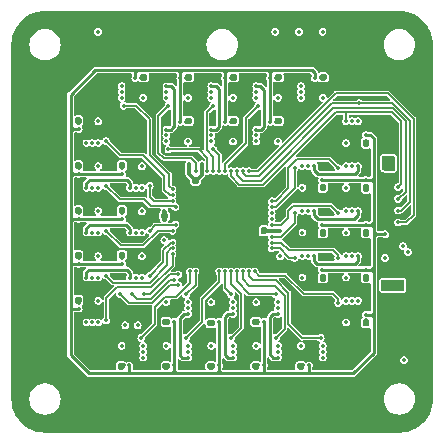
<source format=gbr>
G04 #@! TF.GenerationSoftware,KiCad,Pcbnew,(6.0.9)*
G04 #@! TF.CreationDate,2024-07-14T21:03:07-07:00*
G04 #@! TF.ProjectId,AccArray_QFN,41636341-7272-4617-995f-51464e2e6b69,rev?*
G04 #@! TF.SameCoordinates,Original*
G04 #@! TF.FileFunction,Copper,L6,Bot*
G04 #@! TF.FilePolarity,Positive*
%FSLAX46Y46*%
G04 Gerber Fmt 4.6, Leading zero omitted, Abs format (unit mm)*
G04 Created by KiCad (PCBNEW (6.0.9)) date 2024-07-14 21:03:07*
%MOMM*%
%LPD*%
G01*
G04 APERTURE LIST*
G04 #@! TA.AperFunction,ViaPad*
%ADD10C,0.350000*%
G04 #@! TD*
G04 #@! TA.AperFunction,Conductor*
%ADD11C,0.127000*%
G04 #@! TD*
G04 #@! TA.AperFunction,Conductor*
%ADD12C,0.300000*%
G04 #@! TD*
G04 #@! TA.AperFunction,Conductor*
%ADD13C,0.350000*%
G04 #@! TD*
G04 #@! TA.AperFunction,Conductor*
%ADD14C,0.250000*%
G04 #@! TD*
G04 APERTURE END LIST*
G04 #@! TO.P,C75,1*
G04 #@! TO.N,+3V3*
G04 #@! TA.AperFunction,SMDPad,CuDef*
G36*
G01*
X106820000Y-82503952D02*
X106480000Y-82503952D01*
G75*
G02*
X106340000Y-82363952I0J140000D01*
G01*
X106340000Y-82083952D01*
G75*
G02*
X106480000Y-81943952I140000J0D01*
G01*
X106820000Y-81943952D01*
G75*
G02*
X106960000Y-82083952I0J-140000D01*
G01*
X106960000Y-82363952D01*
G75*
G02*
X106820000Y-82503952I-140000J0D01*
G01*
G37*
G04 #@! TD.AperFunction*
G04 #@! TO.P,C75,2*
G04 #@! TO.N,GND*
G04 #@! TA.AperFunction,SMDPad,CuDef*
G36*
G01*
X106820000Y-81543952D02*
X106480000Y-81543952D01*
G75*
G02*
X106340000Y-81403952I0J140000D01*
G01*
X106340000Y-81123952D01*
G75*
G02*
X106480000Y-80983952I140000J0D01*
G01*
X106820000Y-80983952D01*
G75*
G02*
X106960000Y-81123952I0J-140000D01*
G01*
X106960000Y-81403952D01*
G75*
G02*
X106820000Y-81543952I-140000J0D01*
G01*
G37*
G04 #@! TD.AperFunction*
G04 #@! TD*
G04 #@! TO.P,C26,1*
G04 #@! TO.N,+3V3*
G04 #@! TA.AperFunction,SMDPad,CuDef*
G36*
G01*
X104580000Y-61183952D02*
X104920000Y-61183952D01*
G75*
G02*
X105060000Y-61323952I0J-140000D01*
G01*
X105060000Y-61603952D01*
G75*
G02*
X104920000Y-61743952I-140000J0D01*
G01*
X104580000Y-61743952D01*
G75*
G02*
X104440000Y-61603952I0J140000D01*
G01*
X104440000Y-61323952D01*
G75*
G02*
X104580000Y-61183952I140000J0D01*
G01*
G37*
G04 #@! TD.AperFunction*
G04 #@! TO.P,C26,2*
G04 #@! TO.N,GND*
G04 #@! TA.AperFunction,SMDPad,CuDef*
G36*
G01*
X104580000Y-62143952D02*
X104920000Y-62143952D01*
G75*
G02*
X105060000Y-62283952I0J-140000D01*
G01*
X105060000Y-62563952D01*
G75*
G02*
X104920000Y-62703952I-140000J0D01*
G01*
X104580000Y-62703952D01*
G75*
G02*
X104440000Y-62563952I0J140000D01*
G01*
X104440000Y-62283952D01*
G75*
G02*
X104580000Y-62143952I140000J0D01*
G01*
G37*
G04 #@! TD.AperFunction*
G04 #@! TD*
G04 #@! TO.P,C113,1*
G04 #@! TO.N,+1V2*
G04 #@! TA.AperFunction,SMDPad,CuDef*
G36*
G01*
X103810000Y-70580000D02*
X103810000Y-70920000D01*
G75*
G02*
X103670000Y-71060000I-140000J0D01*
G01*
X103390000Y-71060000D01*
G75*
G02*
X103250000Y-70920000I0J140000D01*
G01*
X103250000Y-70580000D01*
G75*
G02*
X103390000Y-70440000I140000J0D01*
G01*
X103670000Y-70440000D01*
G75*
G02*
X103810000Y-70580000I0J-140000D01*
G01*
G37*
G04 #@! TD.AperFunction*
G04 #@! TO.P,C113,2*
G04 #@! TO.N,GND*
G04 #@! TA.AperFunction,SMDPad,CuDef*
G36*
G01*
X102850000Y-70580000D02*
X102850000Y-70920000D01*
G75*
G02*
X102710000Y-71060000I-140000J0D01*
G01*
X102430000Y-71060000D01*
G75*
G02*
X102290000Y-70920000I0J140000D01*
G01*
X102290000Y-70580000D01*
G75*
G02*
X102430000Y-70440000I140000J0D01*
G01*
X102710000Y-70440000D01*
G75*
G02*
X102850000Y-70580000I0J-140000D01*
G01*
G37*
G04 #@! TD.AperFunction*
G04 #@! TD*
G04 #@! TO.P,C52,1*
G04 #@! TO.N,+3V3*
G04 #@! TA.AperFunction,SMDPad,CuDef*
G36*
G01*
X112460000Y-66973952D02*
X112460000Y-67313952D01*
G75*
G02*
X112320000Y-67453952I-140000J0D01*
G01*
X112040000Y-67453952D01*
G75*
G02*
X111900000Y-67313952I0J140000D01*
G01*
X111900000Y-66973952D01*
G75*
G02*
X112040000Y-66833952I140000J0D01*
G01*
X112320000Y-66833952D01*
G75*
G02*
X112460000Y-66973952I0J-140000D01*
G01*
G37*
G04 #@! TD.AperFunction*
G04 #@! TO.P,C52,2*
G04 #@! TO.N,GND*
G04 #@! TA.AperFunction,SMDPad,CuDef*
G36*
G01*
X111500000Y-66973952D02*
X111500000Y-67313952D01*
G75*
G02*
X111360000Y-67453952I-140000J0D01*
G01*
X111080000Y-67453952D01*
G75*
G02*
X110940000Y-67313952I0J140000D01*
G01*
X110940000Y-66973952D01*
G75*
G02*
X111080000Y-66833952I140000J0D01*
G01*
X111360000Y-66833952D01*
G75*
G02*
X111500000Y-66973952I0J-140000D01*
G01*
G37*
G04 #@! TD.AperFunction*
G04 #@! TD*
G04 #@! TO.P,C97,1*
G04 #@! TO.N,+3V3*
G04 #@! TA.AperFunction,SMDPad,CuDef*
G36*
G01*
X91240000Y-69213952D02*
X91240000Y-68873952D01*
G75*
G02*
X91380000Y-68733952I140000J0D01*
G01*
X91660000Y-68733952D01*
G75*
G02*
X91800000Y-68873952I0J-140000D01*
G01*
X91800000Y-69213952D01*
G75*
G02*
X91660000Y-69353952I-140000J0D01*
G01*
X91380000Y-69353952D01*
G75*
G02*
X91240000Y-69213952I0J140000D01*
G01*
G37*
G04 #@! TD.AperFunction*
G04 #@! TO.P,C97,2*
G04 #@! TO.N,GND*
G04 #@! TA.AperFunction,SMDPad,CuDef*
G36*
G01*
X92200000Y-69213952D02*
X92200000Y-68873952D01*
G75*
G02*
X92340000Y-68733952I140000J0D01*
G01*
X92620000Y-68733952D01*
G75*
G02*
X92760000Y-68873952I0J-140000D01*
G01*
X92760000Y-69213952D01*
G75*
G02*
X92620000Y-69353952I-140000J0D01*
G01*
X92340000Y-69353952D01*
G75*
G02*
X92200000Y-69213952I0J140000D01*
G01*
G37*
G04 #@! TD.AperFunction*
G04 #@! TD*
G04 #@! TO.P,C54,1*
G04 #@! TO.N,+3V3*
G04 #@! TA.AperFunction,SMDPad,CuDef*
G36*
G01*
X112460000Y-74573952D02*
X112460000Y-74913952D01*
G75*
G02*
X112320000Y-75053952I-140000J0D01*
G01*
X112040000Y-75053952D01*
G75*
G02*
X111900000Y-74913952I0J140000D01*
G01*
X111900000Y-74573952D01*
G75*
G02*
X112040000Y-74433952I140000J0D01*
G01*
X112320000Y-74433952D01*
G75*
G02*
X112460000Y-74573952I0J-140000D01*
G01*
G37*
G04 #@! TD.AperFunction*
G04 #@! TO.P,C54,2*
G04 #@! TO.N,GND*
G04 #@! TA.AperFunction,SMDPad,CuDef*
G36*
G01*
X111500000Y-74573952D02*
X111500000Y-74913952D01*
G75*
G02*
X111360000Y-75053952I-140000J0D01*
G01*
X111080000Y-75053952D01*
G75*
G02*
X110940000Y-74913952I0J140000D01*
G01*
X110940000Y-74573952D01*
G75*
G02*
X111080000Y-74433952I140000J0D01*
G01*
X111360000Y-74433952D01*
G75*
G02*
X111500000Y-74573952I0J-140000D01*
G01*
G37*
G04 #@! TD.AperFunction*
G04 #@! TD*
G04 #@! TO.P,C78,1*
G04 #@! TO.N,+3V3*
G04 #@! TA.AperFunction,SMDPad,CuDef*
G36*
G01*
X95420000Y-82503952D02*
X95080000Y-82503952D01*
G75*
G02*
X94940000Y-82363952I0J140000D01*
G01*
X94940000Y-82083952D01*
G75*
G02*
X95080000Y-81943952I140000J0D01*
G01*
X95420000Y-81943952D01*
G75*
G02*
X95560000Y-82083952I0J-140000D01*
G01*
X95560000Y-82363952D01*
G75*
G02*
X95420000Y-82503952I-140000J0D01*
G01*
G37*
G04 #@! TD.AperFunction*
G04 #@! TO.P,C78,2*
G04 #@! TO.N,GND*
G04 #@! TA.AperFunction,SMDPad,CuDef*
G36*
G01*
X95420000Y-81543952D02*
X95080000Y-81543952D01*
G75*
G02*
X94940000Y-81403952I0J140000D01*
G01*
X94940000Y-81123952D01*
G75*
G02*
X95080000Y-80983952I140000J0D01*
G01*
X95420000Y-80983952D01*
G75*
G02*
X95560000Y-81123952I0J-140000D01*
G01*
X95560000Y-81403952D01*
G75*
G02*
X95420000Y-81543952I-140000J0D01*
G01*
G37*
G04 #@! TD.AperFunction*
G04 #@! TD*
G04 #@! TO.P,C102,1*
G04 #@! TO.N,+3V3*
G04 #@! TA.AperFunction,SMDPad,CuDef*
G36*
G01*
X87540000Y-65420000D02*
X87540000Y-65080000D01*
G75*
G02*
X87680000Y-64940000I140000J0D01*
G01*
X87960000Y-64940000D01*
G75*
G02*
X88100000Y-65080000I0J-140000D01*
G01*
X88100000Y-65420000D01*
G75*
G02*
X87960000Y-65560000I-140000J0D01*
G01*
X87680000Y-65560000D01*
G75*
G02*
X87540000Y-65420000I0J140000D01*
G01*
G37*
G04 #@! TD.AperFunction*
G04 #@! TO.P,C102,2*
G04 #@! TO.N,GND*
G04 #@! TA.AperFunction,SMDPad,CuDef*
G36*
G01*
X88500000Y-65420000D02*
X88500000Y-65080000D01*
G75*
G02*
X88640000Y-64940000I140000J0D01*
G01*
X88920000Y-64940000D01*
G75*
G02*
X89060000Y-65080000I0J-140000D01*
G01*
X89060000Y-65420000D01*
G75*
G02*
X88920000Y-65560000I-140000J0D01*
G01*
X88640000Y-65560000D01*
G75*
G02*
X88500000Y-65420000I0J140000D01*
G01*
G37*
G04 #@! TD.AperFunction*
G04 #@! TD*
G04 #@! TO.P,C96,1*
G04 #@! TO.N,+3V3*
G04 #@! TA.AperFunction,SMDPad,CuDef*
G36*
G01*
X91240000Y-73013952D02*
X91240000Y-72673952D01*
G75*
G02*
X91380000Y-72533952I140000J0D01*
G01*
X91660000Y-72533952D01*
G75*
G02*
X91800000Y-72673952I0J-140000D01*
G01*
X91800000Y-73013952D01*
G75*
G02*
X91660000Y-73153952I-140000J0D01*
G01*
X91380000Y-73153952D01*
G75*
G02*
X91240000Y-73013952I0J140000D01*
G01*
G37*
G04 #@! TD.AperFunction*
G04 #@! TO.P,C96,2*
G04 #@! TO.N,GND*
G04 #@! TA.AperFunction,SMDPad,CuDef*
G36*
G01*
X92200000Y-73013952D02*
X92200000Y-72673952D01*
G75*
G02*
X92340000Y-72533952I140000J0D01*
G01*
X92620000Y-72533952D01*
G75*
G02*
X92760000Y-72673952I0J-140000D01*
G01*
X92760000Y-73013952D01*
G75*
G02*
X92620000Y-73153952I-140000J0D01*
G01*
X92340000Y-73153952D01*
G75*
G02*
X92200000Y-73013952I0J140000D01*
G01*
G37*
G04 #@! TD.AperFunction*
G04 #@! TD*
G04 #@! TO.P,C72,1*
G04 #@! TO.N,+3V3*
G04 #@! TA.AperFunction,SMDPad,CuDef*
G36*
G01*
X103020000Y-78753952D02*
X102680000Y-78753952D01*
G75*
G02*
X102540000Y-78613952I0J140000D01*
G01*
X102540000Y-78333952D01*
G75*
G02*
X102680000Y-78193952I140000J0D01*
G01*
X103020000Y-78193952D01*
G75*
G02*
X103160000Y-78333952I0J-140000D01*
G01*
X103160000Y-78613952D01*
G75*
G02*
X103020000Y-78753952I-140000J0D01*
G01*
G37*
G04 #@! TD.AperFunction*
G04 #@! TO.P,C72,2*
G04 #@! TO.N,GND*
G04 #@! TA.AperFunction,SMDPad,CuDef*
G36*
G01*
X103020000Y-77793952D02*
X102680000Y-77793952D01*
G75*
G02*
X102540000Y-77653952I0J140000D01*
G01*
X102540000Y-77373952D01*
G75*
G02*
X102680000Y-77233952I140000J0D01*
G01*
X103020000Y-77233952D01*
G75*
G02*
X103160000Y-77373952I0J-140000D01*
G01*
X103160000Y-77653952D01*
G75*
G02*
X103020000Y-77793952I-140000J0D01*
G01*
G37*
G04 #@! TD.AperFunction*
G04 #@! TD*
G04 #@! TO.P,C53,1*
G04 #@! TO.N,+3V3*
G04 #@! TA.AperFunction,SMDPad,CuDef*
G36*
G01*
X112460000Y-70773952D02*
X112460000Y-71113952D01*
G75*
G02*
X112320000Y-71253952I-140000J0D01*
G01*
X112040000Y-71253952D01*
G75*
G02*
X111900000Y-71113952I0J140000D01*
G01*
X111900000Y-70773952D01*
G75*
G02*
X112040000Y-70633952I140000J0D01*
G01*
X112320000Y-70633952D01*
G75*
G02*
X112460000Y-70773952I0J-140000D01*
G01*
G37*
G04 #@! TD.AperFunction*
G04 #@! TO.P,C53,2*
G04 #@! TO.N,GND*
G04 #@! TA.AperFunction,SMDPad,CuDef*
G36*
G01*
X111500000Y-70773952D02*
X111500000Y-71113952D01*
G75*
G02*
X111360000Y-71253952I-140000J0D01*
G01*
X111080000Y-71253952D01*
G75*
G02*
X110940000Y-71113952I0J140000D01*
G01*
X110940000Y-70773952D01*
G75*
G02*
X111080000Y-70633952I140000J0D01*
G01*
X111360000Y-70633952D01*
G75*
G02*
X111500000Y-70773952I0J-140000D01*
G01*
G37*
G04 #@! TD.AperFunction*
G04 #@! TD*
G04 #@! TO.P,C48,1*
G04 #@! TO.N,+3V3*
G04 #@! TA.AperFunction,SMDPad,CuDef*
G36*
G01*
X108810000Y-66923952D02*
X108810000Y-67263952D01*
G75*
G02*
X108670000Y-67403952I-140000J0D01*
G01*
X108390000Y-67403952D01*
G75*
G02*
X108250000Y-67263952I0J140000D01*
G01*
X108250000Y-66923952D01*
G75*
G02*
X108390000Y-66783952I140000J0D01*
G01*
X108670000Y-66783952D01*
G75*
G02*
X108810000Y-66923952I0J-140000D01*
G01*
G37*
G04 #@! TD.AperFunction*
G04 #@! TO.P,C48,2*
G04 #@! TO.N,GND*
G04 #@! TA.AperFunction,SMDPad,CuDef*
G36*
G01*
X107850000Y-66923952D02*
X107850000Y-67263952D01*
G75*
G02*
X107710000Y-67403952I-140000J0D01*
G01*
X107430000Y-67403952D01*
G75*
G02*
X107290000Y-67263952I0J140000D01*
G01*
X107290000Y-66923952D01*
G75*
G02*
X107430000Y-66783952I140000J0D01*
G01*
X107710000Y-66783952D01*
G75*
G02*
X107850000Y-66923952I0J-140000D01*
G01*
G37*
G04 #@! TD.AperFunction*
G04 #@! TD*
G04 #@! TO.P,C51,1*
G04 #@! TO.N,+3V3*
G04 #@! TA.AperFunction,SMDPad,CuDef*
G36*
G01*
X112460000Y-63173952D02*
X112460000Y-63513952D01*
G75*
G02*
X112320000Y-63653952I-140000J0D01*
G01*
X112040000Y-63653952D01*
G75*
G02*
X111900000Y-63513952I0J140000D01*
G01*
X111900000Y-63173952D01*
G75*
G02*
X112040000Y-63033952I140000J0D01*
G01*
X112320000Y-63033952D01*
G75*
G02*
X112460000Y-63173952I0J-140000D01*
G01*
G37*
G04 #@! TD.AperFunction*
G04 #@! TO.P,C51,2*
G04 #@! TO.N,GND*
G04 #@! TA.AperFunction,SMDPad,CuDef*
G36*
G01*
X111500000Y-63173952D02*
X111500000Y-63513952D01*
G75*
G02*
X111360000Y-63653952I-140000J0D01*
G01*
X111080000Y-63653952D01*
G75*
G02*
X110940000Y-63513952I0J140000D01*
G01*
X110940000Y-63173952D01*
G75*
G02*
X111080000Y-63033952I140000J0D01*
G01*
X111360000Y-63033952D01*
G75*
G02*
X111500000Y-63173952I0J-140000D01*
G01*
G37*
G04 #@! TD.AperFunction*
G04 #@! TD*
G04 #@! TO.P,C77,1*
G04 #@! TO.N,+3V3*
G04 #@! TA.AperFunction,SMDPad,CuDef*
G36*
G01*
X99220000Y-82503952D02*
X98880000Y-82503952D01*
G75*
G02*
X98740000Y-82363952I0J140000D01*
G01*
X98740000Y-82083952D01*
G75*
G02*
X98880000Y-81943952I140000J0D01*
G01*
X99220000Y-81943952D01*
G75*
G02*
X99360000Y-82083952I0J-140000D01*
G01*
X99360000Y-82363952D01*
G75*
G02*
X99220000Y-82503952I-140000J0D01*
G01*
G37*
G04 #@! TD.AperFunction*
G04 #@! TO.P,C77,2*
G04 #@! TO.N,GND*
G04 #@! TA.AperFunction,SMDPad,CuDef*
G36*
G01*
X99220000Y-81543952D02*
X98880000Y-81543952D01*
G75*
G02*
X98740000Y-81403952I0J140000D01*
G01*
X98740000Y-81123952D01*
G75*
G02*
X98880000Y-80983952I140000J0D01*
G01*
X99220000Y-80983952D01*
G75*
G02*
X99360000Y-81123952I0J-140000D01*
G01*
X99360000Y-81403952D01*
G75*
G02*
X99220000Y-81543952I-140000J0D01*
G01*
G37*
G04 #@! TD.AperFunction*
G04 #@! TD*
G04 #@! TO.P,C29,1*
G04 #@! TO.N,+3V3*
G04 #@! TA.AperFunction,SMDPad,CuDef*
G36*
G01*
X100780000Y-57483952D02*
X101120000Y-57483952D01*
G75*
G02*
X101260000Y-57623952I0J-140000D01*
G01*
X101260000Y-57903952D01*
G75*
G02*
X101120000Y-58043952I-140000J0D01*
G01*
X100780000Y-58043952D01*
G75*
G02*
X100640000Y-57903952I0J140000D01*
G01*
X100640000Y-57623952D01*
G75*
G02*
X100780000Y-57483952I140000J0D01*
G01*
G37*
G04 #@! TD.AperFunction*
G04 #@! TO.P,C29,2*
G04 #@! TO.N,GND*
G04 #@! TA.AperFunction,SMDPad,CuDef*
G36*
G01*
X100780000Y-58443952D02*
X101120000Y-58443952D01*
G75*
G02*
X101260000Y-58583952I0J-140000D01*
G01*
X101260000Y-58863952D01*
G75*
G02*
X101120000Y-59003952I-140000J0D01*
G01*
X100780000Y-59003952D01*
G75*
G02*
X100640000Y-58863952I0J140000D01*
G01*
X100640000Y-58583952D01*
G75*
G02*
X100780000Y-58443952I140000J0D01*
G01*
G37*
G04 #@! TD.AperFunction*
G04 #@! TD*
G04 #@! TO.P,C50,1*
G04 #@! TO.N,+3V3*
G04 #@! TA.AperFunction,SMDPad,CuDef*
G36*
G01*
X108810000Y-74573952D02*
X108810000Y-74913952D01*
G75*
G02*
X108670000Y-75053952I-140000J0D01*
G01*
X108390000Y-75053952D01*
G75*
G02*
X108250000Y-74913952I0J140000D01*
G01*
X108250000Y-74573952D01*
G75*
G02*
X108390000Y-74433952I140000J0D01*
G01*
X108670000Y-74433952D01*
G75*
G02*
X108810000Y-74573952I0J-140000D01*
G01*
G37*
G04 #@! TD.AperFunction*
G04 #@! TO.P,C50,2*
G04 #@! TO.N,GND*
G04 #@! TA.AperFunction,SMDPad,CuDef*
G36*
G01*
X107850000Y-74573952D02*
X107850000Y-74913952D01*
G75*
G02*
X107710000Y-75053952I-140000J0D01*
G01*
X107430000Y-75053952D01*
G75*
G02*
X107290000Y-74913952I0J140000D01*
G01*
X107290000Y-74573952D01*
G75*
G02*
X107430000Y-74433952I140000J0D01*
G01*
X107710000Y-74433952D01*
G75*
G02*
X107850000Y-74573952I0J-140000D01*
G01*
G37*
G04 #@! TD.AperFunction*
G04 #@! TD*
G04 #@! TO.P,C55,1*
G04 #@! TO.N,+3V3*
G04 #@! TA.AperFunction,SMDPad,CuDef*
G36*
G01*
X112460000Y-78373952D02*
X112460000Y-78713952D01*
G75*
G02*
X112320000Y-78853952I-140000J0D01*
G01*
X112040000Y-78853952D01*
G75*
G02*
X111900000Y-78713952I0J140000D01*
G01*
X111900000Y-78373952D01*
G75*
G02*
X112040000Y-78233952I140000J0D01*
G01*
X112320000Y-78233952D01*
G75*
G02*
X112460000Y-78373952I0J-140000D01*
G01*
G37*
G04 #@! TD.AperFunction*
G04 #@! TO.P,C55,2*
G04 #@! TO.N,GND*
G04 #@! TA.AperFunction,SMDPad,CuDef*
G36*
G01*
X111500000Y-78373952D02*
X111500000Y-78713952D01*
G75*
G02*
X111360000Y-78853952I-140000J0D01*
G01*
X111080000Y-78853952D01*
G75*
G02*
X110940000Y-78713952I0J140000D01*
G01*
X110940000Y-78373952D01*
G75*
G02*
X111080000Y-78233952I140000J0D01*
G01*
X111360000Y-78233952D01*
G75*
G02*
X111500000Y-78373952I0J-140000D01*
G01*
G37*
G04 #@! TD.AperFunction*
G04 #@! TD*
G04 #@! TO.P,C100,1*
G04 #@! TO.N,+3V3*
G04 #@! TA.AperFunction,SMDPad,CuDef*
G36*
G01*
X87540000Y-73013952D02*
X87540000Y-72673952D01*
G75*
G02*
X87680000Y-72533952I140000J0D01*
G01*
X87960000Y-72533952D01*
G75*
G02*
X88100000Y-72673952I0J-140000D01*
G01*
X88100000Y-73013952D01*
G75*
G02*
X87960000Y-73153952I-140000J0D01*
G01*
X87680000Y-73153952D01*
G75*
G02*
X87540000Y-73013952I0J140000D01*
G01*
G37*
G04 #@! TD.AperFunction*
G04 #@! TO.P,C100,2*
G04 #@! TO.N,GND*
G04 #@! TA.AperFunction,SMDPad,CuDef*
G36*
G01*
X88500000Y-73013952D02*
X88500000Y-72673952D01*
G75*
G02*
X88640000Y-72533952I140000J0D01*
G01*
X88920000Y-72533952D01*
G75*
G02*
X89060000Y-72673952I0J-140000D01*
G01*
X89060000Y-73013952D01*
G75*
G02*
X88920000Y-73153952I-140000J0D01*
G01*
X88640000Y-73153952D01*
G75*
G02*
X88500000Y-73013952I0J140000D01*
G01*
G37*
G04 #@! TD.AperFunction*
G04 #@! TD*
G04 #@! TO.P,C30,1*
G04 #@! TO.N,+3V3*
G04 #@! TA.AperFunction,SMDPad,CuDef*
G36*
G01*
X104580000Y-57483952D02*
X104920000Y-57483952D01*
G75*
G02*
X105060000Y-57623952I0J-140000D01*
G01*
X105060000Y-57903952D01*
G75*
G02*
X104920000Y-58043952I-140000J0D01*
G01*
X104580000Y-58043952D01*
G75*
G02*
X104440000Y-57903952I0J140000D01*
G01*
X104440000Y-57623952D01*
G75*
G02*
X104580000Y-57483952I140000J0D01*
G01*
G37*
G04 #@! TD.AperFunction*
G04 #@! TO.P,C30,2*
G04 #@! TO.N,GND*
G04 #@! TA.AperFunction,SMDPad,CuDef*
G36*
G01*
X104580000Y-58443952D02*
X104920000Y-58443952D01*
G75*
G02*
X105060000Y-58583952I0J-140000D01*
G01*
X105060000Y-58863952D01*
G75*
G02*
X104920000Y-59003952I-140000J0D01*
G01*
X104580000Y-59003952D01*
G75*
G02*
X104440000Y-58863952I0J140000D01*
G01*
X104440000Y-58583952D01*
G75*
G02*
X104580000Y-58443952I140000J0D01*
G01*
G37*
G04 #@! TD.AperFunction*
G04 #@! TD*
G04 #@! TO.P,C101,1*
G04 #@! TO.N,+3V3*
G04 #@! TA.AperFunction,SMDPad,CuDef*
G36*
G01*
X87540000Y-69220000D02*
X87540000Y-68880000D01*
G75*
G02*
X87680000Y-68740000I140000J0D01*
G01*
X87960000Y-68740000D01*
G75*
G02*
X88100000Y-68880000I0J-140000D01*
G01*
X88100000Y-69220000D01*
G75*
G02*
X87960000Y-69360000I-140000J0D01*
G01*
X87680000Y-69360000D01*
G75*
G02*
X87540000Y-69220000I0J140000D01*
G01*
G37*
G04 #@! TD.AperFunction*
G04 #@! TO.P,C101,2*
G04 #@! TO.N,GND*
G04 #@! TA.AperFunction,SMDPad,CuDef*
G36*
G01*
X88500000Y-69220000D02*
X88500000Y-68880000D01*
G75*
G02*
X88640000Y-68740000I140000J0D01*
G01*
X88920000Y-68740000D01*
G75*
G02*
X89060000Y-68880000I0J-140000D01*
G01*
X89060000Y-69220000D01*
G75*
G02*
X88920000Y-69360000I-140000J0D01*
G01*
X88640000Y-69360000D01*
G75*
G02*
X88500000Y-69220000I0J140000D01*
G01*
G37*
G04 #@! TD.AperFunction*
G04 #@! TD*
G04 #@! TO.P,C49,1*
G04 #@! TO.N,+3V3*
G04 #@! TA.AperFunction,SMDPad,CuDef*
G36*
G01*
X108810000Y-70773952D02*
X108810000Y-71113952D01*
G75*
G02*
X108670000Y-71253952I-140000J0D01*
G01*
X108390000Y-71253952D01*
G75*
G02*
X108250000Y-71113952I0J140000D01*
G01*
X108250000Y-70773952D01*
G75*
G02*
X108390000Y-70633952I140000J0D01*
G01*
X108670000Y-70633952D01*
G75*
G02*
X108810000Y-70773952I0J-140000D01*
G01*
G37*
G04 #@! TD.AperFunction*
G04 #@! TO.P,C49,2*
G04 #@! TO.N,GND*
G04 #@! TA.AperFunction,SMDPad,CuDef*
G36*
G01*
X107850000Y-70773952D02*
X107850000Y-71113952D01*
G75*
G02*
X107710000Y-71253952I-140000J0D01*
G01*
X107430000Y-71253952D01*
G75*
G02*
X107290000Y-71113952I0J140000D01*
G01*
X107290000Y-70773952D01*
G75*
G02*
X107430000Y-70633952I140000J0D01*
G01*
X107710000Y-70633952D01*
G75*
G02*
X107850000Y-70773952I0J-140000D01*
G01*
G37*
G04 #@! TD.AperFunction*
G04 #@! TD*
G04 #@! TO.P,C99,1*
G04 #@! TO.N,+3V3*
G04 #@! TA.AperFunction,SMDPad,CuDef*
G36*
G01*
X87540000Y-76813952D02*
X87540000Y-76473952D01*
G75*
G02*
X87680000Y-76333952I140000J0D01*
G01*
X87960000Y-76333952D01*
G75*
G02*
X88100000Y-76473952I0J-140000D01*
G01*
X88100000Y-76813952D01*
G75*
G02*
X87960000Y-76953952I-140000J0D01*
G01*
X87680000Y-76953952D01*
G75*
G02*
X87540000Y-76813952I0J140000D01*
G01*
G37*
G04 #@! TD.AperFunction*
G04 #@! TO.P,C99,2*
G04 #@! TO.N,GND*
G04 #@! TA.AperFunction,SMDPad,CuDef*
G36*
G01*
X88500000Y-76813952D02*
X88500000Y-76473952D01*
G75*
G02*
X88640000Y-76333952I140000J0D01*
G01*
X88920000Y-76333952D01*
G75*
G02*
X89060000Y-76473952I0J-140000D01*
G01*
X89060000Y-76813952D01*
G75*
G02*
X88920000Y-76953952I-140000J0D01*
G01*
X88640000Y-76953952D01*
G75*
G02*
X88500000Y-76813952I0J140000D01*
G01*
G37*
G04 #@! TD.AperFunction*
G04 #@! TD*
G04 #@! TO.P,C112,1*
G04 #@! TO.N,+1V2*
G04 #@! TA.AperFunction,SMDPad,CuDef*
G36*
G01*
X94840000Y-69670000D02*
X94840000Y-69330000D01*
G75*
G02*
X94980000Y-69190000I140000J0D01*
G01*
X95260000Y-69190000D01*
G75*
G02*
X95400000Y-69330000I0J-140000D01*
G01*
X95400000Y-69670000D01*
G75*
G02*
X95260000Y-69810000I-140000J0D01*
G01*
X94980000Y-69810000D01*
G75*
G02*
X94840000Y-69670000I0J140000D01*
G01*
G37*
G04 #@! TD.AperFunction*
G04 #@! TO.P,C112,2*
G04 #@! TO.N,GND*
G04 #@! TA.AperFunction,SMDPad,CuDef*
G36*
G01*
X95800000Y-69670000D02*
X95800000Y-69330000D01*
G75*
G02*
X95940000Y-69190000I140000J0D01*
G01*
X96220000Y-69190000D01*
G75*
G02*
X96360000Y-69330000I0J-140000D01*
G01*
X96360000Y-69670000D01*
G75*
G02*
X96220000Y-69810000I-140000J0D01*
G01*
X95940000Y-69810000D01*
G75*
G02*
X95800000Y-69670000I0J140000D01*
G01*
G37*
G04 #@! TD.AperFunction*
G04 #@! TD*
G04 #@! TO.P,C24,1*
G04 #@! TO.N,+3V3*
G04 #@! TA.AperFunction,SMDPad,CuDef*
G36*
G01*
X96980000Y-61183952D02*
X97320000Y-61183952D01*
G75*
G02*
X97460000Y-61323952I0J-140000D01*
G01*
X97460000Y-61603952D01*
G75*
G02*
X97320000Y-61743952I-140000J0D01*
G01*
X96980000Y-61743952D01*
G75*
G02*
X96840000Y-61603952I0J140000D01*
G01*
X96840000Y-61323952D01*
G75*
G02*
X96980000Y-61183952I140000J0D01*
G01*
G37*
G04 #@! TD.AperFunction*
G04 #@! TO.P,C24,2*
G04 #@! TO.N,GND*
G04 #@! TA.AperFunction,SMDPad,CuDef*
G36*
G01*
X96980000Y-62143952D02*
X97320000Y-62143952D01*
G75*
G02*
X97460000Y-62283952I0J-140000D01*
G01*
X97460000Y-62563952D01*
G75*
G02*
X97320000Y-62703952I-140000J0D01*
G01*
X96980000Y-62703952D01*
G75*
G02*
X96840000Y-62563952I0J140000D01*
G01*
X96840000Y-62283952D01*
G75*
G02*
X96980000Y-62143952I140000J0D01*
G01*
G37*
G04 #@! TD.AperFunction*
G04 #@! TD*
G04 #@! TO.P,C76,1*
G04 #@! TO.N,+3V3*
G04 #@! TA.AperFunction,SMDPad,CuDef*
G36*
G01*
X103020000Y-82503952D02*
X102680000Y-82503952D01*
G75*
G02*
X102540000Y-82363952I0J140000D01*
G01*
X102540000Y-82083952D01*
G75*
G02*
X102680000Y-81943952I140000J0D01*
G01*
X103020000Y-81943952D01*
G75*
G02*
X103160000Y-82083952I0J-140000D01*
G01*
X103160000Y-82363952D01*
G75*
G02*
X103020000Y-82503952I-140000J0D01*
G01*
G37*
G04 #@! TD.AperFunction*
G04 #@! TO.P,C76,2*
G04 #@! TO.N,GND*
G04 #@! TA.AperFunction,SMDPad,CuDef*
G36*
G01*
X103020000Y-81543952D02*
X102680000Y-81543952D01*
G75*
G02*
X102540000Y-81403952I0J140000D01*
G01*
X102540000Y-81123952D01*
G75*
G02*
X102680000Y-80983952I140000J0D01*
G01*
X103020000Y-80983952D01*
G75*
G02*
X103160000Y-81123952I0J-140000D01*
G01*
X103160000Y-81403952D01*
G75*
G02*
X103020000Y-81543952I-140000J0D01*
G01*
G37*
G04 #@! TD.AperFunction*
G04 #@! TD*
G04 #@! TO.P,C31,1*
G04 #@! TO.N,+3V3*
G04 #@! TA.AperFunction,SMDPad,CuDef*
G36*
G01*
X108380000Y-57483952D02*
X108720000Y-57483952D01*
G75*
G02*
X108860000Y-57623952I0J-140000D01*
G01*
X108860000Y-57903952D01*
G75*
G02*
X108720000Y-58043952I-140000J0D01*
G01*
X108380000Y-58043952D01*
G75*
G02*
X108240000Y-57903952I0J140000D01*
G01*
X108240000Y-57623952D01*
G75*
G02*
X108380000Y-57483952I140000J0D01*
G01*
G37*
G04 #@! TD.AperFunction*
G04 #@! TO.P,C31,2*
G04 #@! TO.N,GND*
G04 #@! TA.AperFunction,SMDPad,CuDef*
G36*
G01*
X108380000Y-58443952D02*
X108720000Y-58443952D01*
G75*
G02*
X108860000Y-58583952I0J-140000D01*
G01*
X108860000Y-58863952D01*
G75*
G02*
X108720000Y-59003952I-140000J0D01*
G01*
X108380000Y-59003952D01*
G75*
G02*
X108240000Y-58863952I0J140000D01*
G01*
X108240000Y-58583952D01*
G75*
G02*
X108380000Y-58443952I140000J0D01*
G01*
G37*
G04 #@! TD.AperFunction*
G04 #@! TD*
G04 #@! TO.P,C73,1*
G04 #@! TO.N,+3V3*
G04 #@! TA.AperFunction,SMDPad,CuDef*
G36*
G01*
X99220000Y-78853952D02*
X98880000Y-78853952D01*
G75*
G02*
X98740000Y-78713952I0J140000D01*
G01*
X98740000Y-78433952D01*
G75*
G02*
X98880000Y-78293952I140000J0D01*
G01*
X99220000Y-78293952D01*
G75*
G02*
X99360000Y-78433952I0J-140000D01*
G01*
X99360000Y-78713952D01*
G75*
G02*
X99220000Y-78853952I-140000J0D01*
G01*
G37*
G04 #@! TD.AperFunction*
G04 #@! TO.P,C73,2*
G04 #@! TO.N,GND*
G04 #@! TA.AperFunction,SMDPad,CuDef*
G36*
G01*
X99220000Y-77893952D02*
X98880000Y-77893952D01*
G75*
G02*
X98740000Y-77753952I0J140000D01*
G01*
X98740000Y-77473952D01*
G75*
G02*
X98880000Y-77333952I140000J0D01*
G01*
X99220000Y-77333952D01*
G75*
G02*
X99360000Y-77473952I0J-140000D01*
G01*
X99360000Y-77753952D01*
G75*
G02*
X99220000Y-77893952I-140000J0D01*
G01*
G37*
G04 #@! TD.AperFunction*
G04 #@! TD*
G04 #@! TO.P,C79,1*
G04 #@! TO.N,+3V3*
G04 #@! TA.AperFunction,SMDPad,CuDef*
G36*
G01*
X91620000Y-82503952D02*
X91280000Y-82503952D01*
G75*
G02*
X91140000Y-82363952I0J140000D01*
G01*
X91140000Y-82083952D01*
G75*
G02*
X91280000Y-81943952I140000J0D01*
G01*
X91620000Y-81943952D01*
G75*
G02*
X91760000Y-82083952I0J-140000D01*
G01*
X91760000Y-82363952D01*
G75*
G02*
X91620000Y-82503952I-140000J0D01*
G01*
G37*
G04 #@! TD.AperFunction*
G04 #@! TO.P,C79,2*
G04 #@! TO.N,GND*
G04 #@! TA.AperFunction,SMDPad,CuDef*
G36*
G01*
X91620000Y-81543952D02*
X91280000Y-81543952D01*
G75*
G02*
X91140000Y-81403952I0J140000D01*
G01*
X91140000Y-81123952D01*
G75*
G02*
X91280000Y-80983952I140000J0D01*
G01*
X91620000Y-80983952D01*
G75*
G02*
X91760000Y-81123952I0J-140000D01*
G01*
X91760000Y-81403952D01*
G75*
G02*
X91620000Y-81543952I-140000J0D01*
G01*
G37*
G04 #@! TD.AperFunction*
G04 #@! TD*
G04 #@! TO.P,C103,1*
G04 #@! TO.N,+3V3*
G04 #@! TA.AperFunction,SMDPad,CuDef*
G36*
G01*
X87540000Y-61620000D02*
X87540000Y-61280000D01*
G75*
G02*
X87680000Y-61140000I140000J0D01*
G01*
X87960000Y-61140000D01*
G75*
G02*
X88100000Y-61280000I0J-140000D01*
G01*
X88100000Y-61620000D01*
G75*
G02*
X87960000Y-61760000I-140000J0D01*
G01*
X87680000Y-61760000D01*
G75*
G02*
X87540000Y-61620000I0J140000D01*
G01*
G37*
G04 #@! TD.AperFunction*
G04 #@! TO.P,C103,2*
G04 #@! TO.N,GND*
G04 #@! TA.AperFunction,SMDPad,CuDef*
G36*
G01*
X88500000Y-61620000D02*
X88500000Y-61280000D01*
G75*
G02*
X88640000Y-61140000I140000J0D01*
G01*
X88920000Y-61140000D01*
G75*
G02*
X89060000Y-61280000I0J-140000D01*
G01*
X89060000Y-61620000D01*
G75*
G02*
X88920000Y-61760000I-140000J0D01*
G01*
X88640000Y-61760000D01*
G75*
G02*
X88500000Y-61620000I0J140000D01*
G01*
G37*
G04 #@! TD.AperFunction*
G04 #@! TD*
G04 #@! TO.P,C27,1*
G04 #@! TO.N,+3V3*
G04 #@! TA.AperFunction,SMDPad,CuDef*
G36*
G01*
X93180000Y-57483952D02*
X93520000Y-57483952D01*
G75*
G02*
X93660000Y-57623952I0J-140000D01*
G01*
X93660000Y-57903952D01*
G75*
G02*
X93520000Y-58043952I-140000J0D01*
G01*
X93180000Y-58043952D01*
G75*
G02*
X93040000Y-57903952I0J140000D01*
G01*
X93040000Y-57623952D01*
G75*
G02*
X93180000Y-57483952I140000J0D01*
G01*
G37*
G04 #@! TD.AperFunction*
G04 #@! TO.P,C27,2*
G04 #@! TO.N,GND*
G04 #@! TA.AperFunction,SMDPad,CuDef*
G36*
G01*
X93180000Y-58443952D02*
X93520000Y-58443952D01*
G75*
G02*
X93660000Y-58583952I0J-140000D01*
G01*
X93660000Y-58863952D01*
G75*
G02*
X93520000Y-59003952I-140000J0D01*
G01*
X93180000Y-59003952D01*
G75*
G02*
X93040000Y-58863952I0J140000D01*
G01*
X93040000Y-58583952D01*
G75*
G02*
X93180000Y-58443952I140000J0D01*
G01*
G37*
G04 #@! TD.AperFunction*
G04 #@! TD*
G04 #@! TO.P,C3,1*
G04 #@! TO.N,+3V3*
G04 #@! TA.AperFunction,SMDPad,CuDef*
G36*
G01*
X97580000Y-66240000D02*
X97920000Y-66240000D01*
G75*
G02*
X98060000Y-66380000I0J-140000D01*
G01*
X98060000Y-66660000D01*
G75*
G02*
X97920000Y-66800000I-140000J0D01*
G01*
X97580000Y-66800000D01*
G75*
G02*
X97440000Y-66660000I0J140000D01*
G01*
X97440000Y-66380000D01*
G75*
G02*
X97580000Y-66240000I140000J0D01*
G01*
G37*
G04 #@! TD.AperFunction*
G04 #@! TO.P,C3,2*
G04 #@! TO.N,GND*
G04 #@! TA.AperFunction,SMDPad,CuDef*
G36*
G01*
X97580000Y-67200000D02*
X97920000Y-67200000D01*
G75*
G02*
X98060000Y-67340000I0J-140000D01*
G01*
X98060000Y-67620000D01*
G75*
G02*
X97920000Y-67760000I-140000J0D01*
G01*
X97580000Y-67760000D01*
G75*
G02*
X97440000Y-67620000I0J140000D01*
G01*
X97440000Y-67340000D01*
G75*
G02*
X97580000Y-67200000I140000J0D01*
G01*
G37*
G04 #@! TD.AperFunction*
G04 #@! TD*
G04 #@! TO.P,C98,1*
G04 #@! TO.N,+3V3*
G04 #@! TA.AperFunction,SMDPad,CuDef*
G36*
G01*
X91240000Y-65413952D02*
X91240000Y-65073952D01*
G75*
G02*
X91380000Y-64933952I140000J0D01*
G01*
X91660000Y-64933952D01*
G75*
G02*
X91800000Y-65073952I0J-140000D01*
G01*
X91800000Y-65413952D01*
G75*
G02*
X91660000Y-65553952I-140000J0D01*
G01*
X91380000Y-65553952D01*
G75*
G02*
X91240000Y-65413952I0J140000D01*
G01*
G37*
G04 #@! TD.AperFunction*
G04 #@! TO.P,C98,2*
G04 #@! TO.N,GND*
G04 #@! TA.AperFunction,SMDPad,CuDef*
G36*
G01*
X92200000Y-65413952D02*
X92200000Y-65073952D01*
G75*
G02*
X92340000Y-64933952I140000J0D01*
G01*
X92620000Y-64933952D01*
G75*
G02*
X92760000Y-65073952I0J-140000D01*
G01*
X92760000Y-65413952D01*
G75*
G02*
X92620000Y-65553952I-140000J0D01*
G01*
X92340000Y-65553952D01*
G75*
G02*
X92200000Y-65413952I0J140000D01*
G01*
G37*
G04 #@! TD.AperFunction*
G04 #@! TD*
G04 #@! TO.P,C25,1*
G04 #@! TO.N,+3V3*
G04 #@! TA.AperFunction,SMDPad,CuDef*
G36*
G01*
X100780000Y-61183952D02*
X101120000Y-61183952D01*
G75*
G02*
X101260000Y-61323952I0J-140000D01*
G01*
X101260000Y-61603952D01*
G75*
G02*
X101120000Y-61743952I-140000J0D01*
G01*
X100780000Y-61743952D01*
G75*
G02*
X100640000Y-61603952I0J140000D01*
G01*
X100640000Y-61323952D01*
G75*
G02*
X100780000Y-61183952I140000J0D01*
G01*
G37*
G04 #@! TD.AperFunction*
G04 #@! TO.P,C25,2*
G04 #@! TO.N,GND*
G04 #@! TA.AperFunction,SMDPad,CuDef*
G36*
G01*
X100780000Y-62143952D02*
X101120000Y-62143952D01*
G75*
G02*
X101260000Y-62283952I0J-140000D01*
G01*
X101260000Y-62563952D01*
G75*
G02*
X101120000Y-62703952I-140000J0D01*
G01*
X100780000Y-62703952D01*
G75*
G02*
X100640000Y-62563952I0J140000D01*
G01*
X100640000Y-62283952D01*
G75*
G02*
X100780000Y-62143952I140000J0D01*
G01*
G37*
G04 #@! TD.AperFunction*
G04 #@! TD*
G04 #@! TO.P,C28,1*
G04 #@! TO.N,+3V3*
G04 #@! TA.AperFunction,SMDPad,CuDef*
G36*
G01*
X96980000Y-57483952D02*
X97320000Y-57483952D01*
G75*
G02*
X97460000Y-57623952I0J-140000D01*
G01*
X97460000Y-57903952D01*
G75*
G02*
X97320000Y-58043952I-140000J0D01*
G01*
X96980000Y-58043952D01*
G75*
G02*
X96840000Y-57903952I0J140000D01*
G01*
X96840000Y-57623952D01*
G75*
G02*
X96980000Y-57483952I140000J0D01*
G01*
G37*
G04 #@! TD.AperFunction*
G04 #@! TO.P,C28,2*
G04 #@! TO.N,GND*
G04 #@! TA.AperFunction,SMDPad,CuDef*
G36*
G01*
X96980000Y-58443952D02*
X97320000Y-58443952D01*
G75*
G02*
X97460000Y-58583952I0J-140000D01*
G01*
X97460000Y-58863952D01*
G75*
G02*
X97320000Y-59003952I-140000J0D01*
G01*
X96980000Y-59003952D01*
G75*
G02*
X96840000Y-58863952I0J140000D01*
G01*
X96840000Y-58583952D01*
G75*
G02*
X96980000Y-58443952I140000J0D01*
G01*
G37*
G04 #@! TD.AperFunction*
G04 #@! TD*
G04 #@! TO.P,C74,1*
G04 #@! TO.N,+3V3*
G04 #@! TA.AperFunction,SMDPad,CuDef*
G36*
G01*
X95420000Y-78753952D02*
X95080000Y-78753952D01*
G75*
G02*
X94940000Y-78613952I0J140000D01*
G01*
X94940000Y-78333952D01*
G75*
G02*
X95080000Y-78193952I140000J0D01*
G01*
X95420000Y-78193952D01*
G75*
G02*
X95560000Y-78333952I0J-140000D01*
G01*
X95560000Y-78613952D01*
G75*
G02*
X95420000Y-78753952I-140000J0D01*
G01*
G37*
G04 #@! TD.AperFunction*
G04 #@! TO.P,C74,2*
G04 #@! TO.N,GND*
G04 #@! TA.AperFunction,SMDPad,CuDef*
G36*
G01*
X95420000Y-77793952D02*
X95080000Y-77793952D01*
G75*
G02*
X94940000Y-77653952I0J140000D01*
G01*
X94940000Y-77373952D01*
G75*
G02*
X95080000Y-77233952I140000J0D01*
G01*
X95420000Y-77233952D01*
G75*
G02*
X95560000Y-77373952I0J-140000D01*
G01*
X95560000Y-77653952D01*
G75*
G02*
X95420000Y-77793952I-140000J0D01*
G01*
G37*
G04 #@! TD.AperFunction*
G04 #@! TD*
D10*
G04 #@! TO.N,GND*
X97800000Y-64400000D03*
X102600000Y-71300000D03*
X97750000Y-67480000D03*
X109000000Y-63000000D03*
X107350000Y-60850000D03*
X92350000Y-63550000D03*
X91150000Y-62150000D03*
X92650000Y-61150000D03*
X100200000Y-64550000D03*
X94650000Y-67800000D03*
X94550000Y-73050000D03*
X98550000Y-75700000D03*
X105820000Y-68100000D03*
X105820000Y-71900000D03*
X104900000Y-73880000D03*
X94500000Y-71550000D03*
G04 #@! TO.N,+3V3*
X95100000Y-71550000D03*
G04 #@! TO.N,FPGA_LED_B*
X93350000Y-76100000D03*
G04 #@! TO.N,FPGA_LED_G*
X92350000Y-76100000D03*
G04 #@! TO.N,FPGA_LED_R*
X91350000Y-76100000D03*
G04 #@! TO.N,+3V3*
X110487500Y-70915000D03*
X95450000Y-78465000D03*
X115250000Y-75600000D03*
X106685000Y-80487500D03*
X91535000Y-69250000D03*
X104900000Y-72920000D03*
X110487500Y-67115000D03*
X89512500Y-61485000D03*
X93150000Y-57835000D03*
X95285000Y-76800000D03*
X100750000Y-57835000D03*
X108465000Y-70750000D03*
X115250000Y-75100000D03*
X112152500Y-66950000D03*
X99085000Y-76800000D03*
X108515000Y-59500000D03*
X100915000Y-63187500D03*
X97115000Y-63187500D03*
X104550000Y-57835000D03*
X93200000Y-72900000D03*
X96950000Y-61522500D03*
X97180000Y-65130000D03*
X112152500Y-63150000D03*
X102885000Y-80487500D03*
X108465000Y-74550000D03*
X112152500Y-74550000D03*
X91800000Y-78750000D03*
X87847500Y-65450000D03*
X106850000Y-82152500D03*
X112152500Y-70750000D03*
X96950000Y-57835000D03*
X91650000Y-82152500D03*
X89500000Y-53900000D03*
X115400000Y-81710000D03*
X93315000Y-59500000D03*
X99250000Y-82152500D03*
X93200000Y-65300000D03*
X113650000Y-75625000D03*
X95285000Y-80487500D03*
X87847500Y-61650000D03*
X99250000Y-78465000D03*
X108465000Y-66950000D03*
X89512500Y-72885000D03*
X113650000Y-75125000D03*
X103050000Y-78465000D03*
X106800000Y-67115000D03*
X98275000Y-65095000D03*
X100915000Y-59500000D03*
X89512500Y-69085000D03*
X89512500Y-76685000D03*
X89512500Y-65285000D03*
X87847500Y-69250000D03*
X102885000Y-76800000D03*
X100750000Y-61522500D03*
X110487500Y-74715000D03*
X104715000Y-59500000D03*
X91485000Y-80487500D03*
X110487500Y-78515000D03*
X91535000Y-65450000D03*
X103050000Y-82152500D03*
X95450000Y-82152500D03*
X104715000Y-63187500D03*
X106800000Y-74715000D03*
X110487500Y-63315000D03*
X87847500Y-76850000D03*
X91535000Y-73050000D03*
X87847500Y-73050000D03*
X104550000Y-61522500D03*
X108350000Y-57835000D03*
X112152500Y-78350000D03*
X99085000Y-80487500D03*
X106800000Y-70915000D03*
X97115000Y-59500000D03*
X93200000Y-69100000D03*
X92850000Y-78750000D03*
G04 #@! TO.N,GND*
X101250000Y-65150000D03*
X95000000Y-52900000D03*
X117300000Y-85975000D03*
X92200000Y-72885000D03*
X102250000Y-65150000D03*
X82700000Y-59975000D03*
X82700000Y-75975000D03*
X104100000Y-87275000D03*
X103050000Y-61522500D03*
X98700000Y-72600000D03*
X94000000Y-52900000D03*
X97115000Y-62187500D03*
X82700000Y-67975000D03*
X108465000Y-69250000D03*
X82800000Y-54200000D03*
X114412500Y-66550000D03*
X117400000Y-62000000D03*
X85100000Y-87275000D03*
X102100000Y-87275000D03*
X88512500Y-69085000D03*
X95100000Y-87275000D03*
X112152500Y-61650000D03*
X99085000Y-77800000D03*
X112100000Y-87275000D03*
X117400000Y-84975000D03*
X85000000Y-52900000D03*
X112000000Y-52900000D03*
X99000000Y-52900000D03*
X113600000Y-69050000D03*
X95450000Y-61522500D03*
X117400000Y-69000000D03*
X106850000Y-57835000D03*
X83200000Y-86750000D03*
X94100000Y-87275000D03*
X93315000Y-58500000D03*
X87847500Y-74550000D03*
X116100000Y-53000000D03*
X117400000Y-68000000D03*
X92200000Y-65285000D03*
X113600000Y-66500000D03*
X117400000Y-80975000D03*
X90100000Y-87275000D03*
X117400000Y-57200000D03*
X105000000Y-52900000D03*
X102600000Y-68700000D03*
X97400000Y-71300000D03*
X100000000Y-67400000D03*
X88512500Y-61485000D03*
X113600000Y-70050000D03*
X82700000Y-80975000D03*
X107100000Y-87275000D03*
X116700000Y-76550000D03*
X111487500Y-67115000D03*
X100650000Y-67400000D03*
X117400000Y-72000000D03*
X98700000Y-67400000D03*
X113400000Y-70550000D03*
X112152500Y-69250000D03*
X112152500Y-76850000D03*
X86000000Y-52900000D03*
X93100000Y-87275000D03*
X96100000Y-87275000D03*
X102000000Y-52900000D03*
X113650000Y-74050000D03*
X117400000Y-74000000D03*
X82700000Y-82975000D03*
X108000000Y-52900000D03*
X91650000Y-57835000D03*
X104000000Y-52900000D03*
X82700000Y-72975000D03*
X98000000Y-52900000D03*
X87847500Y-78350000D03*
X112152500Y-73050000D03*
X101100000Y-87275000D03*
X111000000Y-52900000D03*
X101925000Y-67400000D03*
X100000000Y-72600000D03*
X114000000Y-52900000D03*
X117400000Y-82975000D03*
X82700000Y-66975000D03*
X117400000Y-70000000D03*
X82700000Y-64975000D03*
X117400000Y-73000000D03*
X103000000Y-52900000D03*
X113600000Y-67550000D03*
X109000000Y-52900000D03*
X97400000Y-72600000D03*
X92200000Y-69085000D03*
X92100000Y-87275000D03*
X101750000Y-65150000D03*
X96950000Y-78465000D03*
X114412500Y-66050000D03*
X97115000Y-58500000D03*
X114412500Y-68550000D03*
X101300000Y-72600000D03*
X113600000Y-69550000D03*
X82700000Y-58300000D03*
X106000000Y-52900000D03*
X82700000Y-60975000D03*
X114412500Y-67550000D03*
X114412500Y-70550000D03*
X108350000Y-82152500D03*
X97000000Y-52900000D03*
X99100000Y-87275000D03*
X89000000Y-52900000D03*
X88512500Y-76685000D03*
X105100000Y-87275000D03*
X82700000Y-73975000D03*
X104550000Y-82152500D03*
X82700000Y-71975000D03*
X106685000Y-81487500D03*
X117400000Y-71000000D03*
X117400000Y-58200000D03*
X117400000Y-59000000D03*
X91100000Y-87275000D03*
X117400000Y-63000000D03*
X99250000Y-61522500D03*
X100750000Y-78465000D03*
X95285000Y-81487500D03*
X117400000Y-67000000D03*
X91000000Y-52900000D03*
X117400000Y-61000000D03*
X113600000Y-65950000D03*
X95450000Y-57835000D03*
X97400000Y-68700000D03*
X102600000Y-67400000D03*
X82700000Y-63975000D03*
X108465000Y-65450000D03*
X117400000Y-81975000D03*
X113600000Y-67000000D03*
X99250000Y-57835000D03*
X116100000Y-87275000D03*
X100000000Y-52900000D03*
X103050000Y-57835000D03*
X100915000Y-62187500D03*
X97100000Y-87275000D03*
X82700000Y-76975000D03*
X107800000Y-74715000D03*
X117400000Y-55200000D03*
X91485000Y-81487500D03*
X95285000Y-77800000D03*
X82700000Y-83975000D03*
X110000000Y-52900000D03*
X117400000Y-78975000D03*
X108515000Y-58500000D03*
X116875000Y-86775000D03*
X101300000Y-67400000D03*
X102600000Y-70000000D03*
X117400000Y-65000000D03*
X98100000Y-87275000D03*
X113400000Y-71550000D03*
X117400000Y-79975000D03*
X111487500Y-78515000D03*
X82700000Y-57300000D03*
X115250000Y-74550000D03*
X104715000Y-62187500D03*
X82700000Y-74975000D03*
X96950000Y-82152500D03*
X104550000Y-78465000D03*
X82700000Y-78975000D03*
X108465000Y-73050000D03*
X87847500Y-66950000D03*
X93000000Y-52900000D03*
X110500000Y-53900000D03*
X84000000Y-87175000D03*
X82700000Y-56300000D03*
X117400000Y-77975000D03*
X111487500Y-70915000D03*
X113100000Y-87275000D03*
X91535000Y-74550000D03*
X104715000Y-58500000D03*
X117150000Y-76550000D03*
X82700000Y-65975000D03*
X82700000Y-84975000D03*
X82700000Y-79975000D03*
X97400000Y-70000000D03*
X103100000Y-87275000D03*
X83225000Y-53400000D03*
X111487500Y-74715000D03*
X88512500Y-65285000D03*
X101900000Y-64230000D03*
X117400000Y-66000000D03*
X112050000Y-59550000D03*
X115250000Y-74050000D03*
X110100000Y-87275000D03*
X108100000Y-87275000D03*
X101000000Y-52900000D03*
X82700000Y-70975000D03*
X102885000Y-81487500D03*
X87100000Y-87275000D03*
X117400000Y-60000000D03*
X82700000Y-77975000D03*
X100915000Y-58500000D03*
X87847500Y-63150000D03*
X117400000Y-56200000D03*
X89100000Y-87275000D03*
X84000000Y-52900000D03*
X112152500Y-65450000D03*
X107800000Y-70915000D03*
X88000000Y-52900000D03*
X115100000Y-87275000D03*
X82700000Y-62975000D03*
X117400000Y-75000000D03*
X100750000Y-82152500D03*
X117150000Y-64050000D03*
X100750000Y-65150000D03*
X99085000Y-81487500D03*
X82700000Y-68975000D03*
X113000000Y-52900000D03*
X116900000Y-53425000D03*
X107800000Y-67115000D03*
X92000000Y-52900000D03*
X102885000Y-77800000D03*
X90000000Y-52900000D03*
X87000000Y-52900000D03*
X111100000Y-87275000D03*
X115000000Y-52900000D03*
X96220000Y-65050000D03*
X82700000Y-69975000D03*
X82700000Y-61975000D03*
X109100000Y-87275000D03*
X103550000Y-64400000D03*
X111150000Y-59550000D03*
X87847500Y-70750000D03*
X86100000Y-87275000D03*
X117400000Y-83975000D03*
X100100000Y-87275000D03*
X96000000Y-52900000D03*
X106100000Y-87275000D03*
X114412500Y-69550000D03*
X93150000Y-82152500D03*
X88512500Y-72885000D03*
X102600000Y-72600000D03*
X113600000Y-68050000D03*
X113600000Y-68550000D03*
X107000000Y-52900000D03*
X91535000Y-70750000D03*
X116700000Y-64050000D03*
X113650000Y-74550000D03*
X82700000Y-58975000D03*
X111487500Y-63315000D03*
X114100000Y-87275000D03*
X117400000Y-54200000D03*
X82700000Y-85975000D03*
X88100000Y-87275000D03*
X117400000Y-76000000D03*
X82700000Y-81975000D03*
X82700000Y-55300000D03*
X91535000Y-66950000D03*
X114412500Y-71550000D03*
G04 #@! TO.N,FSYNC*
X100250000Y-57835000D03*
X99750000Y-82152500D03*
X103550000Y-82152500D03*
X91535000Y-65950000D03*
X112152500Y-77850000D03*
X87847500Y-69750000D03*
X112152500Y-62650000D03*
X92650000Y-57835000D03*
X100250000Y-61522500D03*
X91535000Y-73550000D03*
X108465000Y-74050000D03*
X113800000Y-71050000D03*
X104050000Y-61522500D03*
X108465000Y-70250000D03*
X87847500Y-62150000D03*
X87847500Y-73550000D03*
X92150000Y-82152500D03*
X96450000Y-57835000D03*
X91535000Y-69750000D03*
X112152500Y-70250000D03*
X112152500Y-66450000D03*
X96450000Y-61522500D03*
X112152500Y-74050000D03*
X103550000Y-78465000D03*
X87847500Y-65950000D03*
X95950000Y-82152500D03*
X104050000Y-57835000D03*
X95950000Y-78465000D03*
X107350000Y-82152500D03*
X87847500Y-77350000D03*
X108465000Y-66450000D03*
X99750000Y-78465000D03*
X107850000Y-57835000D03*
G04 #@! TO.N,FPGA_SCK*
X92700000Y-74715000D03*
X106685000Y-59000000D03*
X89012500Y-70915000D03*
X110987500Y-72885000D03*
X100915000Y-77300000D03*
X102885000Y-62687500D03*
X97115000Y-77300000D03*
X89012500Y-74715000D03*
X100915000Y-80987500D03*
X95285000Y-62687500D03*
X89012500Y-63315000D03*
X107300000Y-72885000D03*
X106500000Y-53900000D03*
X92700000Y-70915000D03*
X107300000Y-69085000D03*
X110987500Y-69085000D03*
X93315000Y-80987500D03*
X91485000Y-59000000D03*
X92700000Y-67115000D03*
X110987500Y-65285000D03*
X99085000Y-62687500D03*
X99085000Y-59000000D03*
X104715000Y-80987500D03*
X95285000Y-59000000D03*
X102885000Y-59000000D03*
X111587500Y-59962500D03*
X114900000Y-69050000D03*
X110987500Y-61485000D03*
X108515000Y-80987500D03*
X101750000Y-65700000D03*
X104715000Y-77300000D03*
X97115000Y-80987500D03*
X110987500Y-76685000D03*
X89012500Y-67115000D03*
X89012500Y-78515000D03*
X107300000Y-65285000D03*
G04 #@! TO.N,FPGA_CS*
X114900000Y-68050000D03*
X101250000Y-65700000D03*
G04 #@! TO.N,FPGA_RST*
X115725000Y-72550000D03*
X104200000Y-69250000D03*
G04 #@! TO.N,FPGA_CDONE*
X115325000Y-72050000D03*
X104200000Y-69750000D03*
G04 #@! TO.N,+1V2*
X104900000Y-70780000D03*
X114425000Y-64600000D03*
X113725000Y-65300000D03*
X95100000Y-69120000D03*
X95100000Y-69880000D03*
X113725000Y-64600000D03*
G04 #@! TO.N,FPGA_LED_B*
X96300000Y-74450000D03*
G04 #@! TO.N,FPGA_LED_G*
X95950000Y-74900000D03*
G04 #@! TO.N,FPGA_LED_R*
X96300000Y-75350000D03*
G04 #@! TO.N,IMU_CS*
X102885000Y-58500000D03*
X102885000Y-62187500D03*
X91485000Y-58500000D03*
X104715000Y-81487500D03*
X100915000Y-81487500D03*
X100915000Y-77800000D03*
X92200000Y-70915000D03*
X88512500Y-74715000D03*
X108515000Y-81487500D03*
X88512500Y-63315000D03*
X107800000Y-69085000D03*
X111487500Y-65285000D03*
X111487500Y-69085000D03*
X95285000Y-58500000D03*
X92200000Y-74715000D03*
X111487500Y-72885000D03*
X99085000Y-62187500D03*
X88512500Y-70915000D03*
X107800000Y-72885000D03*
X104715000Y-77800000D03*
X88512500Y-78515000D03*
X107800000Y-65285000D03*
X106685000Y-58500000D03*
X97115000Y-77800000D03*
X113800000Y-73050000D03*
X111487500Y-61485000D03*
X97115000Y-81487500D03*
X88512500Y-67115000D03*
X99085000Y-58500000D03*
X93315000Y-81487500D03*
X104500000Y-53900000D03*
X111487500Y-76685000D03*
X92200000Y-67115000D03*
X95285000Y-62187500D03*
G04 #@! TO.N,IMU_MISO1*
X98750000Y-65700000D03*
X95450000Y-63852500D03*
G04 #@! TO.N,FPGA_SI*
X89512500Y-74715000D03*
X93200000Y-74715000D03*
X110487500Y-65285000D03*
X95285000Y-63187500D03*
X95285000Y-59500000D03*
X110487500Y-72885000D03*
X97115000Y-80487500D03*
X110487500Y-69085000D03*
X106800000Y-65285000D03*
X104715000Y-76800000D03*
X102885000Y-63187500D03*
X93200000Y-70915000D03*
X89512500Y-70915000D03*
X100915000Y-80487500D03*
X114900000Y-67050000D03*
X89512500Y-63315000D03*
X108515000Y-80487500D03*
X106685000Y-59500000D03*
X93315000Y-80487500D03*
X110487500Y-61485000D03*
X100915000Y-76800000D03*
X106800000Y-69085000D03*
X99085000Y-63187500D03*
X99085000Y-59500000D03*
X110487500Y-76685000D03*
X100750000Y-65700000D03*
X108500000Y-53900000D03*
X97115000Y-76800000D03*
X106800000Y-72885000D03*
X89512500Y-78515000D03*
X89512500Y-67115000D03*
X104715000Y-80487500D03*
X102885000Y-59500000D03*
X93200000Y-67115000D03*
X91485000Y-59500000D03*
G04 #@! TO.N,IMU_MISO2*
X99250000Y-63852500D03*
X99750000Y-65700000D03*
G04 #@! TO.N,IMU_MISO4*
X95800000Y-67250000D03*
X91650000Y-60165000D03*
G04 #@! TO.N,IMU_MISO5*
X97750000Y-65700000D03*
X95450000Y-60165000D03*
G04 #@! TO.N,IMU_MISO6*
X99250000Y-60165000D03*
X99250000Y-65700000D03*
G04 #@! TO.N,IMU_MISO7*
X103050000Y-60165000D03*
X100250000Y-65700000D03*
G04 #@! TO.N,IMU_MISO9*
X106135000Y-65450000D03*
X104200000Y-68750000D03*
G04 #@! TO.N,IMU_MISO10*
X104200000Y-71250000D03*
X106135000Y-69250000D03*
G04 #@! TO.N,IMU_MISO11*
X106135000Y-73050000D03*
X104200000Y-72250000D03*
G04 #@! TO.N,IMU_MISO13*
X109822500Y-65450000D03*
X104200000Y-68250000D03*
G04 #@! TO.N,IMU_MISO14*
X109822500Y-69250000D03*
X104200000Y-70250000D03*
G04 #@! TO.N,IMU_MISO15*
X104200000Y-71750000D03*
X109822500Y-73050000D03*
G04 #@! TO.N,IMU_MISO16*
X109822500Y-76850000D03*
X102750000Y-74200000D03*
G04 #@! TO.N,IMU_MISO17*
X104550000Y-76135000D03*
X101250000Y-74200000D03*
G04 #@! TO.N,IMU_MISO18*
X100750000Y-76135000D03*
X100250000Y-74200000D03*
G04 #@! TO.N,IMU_MISO19*
X97750000Y-74200000D03*
X96950000Y-76135000D03*
G04 #@! TO.N,IMU_MISO20*
X108350000Y-79822500D03*
X102250000Y-74200000D03*
G04 #@! TO.N,IMU_MISO21*
X104550000Y-79822500D03*
X101750000Y-74200000D03*
G04 #@! TO.N,IMU_MISO22*
X100750000Y-74200000D03*
X100750000Y-79822500D03*
G04 #@! TO.N,IMU_MISO23*
X96950000Y-79822500D03*
X99750000Y-74200000D03*
G04 #@! TO.N,IMU_MISO24*
X93150000Y-79822500D03*
X97250000Y-74200000D03*
G04 #@! TO.N,IMU_MISO25*
X95800000Y-71750000D03*
X93865000Y-74550000D03*
G04 #@! TO.N,IMU_MISO26*
X96050000Y-70250000D03*
X93865000Y-70750000D03*
G04 #@! TO.N,IMU_MISO27*
X93865000Y-66950000D03*
X95800000Y-68250000D03*
G04 #@! TO.N,IMU_MISO28*
X90177500Y-78350000D03*
X95800000Y-72750000D03*
G04 #@! TO.N,IMU_MISO29*
X90177500Y-74550000D03*
X95800000Y-72250000D03*
G04 #@! TO.N,IMU_MISO30*
X95800000Y-70750000D03*
X90177500Y-70750000D03*
G04 #@! TO.N,IMU_MISO31*
X96050000Y-68750000D03*
X90177500Y-66950000D03*
G04 #@! TO.N,IMU_MISO32*
X95800000Y-67750000D03*
X90177500Y-63150000D03*
G04 #@! TO.N,FPGA_SO*
X102250000Y-65700000D03*
X114900000Y-70050000D03*
G04 #@! TD*
D11*
G04 #@! TO.N,IMU_MISO23*
X99750000Y-75100000D02*
X99750000Y-74200000D01*
X98300000Y-76550000D02*
X99750000Y-75100000D01*
X98300000Y-78472500D02*
X98300000Y-76550000D01*
X96950000Y-79822500D02*
X98300000Y-78472500D01*
G04 #@! TO.N,IMU_MISO4*
X95500000Y-65950000D02*
X95500000Y-66950000D01*
X93850000Y-61300000D02*
X93850000Y-64300000D01*
X92715000Y-60165000D02*
X93850000Y-61300000D01*
X93850000Y-64300000D02*
X95500000Y-65950000D01*
X91650000Y-60165000D02*
X92715000Y-60165000D01*
X95500000Y-66950000D02*
X95800000Y-67250000D01*
G04 #@! TO.N,IMU_MISO5*
X97750000Y-65000000D02*
X97750000Y-65700000D01*
X97350000Y-64600000D02*
X97750000Y-65000000D01*
X94600000Y-64150000D02*
X95050000Y-64600000D01*
X95450000Y-60165000D02*
X94600000Y-61015000D01*
X94600000Y-61015000D02*
X94600000Y-64150000D01*
X95050000Y-64600000D02*
X97350000Y-64600000D01*
G04 #@! TO.N,IMU_MISO32*
X95100000Y-67300000D02*
X95550000Y-67750000D01*
X95100000Y-66150000D02*
X95100000Y-67300000D01*
X91377500Y-64350000D02*
X93300000Y-64350000D01*
X90177500Y-63150000D02*
X91377500Y-64350000D01*
X93300000Y-64350000D02*
X95100000Y-66150000D01*
X95550000Y-67750000D02*
X95850000Y-67750000D01*
G04 #@! TO.N,IMU_MISO6*
X98696500Y-63946500D02*
X99250000Y-64500000D01*
X99250000Y-60165000D02*
X98696500Y-60718500D01*
X98696500Y-60718500D02*
X98696500Y-63946500D01*
X99250000Y-64500000D02*
X99250000Y-65700000D01*
G04 #@! TO.N,IMU_MISO1*
X98750000Y-64600000D02*
X98750000Y-65750000D01*
X98002500Y-63852500D02*
X98750000Y-64600000D01*
X95450000Y-63852500D02*
X98002500Y-63852500D01*
D12*
G04 #@! TO.N,+3V3*
X97180000Y-65950000D02*
X97750000Y-66520000D01*
X97180000Y-65130000D02*
X97180000Y-65950000D01*
X98275000Y-65995000D02*
X97750000Y-66520000D01*
X98275000Y-65095000D02*
X98275000Y-65995000D01*
G04 #@! TO.N,+1V2*
X95100000Y-69120000D02*
X95120000Y-69140000D01*
D13*
X95100000Y-69120000D02*
X95100000Y-69880000D01*
D12*
X95120000Y-69860000D02*
X95100000Y-69880000D01*
D11*
G04 #@! TO.N,IMU_MISO7*
X100250000Y-65100000D02*
X100250000Y-65750000D01*
X102000000Y-63350000D02*
X100250000Y-65100000D01*
X102000000Y-61215000D02*
X102000000Y-63350000D01*
X103050000Y-60165000D02*
X102000000Y-61215000D01*
G04 #@! TO.N,IMU_MISO31*
X95950000Y-68650000D02*
X96050000Y-68750000D01*
X93950000Y-68650000D02*
X95950000Y-68650000D01*
X93393952Y-68093952D02*
X93950000Y-68650000D01*
X91321452Y-68093952D02*
X93393952Y-68093952D01*
X90177500Y-66950000D02*
X91321452Y-68093952D01*
G04 #@! TO.N,IMU_MISO27*
X94250000Y-68250000D02*
X95800000Y-68250000D01*
X93865000Y-67865000D02*
X94250000Y-68250000D01*
X93865000Y-66950000D02*
X93865000Y-67865000D01*
G04 #@! TO.N,FPGA_LED_G*
X93950000Y-76550000D02*
X92800000Y-76550000D01*
X95600000Y-74900000D02*
X93950000Y-76550000D01*
X95950000Y-74900000D02*
X95600000Y-74900000D01*
X92800000Y-76550000D02*
X92350000Y-76100000D01*
G04 #@! TO.N,FPGA_LED_B*
X93900000Y-76100000D02*
X93350000Y-76100000D01*
X95550000Y-74450000D02*
X93900000Y-76100000D01*
X96300000Y-74450000D02*
X95550000Y-74450000D01*
G04 #@! TO.N,IMU_MISO28*
X90177500Y-76472500D02*
X90177500Y-78350000D01*
X91100000Y-75550000D02*
X90177500Y-76472500D01*
X93950000Y-75550000D02*
X91100000Y-75550000D01*
X95800000Y-73700000D02*
X93950000Y-75550000D01*
X95800000Y-72750000D02*
X95800000Y-73700000D01*
G04 #@! TO.N,IMU_MISO29*
X95700000Y-72250000D02*
X95800000Y-72250000D01*
X93868750Y-75150000D02*
X95350000Y-73668750D01*
X95350000Y-73668750D02*
X95350000Y-72600000D01*
X90777500Y-75150000D02*
X93868750Y-75150000D01*
X90177500Y-74550000D02*
X90777500Y-75150000D01*
X95350000Y-72600000D02*
X95700000Y-72250000D01*
G04 #@! TO.N,IMU_MISO25*
X95650000Y-71750000D02*
X95800000Y-71750000D01*
X95000000Y-72400000D02*
X95650000Y-71750000D01*
X95000000Y-73415000D02*
X95000000Y-72400000D01*
X93865000Y-74550000D02*
X95000000Y-73415000D01*
G04 #@! TO.N,IMU_MISO13*
X105600000Y-67175000D02*
X104525000Y-68250000D01*
X105600000Y-65400000D02*
X105600000Y-67175000D01*
X106300000Y-64700000D02*
X105600000Y-65400000D01*
X104525000Y-68250000D02*
X104200000Y-68250000D01*
X109072500Y-64700000D02*
X106300000Y-64700000D01*
X109822500Y-65450000D02*
X109072500Y-64700000D01*
G04 #@! TO.N,IMU_MISO9*
X106135000Y-65450000D02*
X106135000Y-67165000D01*
X106135000Y-67165000D02*
X104550000Y-68750000D01*
X104550000Y-68750000D02*
X104200000Y-68750000D01*
G04 #@! TO.N,IMU_MISO11*
X104900000Y-72250000D02*
X104200000Y-72250000D01*
X105700000Y-73050000D02*
X104900000Y-72250000D01*
X106135000Y-73050000D02*
X105700000Y-73050000D01*
G04 #@! TO.N,IMU_MISO15*
X105000000Y-71750000D02*
X104200000Y-71750000D01*
X109386250Y-72400000D02*
X105650000Y-72400000D01*
X109822500Y-73050000D02*
X109822500Y-72836250D01*
X109822500Y-72836250D02*
X109386250Y-72400000D01*
X105650000Y-72400000D02*
X105000000Y-71750000D01*
G04 #@! TO.N,IMU_MISO30*
X94550000Y-70750000D02*
X95800000Y-70750000D01*
X93300000Y-72000000D02*
X94550000Y-70750000D01*
X91427500Y-72000000D02*
X93300000Y-72000000D01*
X90177500Y-70750000D02*
X91427500Y-72000000D01*
G04 #@! TO.N,FPGA_LED_R*
X92100000Y-76850000D02*
X91350000Y-76100000D01*
X94100000Y-76850000D02*
X92100000Y-76850000D01*
X95600000Y-75350000D02*
X94100000Y-76850000D01*
X96300000Y-75350000D02*
X95600000Y-75350000D01*
D14*
G04 #@! TO.N,FSYNC*
X96450000Y-61522500D02*
X96450000Y-57835000D01*
X107350000Y-82152500D02*
X107350000Y-82693952D01*
D11*
X92743952Y-57150000D02*
X92900000Y-57150000D01*
X95856452Y-82837500D02*
X95950000Y-82743952D01*
D14*
X92800000Y-57150000D02*
X89243952Y-57150000D01*
D11*
X100250000Y-57350000D02*
X100250000Y-57293952D01*
X112837500Y-77706452D02*
X112837500Y-77600000D01*
X100450000Y-57150000D02*
X103850000Y-57150000D01*
D14*
X87362500Y-65950000D02*
X87162500Y-66150000D01*
X107493548Y-82837500D02*
X107543548Y-82837500D01*
X104050000Y-57293952D02*
X104193952Y-57150000D01*
D11*
X112706048Y-77850000D02*
X112837500Y-77981452D01*
D14*
X92150000Y-82693952D02*
X92287500Y-82831452D01*
X91535000Y-65950000D02*
X87847500Y-65950000D01*
D11*
X87162500Y-65750000D02*
X87162500Y-66150000D01*
D14*
X112152500Y-66450000D02*
X112687500Y-66450000D01*
X96450000Y-57835000D02*
X96450000Y-57300000D01*
D11*
X112693952Y-77850000D02*
X112706048Y-77850000D01*
D14*
X103550000Y-82687500D02*
X103400000Y-82837500D01*
D11*
X112975000Y-71050000D02*
X112837500Y-71187500D01*
X92400000Y-82837500D02*
X95750000Y-82837500D01*
X112693952Y-77850000D02*
X112837500Y-77706452D01*
X112837500Y-70450000D02*
X112837500Y-70837500D01*
D14*
X87162500Y-59231452D02*
X87162500Y-81306452D01*
X96600000Y-57150000D02*
X96700000Y-57150000D01*
D11*
X112837500Y-70912500D02*
X112837500Y-71112500D01*
X112837500Y-71262500D02*
X112837500Y-73850000D01*
X99950000Y-82837500D02*
X99843548Y-82837500D01*
X99550000Y-82837500D02*
X96150000Y-82837500D01*
D14*
X112152500Y-70250000D02*
X112637500Y-70250000D01*
X112550000Y-62650000D02*
X112152500Y-62650000D01*
D11*
X112837500Y-71187500D02*
X112837500Y-71262500D01*
D14*
X112837500Y-77537500D02*
X112837500Y-62937500D01*
D11*
X103400000Y-82837500D02*
X103700000Y-82837500D01*
D14*
X112687500Y-66450000D02*
X112837500Y-66300000D01*
X92650000Y-57300000D02*
X92500000Y-57150000D01*
D11*
X99843548Y-82837500D02*
X99750000Y-82743952D01*
D14*
X100250000Y-57293952D02*
X100393952Y-57150000D01*
D11*
X112837500Y-70050000D02*
X112837500Y-70450000D01*
X107100000Y-82837500D02*
X107543548Y-82837500D01*
D14*
X112687500Y-66450000D02*
X112837500Y-66600000D01*
D11*
X107100000Y-82837500D02*
X103700000Y-82837500D01*
D14*
X112837500Y-77662500D02*
X112837500Y-77537500D01*
D11*
X92150000Y-82693952D02*
X92293548Y-82837500D01*
D14*
X111106452Y-82837500D02*
X112837500Y-81106452D01*
X92150000Y-82152500D02*
X92150000Y-82693952D01*
D11*
X96700000Y-57150000D02*
X100050000Y-57150000D01*
D14*
X99750000Y-82152500D02*
X99750000Y-82637500D01*
D11*
X112837500Y-77600000D02*
X112837500Y-74250000D01*
D14*
X108465000Y-74050000D02*
X112152500Y-74050000D01*
D11*
X113800000Y-71050000D02*
X113050000Y-71050000D01*
D14*
X89243952Y-57150000D02*
X87162500Y-59231452D01*
X87847500Y-77350000D02*
X87306048Y-77350000D01*
D11*
X112837500Y-70837500D02*
X112837500Y-70912500D01*
X92006452Y-82837500D02*
X91956452Y-82837500D01*
X95750000Y-82837500D02*
X95856452Y-82837500D01*
D14*
X87362500Y-69750000D02*
X87162500Y-69950000D01*
D11*
X87281048Y-62150000D02*
X87162500Y-62031452D01*
X87162500Y-77481452D02*
X87162500Y-77100000D01*
D14*
X100393952Y-57150000D02*
X100450000Y-57150000D01*
X92150000Y-82693952D02*
X92006452Y-82837500D01*
D11*
X112837500Y-64062500D02*
X112837500Y-62937500D01*
X100050000Y-57150000D02*
X100106048Y-57150000D01*
X92900000Y-57150000D02*
X96300000Y-57150000D01*
D14*
X112837500Y-81106452D02*
X112837500Y-77537500D01*
X99750000Y-78465000D02*
X99750000Y-82152500D01*
X103550000Y-82687500D02*
X103700000Y-82837500D01*
D11*
X100106048Y-57150000D02*
X100250000Y-57293952D01*
X87162500Y-62281452D02*
X87162500Y-62400000D01*
D14*
X91535000Y-73550000D02*
X87847500Y-73550000D01*
X99750000Y-82637500D02*
X99550000Y-82837500D01*
X107350000Y-82693952D02*
X107493548Y-82837500D01*
X104050000Y-57835000D02*
X104050000Y-57293952D01*
X112650000Y-77850000D02*
X112837500Y-77662500D01*
D11*
X92650000Y-57835000D02*
X92650000Y-57243952D01*
X99750000Y-82637500D02*
X99750000Y-82743952D01*
D14*
X100100000Y-57150000D02*
X92800000Y-57150000D01*
X87847500Y-62150000D02*
X87350000Y-62150000D01*
D11*
X87162500Y-73400000D02*
X87162500Y-73700000D01*
X87162500Y-77100000D02*
X87162500Y-73700000D01*
X92543952Y-57150000D02*
X92900000Y-57150000D01*
X112837500Y-74250000D02*
X112837500Y-73850000D01*
X87362500Y-69750000D02*
X87306048Y-69750000D01*
D14*
X112900000Y-71050000D02*
X112837500Y-71112500D01*
D11*
X112837500Y-66600000D02*
X112837500Y-70050000D01*
D14*
X95950000Y-82637500D02*
X96150000Y-82837500D01*
X113800000Y-71050000D02*
X112900000Y-71050000D01*
X92650000Y-57300000D02*
X92800000Y-57150000D01*
D11*
X112837500Y-81106452D02*
X112837500Y-78037500D01*
X112152500Y-77850000D02*
X112693952Y-77850000D01*
X87293952Y-62150000D02*
X87281048Y-62150000D01*
X112837500Y-78037500D02*
X112837500Y-77981452D01*
D14*
X95950000Y-82637500D02*
X95750000Y-82837500D01*
X96450000Y-57300000D02*
X96600000Y-57150000D01*
D11*
X99950000Y-82837500D02*
X99550000Y-82837500D01*
D14*
X87350000Y-62150000D02*
X87162500Y-62337500D01*
D11*
X112837500Y-66600000D02*
X112837500Y-66300000D01*
D14*
X88693548Y-82837500D02*
X92287500Y-82837500D01*
D11*
X107600000Y-57150000D02*
X104250000Y-57150000D01*
X92400000Y-82837500D02*
X91956452Y-82837500D01*
X99656452Y-82837500D02*
X99550000Y-82837500D01*
X96150000Y-82837500D02*
X96043548Y-82837500D01*
X87162500Y-73400000D02*
X87162500Y-69950000D01*
X87162500Y-77206452D02*
X87162500Y-77100000D01*
X107543548Y-82837500D02*
X111106452Y-82837500D01*
D14*
X112152500Y-77850000D02*
X112650000Y-77850000D01*
D11*
X96043548Y-82837500D02*
X95950000Y-82743952D01*
D14*
X103550000Y-78465000D02*
X103550000Y-82152500D01*
X87362500Y-65950000D02*
X87162500Y-65750000D01*
D11*
X113050000Y-71050000D02*
X112975000Y-71050000D01*
X92650000Y-57243952D02*
X92556048Y-57150000D01*
D14*
X108465000Y-66450000D02*
X112152500Y-66450000D01*
X87306048Y-77350000D02*
X87293952Y-77350000D01*
D11*
X87162500Y-69550000D02*
X87162500Y-66150000D01*
D14*
X92650000Y-57835000D02*
X92650000Y-57300000D01*
X95950000Y-82152500D02*
X95950000Y-82637500D01*
X103550000Y-82152500D02*
X103550000Y-82687500D01*
X100250000Y-57835000D02*
X100250000Y-57300000D01*
D11*
X91956452Y-82837500D02*
X88693548Y-82837500D01*
D14*
X107850000Y-57400000D02*
X107600000Y-57150000D01*
X87162500Y-81306452D02*
X88693548Y-82837500D01*
D11*
X103400000Y-82837500D02*
X99950000Y-82837500D01*
D14*
X108465000Y-70250000D02*
X112152500Y-70250000D01*
D11*
X92556048Y-57150000D02*
X92543952Y-57150000D01*
D14*
X104050000Y-61522500D02*
X104050000Y-57835000D01*
D11*
X103850000Y-57150000D02*
X103906048Y-57150000D01*
D14*
X96450000Y-57300000D02*
X96300000Y-57150000D01*
X112637500Y-70250000D02*
X112837500Y-70450000D01*
X100250000Y-57300000D02*
X100100000Y-57150000D01*
D11*
X112837500Y-77981452D02*
X112837500Y-77600000D01*
X87847500Y-62150000D02*
X87293952Y-62150000D01*
D14*
X87293952Y-77350000D02*
X87162500Y-77481452D01*
D11*
X95750000Y-82837500D02*
X96150000Y-82837500D01*
D14*
X103737500Y-82837500D02*
X111106452Y-82837500D01*
D11*
X96600000Y-57150000D02*
X96300000Y-57150000D01*
X107206452Y-82837500D02*
X107100000Y-82837500D01*
D14*
X87847500Y-65950000D02*
X87362500Y-65950000D01*
X112637500Y-74050000D02*
X112837500Y-73850000D01*
D11*
X112837500Y-66300000D02*
X112837500Y-64337500D01*
X87162500Y-61962500D02*
X87162500Y-59231452D01*
D14*
X87350000Y-62150000D02*
X87162500Y-61962500D01*
X99750000Y-82637500D02*
X99950000Y-82837500D01*
X92287500Y-82831452D02*
X92287500Y-82837500D01*
X87312500Y-73550000D02*
X87162500Y-73400000D01*
D11*
X87162500Y-62400000D02*
X87162500Y-62031452D01*
X104250000Y-57150000D02*
X103850000Y-57150000D01*
D14*
X87312500Y-73550000D02*
X87162500Y-73700000D01*
X107850000Y-57835000D02*
X107850000Y-57400000D01*
X107600000Y-57150000D02*
X100100000Y-57150000D01*
D11*
X92293548Y-82837500D02*
X92400000Y-82837500D01*
X99750000Y-82743952D02*
X99656452Y-82837500D01*
X92650000Y-57243952D02*
X92743952Y-57150000D01*
D14*
X87162500Y-62337500D02*
X87162500Y-62400000D01*
X107350000Y-82693952D02*
X107206452Y-82837500D01*
D11*
X112837500Y-64337500D02*
X112837500Y-64062500D01*
D14*
X87306048Y-77350000D02*
X87162500Y-77206452D01*
D11*
X87162500Y-62031452D02*
X87162500Y-61962500D01*
D14*
X100250000Y-61522500D02*
X100250000Y-57835000D01*
X95950000Y-78465000D02*
X95950000Y-82152500D01*
D11*
X100050000Y-57150000D02*
X100450000Y-57150000D01*
X87162500Y-81306452D02*
X87162500Y-77481452D01*
D14*
X112637500Y-70250000D02*
X112837500Y-70050000D01*
X87847500Y-69750000D02*
X87306048Y-69750000D01*
X112637500Y-74050000D02*
X112837500Y-74250000D01*
X112837500Y-62937500D02*
X112550000Y-62650000D01*
D11*
X112837500Y-71112500D02*
X112837500Y-71187500D01*
X87162500Y-62400000D02*
X87162500Y-65750000D01*
X95950000Y-82743952D02*
X95950000Y-82637500D01*
D14*
X113050000Y-71050000D02*
X112837500Y-71262500D01*
D11*
X112975000Y-71050000D02*
X112837500Y-70912500D01*
X87162500Y-69606452D02*
X87162500Y-69550000D01*
D14*
X87847500Y-73550000D02*
X87312500Y-73550000D01*
D11*
X87362500Y-69750000D02*
X87847500Y-69750000D01*
D14*
X92287500Y-82837500D02*
X103737500Y-82837500D01*
X112650000Y-77850000D02*
X112837500Y-78037500D01*
X87306048Y-69750000D02*
X87162500Y-69606452D01*
X113050000Y-71050000D02*
X112837500Y-70837500D01*
D11*
X100250000Y-57350000D02*
X100250000Y-57835000D01*
X89243952Y-57150000D02*
X92500000Y-57150000D01*
X92500000Y-57150000D02*
X92543952Y-57150000D01*
D14*
X104050000Y-57293952D02*
X103906048Y-57150000D01*
X91535000Y-69750000D02*
X87847500Y-69750000D01*
X104193952Y-57150000D02*
X104250000Y-57150000D01*
D11*
X87162500Y-69950000D02*
X87162500Y-69550000D01*
D14*
X112152500Y-74050000D02*
X112637500Y-74050000D01*
D11*
X87293952Y-62150000D02*
X87162500Y-62281452D01*
D14*
X103700000Y-82837500D02*
X103737500Y-82837500D01*
D11*
G04 #@! TO.N,FPGA_SCK*
X115150000Y-69050000D02*
X115875000Y-68325000D01*
X103100000Y-66150000D02*
X102050000Y-66150000D01*
X111587500Y-59962500D02*
X109287500Y-59962500D01*
X114412500Y-59962500D02*
X111587500Y-59962500D01*
X115875000Y-68325000D02*
X115875000Y-61425000D01*
X101750000Y-65850000D02*
X101750000Y-65700000D01*
X109287500Y-59962500D02*
X103100000Y-66150000D01*
X114900000Y-69050000D02*
X115150000Y-69050000D01*
X102050000Y-66150000D02*
X101750000Y-65850000D01*
X115875000Y-61425000D02*
X114412500Y-59962500D01*
G04 #@! TO.N,FPGA_CS*
X114900000Y-68050000D02*
X114925000Y-68050000D01*
X114925000Y-68050000D02*
X115525000Y-67450000D01*
X101750000Y-66500000D02*
X101250000Y-66000000D01*
X109425000Y-60375000D02*
X103300000Y-66500000D01*
X101250000Y-66000000D02*
X101250000Y-65700000D01*
X115525000Y-61475000D02*
X114425000Y-60375000D01*
X103300000Y-66500000D02*
X101750000Y-66500000D01*
X115525000Y-67450000D02*
X115525000Y-61475000D01*
X114425000Y-60375000D02*
X109425000Y-60375000D01*
D12*
G04 #@! TO.N,+1V2*
X103530000Y-70750000D02*
X104870000Y-70750000D01*
X104870000Y-70750000D02*
X104900000Y-70780000D01*
D14*
G04 #@! TO.N,IMU_CS*
X88512500Y-70537500D02*
X88800000Y-70250000D01*
X107800000Y-72885000D02*
X107800000Y-73300000D01*
X96800000Y-77800000D02*
X96450000Y-78150000D01*
X92200000Y-67115000D02*
X92200000Y-66700000D01*
X88512500Y-70915000D02*
X88512500Y-70537500D01*
X103550000Y-61950000D02*
X103550000Y-58850000D01*
X111487500Y-65712500D02*
X111487500Y-65285000D01*
X107800000Y-65650000D02*
X108100000Y-65950000D01*
X95285000Y-58500000D02*
X95700000Y-58500000D01*
X92200000Y-74300000D02*
X92200000Y-74715000D01*
X111250000Y-73550000D02*
X111487500Y-73312500D01*
X107800000Y-69085000D02*
X107800000Y-69450000D01*
X88750000Y-74050000D02*
X91950000Y-74050000D01*
X108050000Y-73550000D02*
X111250000Y-73550000D01*
X99085000Y-58500000D02*
X99500000Y-58500000D01*
D11*
X95297500Y-62200000D02*
X95285000Y-62187500D01*
D14*
X100915000Y-77800000D02*
X100500000Y-77800000D01*
X104300000Y-77800000D02*
X104715000Y-77800000D01*
X108100000Y-69750000D02*
X111200000Y-69750000D01*
X96450000Y-81300000D02*
X96637500Y-81487500D01*
X103550000Y-58850000D02*
X103200000Y-58500000D01*
X108100000Y-65950000D02*
X111250000Y-65950000D01*
X95950000Y-61900000D02*
X95662500Y-62187500D01*
X107800000Y-73300000D02*
X108050000Y-73550000D01*
X97115000Y-77800000D02*
X96800000Y-77800000D01*
X91950000Y-66450000D02*
X88800000Y-66450000D01*
X111250000Y-65950000D02*
X111487500Y-65712500D01*
X103200000Y-58500000D02*
X102885000Y-58500000D01*
X111200000Y-69750000D02*
X111487500Y-69462500D01*
D11*
X95650000Y-62200000D02*
X95297500Y-62200000D01*
D14*
X111487500Y-69462500D02*
X111487500Y-69085000D01*
X95700000Y-58500000D02*
X95950000Y-58750000D01*
X92200000Y-66700000D02*
X91950000Y-66450000D01*
X99500000Y-58500000D02*
X99750000Y-58750000D01*
X88800000Y-70250000D02*
X91850000Y-70250000D01*
X88512500Y-66737500D02*
X88512500Y-67115000D01*
X95662500Y-62187500D02*
X95285000Y-62187500D01*
X88512500Y-74715000D02*
X88512500Y-74287500D01*
X104337500Y-81487500D02*
X104050000Y-81200000D01*
D11*
X95950000Y-61900000D02*
X95650000Y-62200000D01*
D14*
X104715000Y-81487500D02*
X104337500Y-81487500D01*
X104050000Y-78050000D02*
X104300000Y-77800000D01*
X96450000Y-78150000D02*
X96450000Y-81300000D01*
X88800000Y-66450000D02*
X88512500Y-66737500D01*
X91850000Y-70250000D02*
X92200000Y-70600000D01*
X100250000Y-81250000D02*
X100250000Y-78050000D01*
X100487500Y-81487500D02*
X100250000Y-81250000D01*
X104050000Y-81050000D02*
X104050000Y-78050000D01*
X107800000Y-69450000D02*
X108100000Y-69750000D01*
X100250000Y-78050000D02*
X100500000Y-77800000D01*
X95950000Y-58750000D02*
X95950000Y-61900000D01*
X99750000Y-61950000D02*
X99512500Y-62187500D01*
X111487500Y-73312500D02*
X111487500Y-72885000D01*
X104050000Y-81050000D02*
X104050000Y-81200000D01*
X103312500Y-62187500D02*
X103550000Y-61950000D01*
X99750000Y-58750000D02*
X99750000Y-61950000D01*
X99512500Y-62187500D02*
X99085000Y-62187500D01*
X88512500Y-74287500D02*
X88750000Y-74050000D01*
X100915000Y-81487500D02*
X100487500Y-81487500D01*
X92200000Y-70600000D02*
X92200000Y-70915000D01*
X91950000Y-74050000D02*
X92200000Y-74300000D01*
X96637500Y-81487500D02*
X97115000Y-81487500D01*
X102885000Y-62187500D02*
X103312500Y-62187500D01*
X107800000Y-65285000D02*
X107800000Y-65650000D01*
D11*
G04 #@! TO.N,FPGA_SI*
X101450000Y-66850000D02*
X103450000Y-66850000D01*
X115150000Y-66800000D02*
X115150000Y-61500000D01*
X110375000Y-60700000D02*
X110487500Y-60812500D01*
X103450000Y-66850000D02*
X109600000Y-60700000D01*
X114900000Y-67050000D02*
X115150000Y-66800000D01*
X110487500Y-60812500D02*
X110487500Y-61485000D01*
X110487500Y-60812500D02*
X110600000Y-60700000D01*
X100750000Y-65700000D02*
X100750000Y-66150000D01*
X115150000Y-61500000D02*
X114350000Y-60700000D01*
X100750000Y-66150000D02*
X101450000Y-66850000D01*
X109600000Y-60700000D02*
X110375000Y-60700000D01*
X114350000Y-60700000D02*
X110600000Y-60700000D01*
X110375000Y-60700000D02*
X110600000Y-60700000D01*
G04 #@! TO.N,IMU_MISO2*
X99750000Y-64352500D02*
X99750000Y-65700000D01*
X99250000Y-63852500D02*
X99750000Y-64352500D01*
G04 #@! TO.N,IMU_MISO10*
X106135000Y-70094422D02*
X104979422Y-71250000D01*
X104979422Y-71250000D02*
X104200000Y-71250000D01*
X106135000Y-69250000D02*
X106135000Y-70094422D01*
G04 #@! TO.N,IMU_MISO14*
X109822500Y-69250000D02*
X109207000Y-68634500D01*
X106015500Y-68634500D02*
X105600000Y-69050000D01*
X105000000Y-70250000D02*
X104200000Y-70250000D01*
X105600000Y-69650000D02*
X105000000Y-70250000D01*
X109207000Y-68634500D02*
X106015500Y-68634500D01*
X105600000Y-69050000D02*
X105600000Y-69650000D01*
G04 #@! TO.N,IMU_MISO16*
X109388500Y-76088500D02*
X106888500Y-76088500D01*
X106888500Y-76088500D02*
X105350000Y-74550000D01*
X109822500Y-76522500D02*
X109388500Y-76088500D01*
X109822500Y-76850000D02*
X109822500Y-76522500D01*
X103100000Y-74550000D02*
X102750000Y-74200000D01*
X105350000Y-74550000D02*
X103100000Y-74550000D01*
G04 #@! TO.N,IMU_MISO17*
X104515000Y-76100000D02*
X102300000Y-76100000D01*
X104550000Y-76135000D02*
X104515000Y-76100000D01*
X101250000Y-75050000D02*
X101250000Y-74200000D01*
X102300000Y-76100000D02*
X101250000Y-75050000D01*
G04 #@! TO.N,IMU_MISO18*
X100750000Y-76135000D02*
X100250000Y-75635000D01*
X100250000Y-75635000D02*
X100250000Y-74200000D01*
G04 #@! TO.N,IMU_MISO19*
X96950000Y-76135000D02*
X97750000Y-75335000D01*
X97750000Y-75335000D02*
X97750000Y-74250000D01*
G04 #@! TO.N,IMU_MISO20*
X105600000Y-76000000D02*
X104550000Y-74950000D01*
X102600000Y-74950000D02*
X102250000Y-74600000D01*
X104550000Y-74950000D02*
X102600000Y-74950000D01*
X102250000Y-74600000D02*
X102250000Y-74200000D01*
X105600000Y-78650000D02*
X105600000Y-76000000D01*
X108350000Y-79822500D02*
X106772500Y-79822500D01*
X106772500Y-79822500D02*
X105600000Y-78650000D01*
G04 #@! TO.N,IMU_MISO21*
X104450000Y-75400000D02*
X102300000Y-75400000D01*
X102300000Y-75400000D02*
X101750000Y-74850000D01*
X105300000Y-76250000D02*
X104450000Y-75400000D01*
X105300000Y-79072500D02*
X105300000Y-76250000D01*
X101750000Y-74850000D02*
X101750000Y-74200000D01*
X104550000Y-79822500D02*
X105300000Y-79072500D01*
G04 #@! TO.N,IMU_MISO22*
X100750000Y-79822500D02*
X101626250Y-78946250D01*
X101626250Y-78946250D02*
X101626250Y-76126250D01*
X100750000Y-75250000D02*
X100750000Y-74200000D01*
X101626250Y-76126250D02*
X100750000Y-75250000D01*
G04 #@! TO.N,IMU_MISO24*
X97250000Y-75200000D02*
X97250000Y-74200000D01*
X96100000Y-76350000D02*
X97250000Y-75200000D01*
X95185578Y-76350000D02*
X96100000Y-76350000D01*
X94300000Y-77235578D02*
X95185578Y-76350000D01*
X94300000Y-78672500D02*
X94300000Y-77235578D01*
X93150000Y-79822500D02*
X94300000Y-78672500D01*
G04 #@! TO.N,IMU_MISO26*
X93865000Y-70750000D02*
X94315000Y-70300000D01*
X94315000Y-70300000D02*
X95950000Y-70300000D01*
X95950000Y-70300000D02*
X96000000Y-70250000D01*
G04 #@! TO.N,FPGA_SO*
X114025000Y-59125000D02*
X109625000Y-59125000D01*
X109625000Y-59125000D02*
X103050000Y-65700000D01*
X116225000Y-69400000D02*
X116225000Y-61325000D01*
X115575000Y-70050000D02*
X116225000Y-69400000D01*
X114900000Y-70050000D02*
X115575000Y-70050000D01*
X103050000Y-65700000D02*
X102250000Y-65700000D01*
X116225000Y-61325000D02*
X114025000Y-59125000D01*
G04 #@! TD*
G04 #@! TA.AperFunction,Conductor*
G04 #@! TO.N,GND*
G36*
X114989594Y-52153021D02*
G01*
X115000000Y-52155809D01*
X115009409Y-52153288D01*
X115016568Y-52153288D01*
X115028223Y-52152085D01*
X115314906Y-52168185D01*
X115323142Y-52169113D01*
X115629976Y-52221247D01*
X115638059Y-52223091D01*
X115793393Y-52267842D01*
X115937138Y-52309254D01*
X115944971Y-52311995D01*
X116232511Y-52431098D01*
X116239987Y-52434698D01*
X116512392Y-52585251D01*
X116519417Y-52589666D01*
X116773239Y-52769762D01*
X116779727Y-52774935D01*
X117011802Y-52982330D01*
X117017670Y-52988198D01*
X117225065Y-53220273D01*
X117230238Y-53226761D01*
X117410333Y-53480581D01*
X117414748Y-53487607D01*
X117463997Y-53576716D01*
X117565302Y-53760013D01*
X117568902Y-53767489D01*
X117688005Y-54055029D01*
X117690746Y-54062862D01*
X117769910Y-54337646D01*
X117776908Y-54361938D01*
X117778753Y-54370024D01*
X117808470Y-54544921D01*
X117830886Y-54676853D01*
X117831816Y-54685100D01*
X117847915Y-54971777D01*
X117846712Y-54983432D01*
X117846712Y-54990591D01*
X117844191Y-55000000D01*
X117846712Y-55009408D01*
X117846979Y-55010404D01*
X117849500Y-55029557D01*
X117849500Y-84970443D01*
X117846979Y-84989594D01*
X117844191Y-85000000D01*
X117846712Y-85009409D01*
X117846712Y-85016568D01*
X117847915Y-85028223D01*
X117831816Y-85314900D01*
X117830887Y-85323142D01*
X117778754Y-85629972D01*
X117776909Y-85638059D01*
X117769066Y-85665281D01*
X117690746Y-85937138D01*
X117688005Y-85944971D01*
X117568902Y-86232511D01*
X117565302Y-86239987D01*
X117414749Y-86512392D01*
X117410333Y-86519419D01*
X117230238Y-86773239D01*
X117225065Y-86779727D01*
X117017670Y-87011802D01*
X117011802Y-87017670D01*
X116779727Y-87225065D01*
X116773240Y-87230237D01*
X116612215Y-87344491D01*
X116519419Y-87410333D01*
X116512392Y-87414749D01*
X116239987Y-87565302D01*
X116232511Y-87568902D01*
X115944971Y-87688005D01*
X115937137Y-87690746D01*
X115638059Y-87776909D01*
X115629976Y-87778753D01*
X115323142Y-87830887D01*
X115314906Y-87831815D01*
X115028223Y-87847915D01*
X115016568Y-87846712D01*
X115009409Y-87846712D01*
X115000000Y-87844191D01*
X114989594Y-87846979D01*
X114970443Y-87849500D01*
X85029557Y-87849500D01*
X85010406Y-87846979D01*
X85000000Y-87844191D01*
X84990591Y-87846712D01*
X84983432Y-87846712D01*
X84971777Y-87847915D01*
X84685094Y-87831815D01*
X84676858Y-87830887D01*
X84370024Y-87778753D01*
X84361941Y-87776909D01*
X84062863Y-87690746D01*
X84055029Y-87688005D01*
X83767489Y-87568902D01*
X83760013Y-87565302D01*
X83487608Y-87414749D01*
X83480581Y-87410333D01*
X83387786Y-87344491D01*
X83226760Y-87230237D01*
X83220273Y-87225065D01*
X82988198Y-87017670D01*
X82982330Y-87011802D01*
X82774935Y-86779727D01*
X82769762Y-86773239D01*
X82589667Y-86519419D01*
X82585251Y-86512392D01*
X82434698Y-86239987D01*
X82431098Y-86232511D01*
X82311995Y-85944971D01*
X82309254Y-85937138D01*
X82230934Y-85665281D01*
X82223091Y-85638059D01*
X82221246Y-85629972D01*
X82169113Y-85323142D01*
X82168184Y-85314900D01*
X82152085Y-85028223D01*
X82153288Y-85016568D01*
X82153288Y-85009409D01*
X82155809Y-85000000D01*
X83669437Y-85000000D01*
X83689651Y-85231050D01*
X83749680Y-85455079D01*
X83751047Y-85458010D01*
X83846333Y-85662353D01*
X83846334Y-85662354D01*
X83847699Y-85665281D01*
X83980730Y-85855269D01*
X84144731Y-86019270D01*
X84334719Y-86152301D01*
X84337641Y-86153664D01*
X84337647Y-86153667D01*
X84485211Y-86222477D01*
X84544921Y-86250320D01*
X84656935Y-86280334D01*
X84765822Y-86309511D01*
X84765824Y-86309511D01*
X84768950Y-86310349D01*
X84942129Y-86325500D01*
X85057871Y-86325500D01*
X85231050Y-86310349D01*
X85234176Y-86309511D01*
X85234178Y-86309511D01*
X85343065Y-86280334D01*
X85455079Y-86250320D01*
X85514789Y-86222477D01*
X85662353Y-86153667D01*
X85662359Y-86153664D01*
X85665281Y-86152301D01*
X85855269Y-86019270D01*
X86019270Y-85855269D01*
X86152301Y-85665282D01*
X86250320Y-85455079D01*
X86310349Y-85231050D01*
X86330563Y-85000000D01*
X113669437Y-85000000D01*
X113689651Y-85231050D01*
X113749680Y-85455079D01*
X113751047Y-85458010D01*
X113846333Y-85662353D01*
X113846334Y-85662354D01*
X113847699Y-85665281D01*
X113980730Y-85855269D01*
X114144731Y-86019270D01*
X114334719Y-86152301D01*
X114337641Y-86153664D01*
X114337647Y-86153667D01*
X114485211Y-86222477D01*
X114544921Y-86250320D01*
X114656935Y-86280334D01*
X114765822Y-86309511D01*
X114765824Y-86309511D01*
X114768950Y-86310349D01*
X114942129Y-86325500D01*
X115057871Y-86325500D01*
X115231050Y-86310349D01*
X115234176Y-86309511D01*
X115234178Y-86309511D01*
X115343065Y-86280334D01*
X115455079Y-86250320D01*
X115514789Y-86222477D01*
X115662353Y-86153667D01*
X115662359Y-86153664D01*
X115665281Y-86152301D01*
X115855269Y-86019270D01*
X116019270Y-85855269D01*
X116152301Y-85665282D01*
X116250320Y-85455079D01*
X116310349Y-85231050D01*
X116330563Y-85000000D01*
X116310349Y-84768950D01*
X116250320Y-84544921D01*
X116222477Y-84485211D01*
X116153667Y-84337647D01*
X116153664Y-84337641D01*
X116152301Y-84334719D01*
X116019270Y-84144731D01*
X115855269Y-83980730D01*
X115665281Y-83847699D01*
X115662359Y-83846336D01*
X115662353Y-83846333D01*
X115514789Y-83777523D01*
X115455079Y-83749680D01*
X115343065Y-83719666D01*
X115234178Y-83690489D01*
X115234176Y-83690489D01*
X115231050Y-83689651D01*
X115057871Y-83674500D01*
X114942129Y-83674500D01*
X114768950Y-83689651D01*
X114765824Y-83690489D01*
X114765822Y-83690489D01*
X114656935Y-83719666D01*
X114544921Y-83749680D01*
X114485211Y-83777523D01*
X114337647Y-83846333D01*
X114337641Y-83846336D01*
X114334719Y-83847699D01*
X114144731Y-83980730D01*
X113980730Y-84144731D01*
X113847699Y-84334718D01*
X113749680Y-84544921D01*
X113689651Y-84768950D01*
X113669437Y-85000000D01*
X86330563Y-85000000D01*
X86310349Y-84768950D01*
X86250320Y-84544921D01*
X86222477Y-84485211D01*
X86153667Y-84337647D01*
X86153664Y-84337641D01*
X86152301Y-84334719D01*
X86019270Y-84144731D01*
X85855269Y-83980730D01*
X85665281Y-83847699D01*
X85662359Y-83846336D01*
X85662353Y-83846333D01*
X85514789Y-83777523D01*
X85455079Y-83749680D01*
X85343065Y-83719666D01*
X85234178Y-83690489D01*
X85234176Y-83690489D01*
X85231050Y-83689651D01*
X85057871Y-83674500D01*
X84942129Y-83674500D01*
X84768950Y-83689651D01*
X84765824Y-83690489D01*
X84765822Y-83690489D01*
X84656935Y-83719666D01*
X84544921Y-83749680D01*
X84485211Y-83777523D01*
X84337647Y-83846333D01*
X84337641Y-83846336D01*
X84334719Y-83847699D01*
X84144731Y-83980730D01*
X83980730Y-84144731D01*
X83847699Y-84334718D01*
X83749680Y-84544921D01*
X83689651Y-84768950D01*
X83669437Y-85000000D01*
X82155809Y-85000000D01*
X82153021Y-84989594D01*
X82150500Y-84970443D01*
X82150500Y-81306452D01*
X86881603Y-81306452D01*
X86883025Y-81313601D01*
X86887000Y-81333584D01*
X86887000Y-81333585D01*
X86897128Y-81384500D01*
X86902985Y-81413947D01*
X86907033Y-81420005D01*
X86957947Y-81496202D01*
X86963876Y-81505076D01*
X86980818Y-81516396D01*
X86992029Y-81525597D01*
X88474403Y-83007971D01*
X88483604Y-83019182D01*
X88494924Y-83036124D01*
X88517925Y-83051493D01*
X88517926Y-83051494D01*
X88544083Y-83068971D01*
X88586053Y-83097015D01*
X88630919Y-83105939D01*
X88666413Y-83113000D01*
X88666416Y-83113000D01*
X88693548Y-83118397D01*
X88713532Y-83114422D01*
X88727968Y-83113000D01*
X91972032Y-83113000D01*
X91986468Y-83114422D01*
X92006452Y-83118397D01*
X92026436Y-83114422D01*
X92040872Y-83113000D01*
X92253080Y-83113000D01*
X92267516Y-83114422D01*
X92287500Y-83118397D01*
X92307484Y-83114422D01*
X92321920Y-83113000D01*
X95715580Y-83113000D01*
X95730016Y-83114422D01*
X95750000Y-83118397D01*
X95769984Y-83114422D01*
X95784420Y-83113000D01*
X96115580Y-83113000D01*
X96130016Y-83114422D01*
X96150000Y-83118397D01*
X96169984Y-83114422D01*
X96184420Y-83113000D01*
X99515580Y-83113000D01*
X99530016Y-83114422D01*
X99550000Y-83118397D01*
X99569984Y-83114422D01*
X99584420Y-83113000D01*
X99915580Y-83113000D01*
X99930016Y-83114422D01*
X99950000Y-83118397D01*
X99969984Y-83114422D01*
X99984420Y-83113000D01*
X103365580Y-83113000D01*
X103380016Y-83114422D01*
X103400000Y-83118397D01*
X103419984Y-83114422D01*
X103434420Y-83113000D01*
X103665580Y-83113000D01*
X103680016Y-83114422D01*
X103700000Y-83118397D01*
X103719984Y-83114422D01*
X103734420Y-83113000D01*
X107172032Y-83113000D01*
X107186468Y-83114422D01*
X107206452Y-83118397D01*
X107226436Y-83114422D01*
X107240872Y-83113000D01*
X107459127Y-83113000D01*
X107473564Y-83114422D01*
X107493548Y-83118397D01*
X107500697Y-83116975D01*
X107513533Y-83114422D01*
X107527969Y-83113000D01*
X111072032Y-83113000D01*
X111086468Y-83114422D01*
X111106452Y-83118397D01*
X111133584Y-83113000D01*
X111133587Y-83113000D01*
X111169081Y-83105939D01*
X111213947Y-83097015D01*
X111255917Y-83068971D01*
X111282074Y-83051494D01*
X111282075Y-83051493D01*
X111305076Y-83036124D01*
X111316396Y-83019182D01*
X111325597Y-83007971D01*
X112623568Y-81710000D01*
X115069479Y-81710000D01*
X115075292Y-81742967D01*
X115080573Y-81772914D01*
X115089412Y-81823045D01*
X115110524Y-81859612D01*
X115143570Y-81916851D01*
X115143572Y-81916853D01*
X115146806Y-81922455D01*
X115151762Y-81926614D01*
X115151764Y-81926616D01*
X115229777Y-81992077D01*
X115229779Y-81992078D01*
X115234739Y-81996240D01*
X115342606Y-82035500D01*
X115457394Y-82035500D01*
X115565261Y-81996240D01*
X115570221Y-81992078D01*
X115570223Y-81992077D01*
X115648236Y-81926616D01*
X115648238Y-81926614D01*
X115653194Y-81922455D01*
X115656428Y-81916853D01*
X115656430Y-81916851D01*
X115689476Y-81859612D01*
X115710588Y-81823045D01*
X115719428Y-81772914D01*
X115724708Y-81742967D01*
X115730521Y-81710000D01*
X115710588Y-81596955D01*
X115669390Y-81525597D01*
X115656430Y-81503149D01*
X115656428Y-81503147D01*
X115653194Y-81497545D01*
X115648238Y-81493386D01*
X115648236Y-81493384D01*
X115570223Y-81427923D01*
X115570221Y-81427922D01*
X115565261Y-81423760D01*
X115457394Y-81384500D01*
X115342606Y-81384500D01*
X115234740Y-81423760D01*
X115229780Y-81427922D01*
X115229778Y-81427923D01*
X115151764Y-81493384D01*
X115151762Y-81493387D01*
X115146806Y-81497545D01*
X115143572Y-81503147D01*
X115143570Y-81503149D01*
X115130610Y-81525597D01*
X115089412Y-81596955D01*
X115069479Y-81710000D01*
X112623568Y-81710000D01*
X113007971Y-81325597D01*
X113019182Y-81316396D01*
X113036124Y-81305076D01*
X113048558Y-81286469D01*
X113056191Y-81275045D01*
X113092966Y-81220007D01*
X113097016Y-81213946D01*
X113118397Y-81106452D01*
X113114422Y-81086467D01*
X113113000Y-81072031D01*
X113113000Y-78071920D01*
X113114422Y-78057483D01*
X113116975Y-78044649D01*
X113118397Y-78037500D01*
X113114422Y-78017516D01*
X113113000Y-78003080D01*
X113113000Y-77696920D01*
X113114422Y-77682483D01*
X113116975Y-77669649D01*
X113118397Y-77662500D01*
X113114422Y-77642516D01*
X113113000Y-77628080D01*
X113113000Y-75723498D01*
X113281823Y-75723498D01*
X113282035Y-75725468D01*
X113282035Y-75725472D01*
X113282899Y-75733506D01*
X113285376Y-75756551D01*
X113296762Y-75808893D01*
X113331190Y-75877671D01*
X113334218Y-75881166D01*
X113334219Y-75881167D01*
X113350408Y-75899850D01*
X113377683Y-75931327D01*
X113382135Y-75934188D01*
X113446942Y-75975837D01*
X113446944Y-75975838D01*
X113451393Y-75978697D01*
X113519514Y-75998699D01*
X113563323Y-76004998D01*
X115311323Y-76004998D01*
X115313293Y-76004786D01*
X115313297Y-76004786D01*
X115331357Y-76002844D01*
X115344376Y-76001445D01*
X115396718Y-75990059D01*
X115465496Y-75955631D01*
X115484654Y-75939031D01*
X115515154Y-75912602D01*
X115519152Y-75909138D01*
X115539332Y-75877737D01*
X115563662Y-75839879D01*
X115563663Y-75839877D01*
X115566522Y-75835428D01*
X115586524Y-75767307D01*
X115592823Y-75723498D01*
X115592823Y-75025498D01*
X115592542Y-75022879D01*
X115590669Y-75005464D01*
X115589270Y-74992445D01*
X115588611Y-74989413D01*
X115578869Y-74944631D01*
X115577884Y-74940103D01*
X115543456Y-74871325D01*
X115496963Y-74817669D01*
X115459145Y-74793365D01*
X115427704Y-74773159D01*
X115427702Y-74773158D01*
X115423253Y-74770299D01*
X115355132Y-74750297D01*
X115311323Y-74743998D01*
X113563323Y-74743998D01*
X113561353Y-74744210D01*
X113561349Y-74744210D01*
X113543289Y-74746152D01*
X113530270Y-74747551D01*
X113477928Y-74758937D01*
X113455230Y-74770299D01*
X113424515Y-74785674D01*
X113409150Y-74793365D01*
X113355494Y-74839858D01*
X113352543Y-74844450D01*
X113312748Y-74906373D01*
X113308124Y-74913568D01*
X113288122Y-74981689D01*
X113281823Y-75025498D01*
X113281823Y-75723498D01*
X113113000Y-75723498D01*
X113113000Y-74284420D01*
X113114422Y-74269984D01*
X113116975Y-74257149D01*
X113118397Y-74250000D01*
X113115920Y-74237545D01*
X113114422Y-74230017D01*
X113113000Y-74215580D01*
X113113000Y-73884420D01*
X113114422Y-73869983D01*
X113116975Y-73857149D01*
X113118397Y-73850000D01*
X113114422Y-73830016D01*
X113113000Y-73815580D01*
X113113000Y-73050000D01*
X113469479Y-73050000D01*
X113489412Y-73163045D01*
X113509815Y-73198384D01*
X113543570Y-73256851D01*
X113543572Y-73256853D01*
X113546806Y-73262455D01*
X113551762Y-73266614D01*
X113551764Y-73266616D01*
X113629777Y-73332077D01*
X113629779Y-73332078D01*
X113634739Y-73336240D01*
X113742606Y-73375500D01*
X113857394Y-73375500D01*
X113965261Y-73336240D01*
X113970221Y-73332078D01*
X113970223Y-73332077D01*
X114048236Y-73266616D01*
X114048238Y-73266614D01*
X114053194Y-73262455D01*
X114056428Y-73256853D01*
X114056430Y-73256851D01*
X114090185Y-73198384D01*
X114110588Y-73163045D01*
X114130521Y-73050000D01*
X114117628Y-72976883D01*
X114111712Y-72943329D01*
X114110588Y-72936955D01*
X114070819Y-72868072D01*
X114056430Y-72843149D01*
X114056428Y-72843147D01*
X114053194Y-72837545D01*
X114048238Y-72833386D01*
X114048236Y-72833384D01*
X113970223Y-72767923D01*
X113970221Y-72767922D01*
X113965261Y-72763760D01*
X113857394Y-72724500D01*
X113742606Y-72724500D01*
X113634740Y-72763760D01*
X113629780Y-72767922D01*
X113629778Y-72767923D01*
X113551764Y-72833384D01*
X113551762Y-72833387D01*
X113546806Y-72837545D01*
X113543572Y-72843147D01*
X113543570Y-72843149D01*
X113529181Y-72868072D01*
X113489412Y-72936955D01*
X113488288Y-72943329D01*
X113482372Y-72976883D01*
X113469479Y-73050000D01*
X113113000Y-73050000D01*
X113113000Y-72050000D01*
X114994479Y-72050000D01*
X114995603Y-72056374D01*
X115010936Y-72143329D01*
X115014412Y-72163045D01*
X115035740Y-72199986D01*
X115068570Y-72256851D01*
X115068572Y-72256853D01*
X115071806Y-72262455D01*
X115076762Y-72266614D01*
X115076764Y-72266616D01*
X115154777Y-72332077D01*
X115154779Y-72332078D01*
X115159739Y-72336240D01*
X115267606Y-72375500D01*
X115337058Y-72375500D01*
X115384624Y-72392813D01*
X115409934Y-72436650D01*
X115409934Y-72462350D01*
X115397696Y-72531756D01*
X115394479Y-72550000D01*
X115395603Y-72556374D01*
X115411630Y-72647265D01*
X115414412Y-72663045D01*
X115432544Y-72694450D01*
X115468570Y-72756851D01*
X115468572Y-72756853D01*
X115471806Y-72762455D01*
X115476762Y-72766614D01*
X115476764Y-72766616D01*
X115554777Y-72832077D01*
X115554779Y-72832078D01*
X115559739Y-72836240D01*
X115667606Y-72875500D01*
X115782394Y-72875500D01*
X115890261Y-72836240D01*
X115895221Y-72832078D01*
X115895223Y-72832077D01*
X115973236Y-72766616D01*
X115973238Y-72766614D01*
X115978194Y-72762455D01*
X115981428Y-72756853D01*
X115981430Y-72756851D01*
X116017456Y-72694450D01*
X116035588Y-72663045D01*
X116038371Y-72647265D01*
X116054397Y-72556374D01*
X116055521Y-72550000D01*
X116035588Y-72436955D01*
X116004847Y-72383710D01*
X115981430Y-72343149D01*
X115981428Y-72343147D01*
X115978194Y-72337545D01*
X115973238Y-72333386D01*
X115973236Y-72333384D01*
X115895223Y-72267923D01*
X115895221Y-72267922D01*
X115890261Y-72263760D01*
X115782394Y-72224500D01*
X115712942Y-72224500D01*
X115665376Y-72207187D01*
X115640066Y-72163350D01*
X115640066Y-72137650D01*
X115654397Y-72056375D01*
X115654397Y-72056374D01*
X115655521Y-72050000D01*
X115635588Y-71936955D01*
X115596153Y-71868651D01*
X115581430Y-71843149D01*
X115581428Y-71843147D01*
X115578194Y-71837545D01*
X115573238Y-71833386D01*
X115573236Y-71833384D01*
X115495223Y-71767923D01*
X115495221Y-71767922D01*
X115490261Y-71763760D01*
X115382394Y-71724500D01*
X115267606Y-71724500D01*
X115159740Y-71763760D01*
X115154780Y-71767922D01*
X115154778Y-71767923D01*
X115076764Y-71833384D01*
X115076762Y-71833387D01*
X115071806Y-71837545D01*
X115068572Y-71843147D01*
X115068570Y-71843149D01*
X115053847Y-71868651D01*
X115014412Y-71936955D01*
X114994479Y-72050000D01*
X113113000Y-72050000D01*
X113113000Y-71407268D01*
X113130313Y-71359702D01*
X113134674Y-71354942D01*
X113142442Y-71347174D01*
X113188318Y-71325782D01*
X113194768Y-71325500D01*
X113598558Y-71325500D01*
X113632909Y-71334704D01*
X113634739Y-71336240D01*
X113742606Y-71375500D01*
X113857394Y-71375500D01*
X113965261Y-71336240D01*
X113970221Y-71332078D01*
X113970223Y-71332077D01*
X114048236Y-71266616D01*
X114048238Y-71266614D01*
X114053194Y-71262455D01*
X114056428Y-71256853D01*
X114056430Y-71256851D01*
X114096461Y-71187514D01*
X114110588Y-71163045D01*
X114112020Y-71154927D01*
X114129397Y-71056374D01*
X114130521Y-71050000D01*
X114110588Y-70936955D01*
X114071153Y-70868651D01*
X114056430Y-70843149D01*
X114056428Y-70843147D01*
X114053194Y-70837545D01*
X114048238Y-70833386D01*
X114048236Y-70833384D01*
X113970223Y-70767923D01*
X113970221Y-70767922D01*
X113965261Y-70763760D01*
X113857394Y-70724500D01*
X113742606Y-70724500D01*
X113683252Y-70746103D01*
X113640825Y-70761545D01*
X113640824Y-70761546D01*
X113634740Y-70763760D01*
X113632909Y-70765296D01*
X113598558Y-70774500D01*
X113194768Y-70774500D01*
X113147202Y-70757187D01*
X113142442Y-70752826D01*
X113134674Y-70745058D01*
X113113282Y-70699182D01*
X113113000Y-70692732D01*
X113113000Y-70484420D01*
X113114422Y-70469984D01*
X113116975Y-70457149D01*
X113118397Y-70450000D01*
X113114422Y-70430016D01*
X113113000Y-70415580D01*
X113113000Y-70084420D01*
X113114422Y-70069983D01*
X113116975Y-70057149D01*
X113118397Y-70050000D01*
X113114422Y-70030016D01*
X113113000Y-70015580D01*
X113113000Y-66634420D01*
X113114422Y-66619983D01*
X113116975Y-66607149D01*
X113118397Y-66600000D01*
X113114422Y-66580016D01*
X113113000Y-66565580D01*
X113113000Y-66334420D01*
X113114422Y-66319983D01*
X113116975Y-66307149D01*
X113118397Y-66300000D01*
X113114422Y-66280016D01*
X113113000Y-66265580D01*
X113113000Y-65498500D01*
X113369500Y-65498500D01*
X113373053Y-65531553D01*
X113384439Y-65583895D01*
X113418867Y-65652673D01*
X113421895Y-65656168D01*
X113421896Y-65656169D01*
X113424956Y-65659700D01*
X113465360Y-65706329D01*
X113469813Y-65709190D01*
X113469812Y-65709190D01*
X113534620Y-65750840D01*
X113534623Y-65750841D01*
X113539071Y-65753700D01*
X113588581Y-65768237D01*
X113592147Y-65769284D01*
X113591634Y-65771032D01*
X113599402Y-65772497D01*
X113599490Y-65772216D01*
X113601834Y-65772955D01*
X113603075Y-65773189D01*
X113608509Y-65775723D01*
X113619363Y-65777637D01*
X113619339Y-65777775D01*
X113633126Y-65781147D01*
X113680611Y-65798430D01*
X113692608Y-65804199D01*
X113693991Y-65805217D01*
X113700018Y-65808204D01*
X113739485Y-65827765D01*
X113739488Y-65827766D01*
X113742379Y-65829199D01*
X113745468Y-65830106D01*
X113745473Y-65830108D01*
X113780084Y-65840270D01*
X113810500Y-65849201D01*
X113854309Y-65855500D01*
X114499000Y-65855500D01*
X114500970Y-65855288D01*
X114500974Y-65855288D01*
X114525299Y-65852673D01*
X114532053Y-65851947D01*
X114584395Y-65840561D01*
X114625482Y-65819994D01*
X114649036Y-65808204D01*
X114649037Y-65808203D01*
X114653173Y-65806133D01*
X114658607Y-65801425D01*
X114686642Y-65777132D01*
X114706829Y-65759640D01*
X114730461Y-65722868D01*
X114751339Y-65690381D01*
X114751340Y-65690379D01*
X114754199Y-65685930D01*
X114774201Y-65617809D01*
X114780500Y-65574000D01*
X114780500Y-64526000D01*
X114780219Y-64523381D01*
X114778307Y-64505599D01*
X114776947Y-64492947D01*
X114765561Y-64440605D01*
X114736594Y-64382736D01*
X114733204Y-64375964D01*
X114733203Y-64375963D01*
X114731133Y-64371827D01*
X114724634Y-64364326D01*
X114698551Y-64334225D01*
X114684640Y-64318171D01*
X114647636Y-64294390D01*
X114615381Y-64273661D01*
X114615379Y-64273660D01*
X114610930Y-64270801D01*
X114542809Y-64250799D01*
X114499000Y-64244500D01*
X113651000Y-64244500D01*
X113649030Y-64244712D01*
X113649026Y-64244712D01*
X113630966Y-64246654D01*
X113617947Y-64248053D01*
X113565605Y-64259439D01*
X113531438Y-64276542D01*
X113501498Y-64291529D01*
X113496827Y-64293867D01*
X113493332Y-64296895D01*
X113493331Y-64296896D01*
X113482483Y-64306296D01*
X113443171Y-64340360D01*
X113440310Y-64344812D01*
X113399586Y-64408181D01*
X113395801Y-64414070D01*
X113375799Y-64482191D01*
X113369500Y-64526000D01*
X113369500Y-65498500D01*
X113113000Y-65498500D01*
X113113000Y-62971916D01*
X113114422Y-62957480D01*
X113116974Y-62944649D01*
X113118396Y-62937500D01*
X113113000Y-62910371D01*
X113113000Y-62910367D01*
X113108880Y-62889656D01*
X113098437Y-62837152D01*
X113098436Y-62837150D01*
X113097015Y-62830005D01*
X113060204Y-62774914D01*
X113060203Y-62774912D01*
X113051521Y-62761917D01*
X113051491Y-62761874D01*
X113048014Y-62756671D01*
X113036124Y-62738876D01*
X113019182Y-62727556D01*
X113007971Y-62718355D01*
X112769145Y-62479529D01*
X112759942Y-62468315D01*
X112752673Y-62457436D01*
X112748624Y-62451376D01*
X112742098Y-62447015D01*
X112725623Y-62436007D01*
X112725622Y-62436006D01*
X112678094Y-62404249D01*
X112663553Y-62394533D01*
X112657495Y-62390485D01*
X112650350Y-62389064D01*
X112650348Y-62389063D01*
X112577135Y-62374500D01*
X112577132Y-62374500D01*
X112550000Y-62369103D01*
X112542851Y-62370525D01*
X112530017Y-62373078D01*
X112515580Y-62374500D01*
X112353942Y-62374500D01*
X112319591Y-62365296D01*
X112317761Y-62363760D01*
X112209894Y-62324500D01*
X112095106Y-62324500D01*
X111987240Y-62363760D01*
X111982280Y-62367922D01*
X111982278Y-62367923D01*
X111904264Y-62433384D01*
X111904262Y-62433387D01*
X111899306Y-62437545D01*
X111896072Y-62443147D01*
X111896070Y-62443149D01*
X111877393Y-62475500D01*
X111841912Y-62536955D01*
X111821979Y-62650000D01*
X111841912Y-62763045D01*
X111845147Y-62768648D01*
X111845148Y-62768651D01*
X111859882Y-62794171D01*
X111884698Y-62837152D01*
X111886230Y-62839806D01*
X111895020Y-62889656D01*
X111871904Y-62929693D01*
X111872609Y-62930396D01*
X111869974Y-62933035D01*
X111869973Y-62933036D01*
X111838436Y-62964629D01*
X111800980Y-63002150D01*
X111800979Y-63002152D01*
X111796153Y-63006986D01*
X111752395Y-63105965D01*
X111749500Y-63130794D01*
X111749500Y-63557110D01*
X111752514Y-63582441D01*
X111754766Y-63587512D01*
X111754767Y-63587514D01*
X111792444Y-63672337D01*
X111796444Y-63681343D01*
X111818834Y-63703694D01*
X111868198Y-63752972D01*
X111868200Y-63752973D01*
X111873034Y-63757799D01*
X111972013Y-63801557D01*
X111988315Y-63803458D01*
X111994714Y-63804204D01*
X111994716Y-63804204D01*
X111996842Y-63804452D01*
X112363158Y-63804452D01*
X112375757Y-63802953D01*
X112382978Y-63802094D01*
X112382980Y-63802094D01*
X112388489Y-63801438D01*
X112457961Y-63770580D01*
X112508459Y-63767094D01*
X112549385Y-63796883D01*
X112562000Y-63838209D01*
X112562000Y-66100500D01*
X112544687Y-66148066D01*
X112500850Y-66173376D01*
X112488000Y-66174500D01*
X112353942Y-66174500D01*
X112319591Y-66165296D01*
X112317761Y-66163760D01*
X112209894Y-66124500D01*
X112095106Y-66124500D01*
X112030359Y-66148066D01*
X111993325Y-66161545D01*
X111993324Y-66161546D01*
X111987240Y-66163760D01*
X111985409Y-66165296D01*
X111951058Y-66174500D01*
X111593768Y-66174500D01*
X111546202Y-66157187D01*
X111520892Y-66113350D01*
X111529682Y-66063500D01*
X111541442Y-66048174D01*
X111657971Y-65931645D01*
X111669182Y-65922444D01*
X111686124Y-65911124D01*
X111704098Y-65884225D01*
X111727500Y-65849201D01*
X111747015Y-65819995D01*
X111748887Y-65810587D01*
X111763000Y-65739633D01*
X111763000Y-65739632D01*
X111766975Y-65719649D01*
X111768397Y-65712500D01*
X111764422Y-65692516D01*
X111763000Y-65678080D01*
X111763000Y-65478648D01*
X111772914Y-65441648D01*
X111781775Y-65426300D01*
X111798088Y-65398045D01*
X111818021Y-65285000D01*
X111800185Y-65183847D01*
X111799212Y-65178329D01*
X111798088Y-65171955D01*
X111763156Y-65111450D01*
X111743930Y-65078149D01*
X111743928Y-65078147D01*
X111740694Y-65072545D01*
X111735738Y-65068386D01*
X111735736Y-65068384D01*
X111657723Y-65002923D01*
X111657720Y-65002921D01*
X111652761Y-64998760D01*
X111544894Y-64959500D01*
X111430106Y-64959500D01*
X111322240Y-64998760D01*
X111285065Y-65029953D01*
X111237499Y-65047265D01*
X111189934Y-65029952D01*
X111157723Y-65002923D01*
X111157720Y-65002921D01*
X111152761Y-64998760D01*
X111044894Y-64959500D01*
X110930106Y-64959500D01*
X110822240Y-64998760D01*
X110785065Y-65029953D01*
X110737499Y-65047265D01*
X110689934Y-65029952D01*
X110657723Y-65002923D01*
X110657720Y-65002921D01*
X110652761Y-64998760D01*
X110544894Y-64959500D01*
X110430106Y-64959500D01*
X110322240Y-64998760D01*
X110317281Y-65002921D01*
X110317278Y-65002923D01*
X110239264Y-65068384D01*
X110239262Y-65068387D01*
X110234306Y-65072545D01*
X110231072Y-65078147D01*
X110231070Y-65078149D01*
X110211844Y-65111450D01*
X110176912Y-65171955D01*
X110175788Y-65178329D01*
X110173573Y-65184415D01*
X110172011Y-65183847D01*
X110150732Y-65220694D01*
X110103164Y-65238002D01*
X110055606Y-65220689D01*
X109992723Y-65167923D01*
X109992721Y-65167922D01*
X109987761Y-65163760D01*
X109879894Y-65124500D01*
X109830294Y-65124500D01*
X109782728Y-65107187D01*
X109777968Y-65102826D01*
X109229146Y-64554004D01*
X109226479Y-64551193D01*
X109206303Y-64528785D01*
X109201096Y-64523002D01*
X109180247Y-64513720D01*
X109170045Y-64508181D01*
X109157426Y-64499986D01*
X109157425Y-64499986D01*
X109150904Y-64495751D01*
X109143225Y-64494535D01*
X109142905Y-64494412D01*
X109125434Y-64489237D01*
X109125096Y-64489165D01*
X109117987Y-64486000D01*
X109095166Y-64486000D01*
X109083589Y-64485089D01*
X109068734Y-64482736D01*
X109061050Y-64481519D01*
X109053532Y-64483534D01*
X109053180Y-64483552D01*
X109034586Y-64486000D01*
X106307545Y-64486000D01*
X106303673Y-64485899D01*
X106292032Y-64485289D01*
X106245436Y-64465511D01*
X106222456Y-64420409D01*
X106233842Y-64371087D01*
X106243578Y-64359064D01*
X107287642Y-63315000D01*
X110156979Y-63315000D01*
X110176912Y-63428045D01*
X110190987Y-63452423D01*
X110231070Y-63521851D01*
X110231072Y-63521853D01*
X110234306Y-63527455D01*
X110239262Y-63531614D01*
X110239264Y-63531616D01*
X110317277Y-63597077D01*
X110317279Y-63597078D01*
X110322239Y-63601240D01*
X110430106Y-63640500D01*
X110544894Y-63640500D01*
X110652761Y-63601240D01*
X110657721Y-63597078D01*
X110657723Y-63597077D01*
X110735736Y-63531616D01*
X110735738Y-63531614D01*
X110740694Y-63527455D01*
X110743928Y-63521853D01*
X110743930Y-63521851D01*
X110784013Y-63452423D01*
X110798088Y-63428045D01*
X110818021Y-63315000D01*
X110798088Y-63201955D01*
X110758240Y-63132936D01*
X110743930Y-63108149D01*
X110743928Y-63108147D01*
X110740694Y-63102545D01*
X110735738Y-63098386D01*
X110735736Y-63098384D01*
X110657723Y-63032923D01*
X110657720Y-63032921D01*
X110652761Y-63028760D01*
X110544894Y-62989500D01*
X110430106Y-62989500D01*
X110322240Y-63028760D01*
X110317281Y-63032921D01*
X110317278Y-63032923D01*
X110239264Y-63098384D01*
X110239262Y-63098387D01*
X110234306Y-63102545D01*
X110231072Y-63108147D01*
X110231070Y-63108149D01*
X110216760Y-63132936D01*
X110176912Y-63201955D01*
X110156979Y-63315000D01*
X107287642Y-63315000D01*
X109666968Y-60935674D01*
X109712844Y-60914282D01*
X109719294Y-60914000D01*
X110199500Y-60914000D01*
X110247066Y-60931313D01*
X110272376Y-60975150D01*
X110273500Y-60988000D01*
X110273500Y-61205150D01*
X110256187Y-61252716D01*
X110247067Y-61261837D01*
X110239267Y-61268382D01*
X110234306Y-61272545D01*
X110231071Y-61278149D01*
X110231068Y-61278153D01*
X110228283Y-61282977D01*
X110176912Y-61371955D01*
X110156979Y-61485000D01*
X110176912Y-61598045D01*
X110201453Y-61640551D01*
X110231070Y-61691851D01*
X110231072Y-61691853D01*
X110234306Y-61697455D01*
X110239262Y-61701614D01*
X110239264Y-61701616D01*
X110317277Y-61767077D01*
X110317279Y-61767078D01*
X110322239Y-61771240D01*
X110430106Y-61810500D01*
X110544894Y-61810500D01*
X110652761Y-61771240D01*
X110657721Y-61767078D01*
X110657723Y-61767077D01*
X110689934Y-61740048D01*
X110737500Y-61722735D01*
X110785066Y-61740048D01*
X110817277Y-61767077D01*
X110817279Y-61767078D01*
X110822239Y-61771240D01*
X110930106Y-61810500D01*
X111044894Y-61810500D01*
X111152761Y-61771240D01*
X111157721Y-61767078D01*
X111157723Y-61767077D01*
X111189934Y-61740048D01*
X111237500Y-61722735D01*
X111285066Y-61740048D01*
X111317277Y-61767077D01*
X111317279Y-61767078D01*
X111322239Y-61771240D01*
X111430106Y-61810500D01*
X111544894Y-61810500D01*
X111652761Y-61771240D01*
X111657721Y-61767078D01*
X111657723Y-61767077D01*
X111735736Y-61701616D01*
X111735738Y-61701614D01*
X111740694Y-61697455D01*
X111743928Y-61691853D01*
X111743930Y-61691851D01*
X111773547Y-61640551D01*
X111798088Y-61598045D01*
X111818021Y-61485000D01*
X111798088Y-61371955D01*
X111746717Y-61282977D01*
X111743930Y-61278149D01*
X111743928Y-61278147D01*
X111740694Y-61272545D01*
X111735738Y-61268386D01*
X111735736Y-61268384D01*
X111657723Y-61202923D01*
X111657720Y-61202921D01*
X111652761Y-61198760D01*
X111544894Y-61159500D01*
X111430106Y-61159500D01*
X111322240Y-61198760D01*
X111285065Y-61229953D01*
X111237499Y-61247265D01*
X111189934Y-61229952D01*
X111157723Y-61202923D01*
X111157720Y-61202921D01*
X111152761Y-61198760D01*
X111044894Y-61159500D01*
X110930106Y-61159500D01*
X110822240Y-61198760D01*
X110817279Y-61202923D01*
X110812500Y-61205682D01*
X110762650Y-61214472D01*
X110718812Y-61189162D01*
X110701500Y-61141596D01*
X110701500Y-60988000D01*
X110718813Y-60940434D01*
X110762650Y-60915124D01*
X110775500Y-60914000D01*
X114230706Y-60914000D01*
X114278272Y-60931313D01*
X114283032Y-60935674D01*
X114914326Y-61566967D01*
X114935718Y-61612843D01*
X114936000Y-61619293D01*
X114936000Y-66650500D01*
X114918687Y-66698066D01*
X114874850Y-66723376D01*
X114862000Y-66724500D01*
X114842606Y-66724500D01*
X114734740Y-66763760D01*
X114729780Y-66767922D01*
X114729778Y-66767923D01*
X114651764Y-66833384D01*
X114651762Y-66833387D01*
X114646806Y-66837545D01*
X114643572Y-66843147D01*
X114643570Y-66843149D01*
X114632981Y-66861490D01*
X114589412Y-66936955D01*
X114588288Y-66943329D01*
X114583951Y-66967923D01*
X114569479Y-67050000D01*
X114570603Y-67056374D01*
X114585936Y-67143329D01*
X114589412Y-67163045D01*
X114598803Y-67179311D01*
X114643570Y-67256851D01*
X114643572Y-67256853D01*
X114646806Y-67262455D01*
X114651762Y-67266614D01*
X114651764Y-67266616D01*
X114729777Y-67332077D01*
X114729779Y-67332078D01*
X114734739Y-67336240D01*
X114842606Y-67375500D01*
X114957394Y-67375500D01*
X115065261Y-67336240D01*
X115070221Y-67332078D01*
X115070223Y-67332077D01*
X115148236Y-67266616D01*
X115148238Y-67266614D01*
X115153194Y-67262455D01*
X115156428Y-67256853D01*
X115156430Y-67256851D01*
X115172914Y-67228299D01*
X115211691Y-67195762D01*
X115262310Y-67195762D01*
X115301086Y-67228299D01*
X115311000Y-67265299D01*
X115311000Y-67330706D01*
X115293687Y-67378272D01*
X115289326Y-67383032D01*
X114969532Y-67702826D01*
X114923656Y-67724218D01*
X114917206Y-67724500D01*
X114842606Y-67724500D01*
X114734740Y-67763760D01*
X114729780Y-67767922D01*
X114729778Y-67767923D01*
X114651764Y-67833384D01*
X114651762Y-67833387D01*
X114646806Y-67837545D01*
X114643572Y-67843147D01*
X114643570Y-67843149D01*
X114618256Y-67886995D01*
X114589412Y-67936955D01*
X114588288Y-67943329D01*
X114584643Y-67964000D01*
X114569479Y-68050000D01*
X114570603Y-68056374D01*
X114585936Y-68143329D01*
X114589412Y-68163045D01*
X114592649Y-68168651D01*
X114643570Y-68256851D01*
X114643572Y-68256853D01*
X114646806Y-68262455D01*
X114651762Y-68266614D01*
X114651764Y-68266616D01*
X114729777Y-68332077D01*
X114729779Y-68332078D01*
X114734739Y-68336240D01*
X114842606Y-68375500D01*
X114957394Y-68375500D01*
X115065261Y-68336240D01*
X115070221Y-68332078D01*
X115070223Y-68332077D01*
X115148236Y-68266616D01*
X115148238Y-68266614D01*
X115153194Y-68262455D01*
X115156428Y-68256853D01*
X115156430Y-68256851D01*
X115207351Y-68168651D01*
X115210588Y-68163045D01*
X115211712Y-68156671D01*
X115227086Y-68069482D01*
X115247636Y-68030006D01*
X115534674Y-67742968D01*
X115580550Y-67721576D01*
X115629445Y-67734677D01*
X115658479Y-67776141D01*
X115661000Y-67795294D01*
X115661000Y-68205706D01*
X115643687Y-68253272D01*
X115639326Y-68258032D01*
X115147913Y-68749445D01*
X115102037Y-68770837D01*
X115065623Y-68762766D01*
X115065261Y-68763760D01*
X114957394Y-68724500D01*
X114842606Y-68724500D01*
X114734740Y-68763760D01*
X114729780Y-68767922D01*
X114729778Y-68767923D01*
X114651764Y-68833384D01*
X114651762Y-68833387D01*
X114646806Y-68837545D01*
X114643572Y-68843147D01*
X114643570Y-68843149D01*
X114630119Y-68866448D01*
X114589412Y-68936955D01*
X114588288Y-68943329D01*
X114582704Y-68975000D01*
X114569479Y-69050000D01*
X114578249Y-69099739D01*
X114585936Y-69143329D01*
X114589412Y-69163045D01*
X114600009Y-69181399D01*
X114643570Y-69256851D01*
X114643572Y-69256853D01*
X114646806Y-69262455D01*
X114651762Y-69266614D01*
X114651764Y-69266616D01*
X114729777Y-69332077D01*
X114729779Y-69332078D01*
X114734739Y-69336240D01*
X114842606Y-69375500D01*
X114957394Y-69375500D01*
X115065261Y-69336240D01*
X115070221Y-69332078D01*
X115070223Y-69332077D01*
X115128613Y-69283081D01*
X115169189Y-69269506D01*
X115168776Y-69266898D01*
X115176459Y-69265681D01*
X115184225Y-69266088D01*
X115205535Y-69257908D01*
X115216668Y-69254610D01*
X115220022Y-69253897D01*
X115238986Y-69249866D01*
X115245281Y-69245293D01*
X115245601Y-69245150D01*
X115261612Y-69236457D01*
X115261897Y-69236272D01*
X115269157Y-69233485D01*
X115285297Y-69217345D01*
X115294118Y-69209810D01*
X115312586Y-69196393D01*
X115316474Y-69189658D01*
X115316707Y-69189400D01*
X115328130Y-69174512D01*
X115606249Y-68896393D01*
X115884674Y-68617967D01*
X115930550Y-68596575D01*
X115979445Y-68609676D01*
X116008478Y-68651140D01*
X116011000Y-68670293D01*
X116011000Y-69280706D01*
X115993687Y-69328272D01*
X115989326Y-69333032D01*
X115508032Y-69814326D01*
X115462156Y-69835718D01*
X115455706Y-69836000D01*
X115178286Y-69836000D01*
X115130720Y-69818687D01*
X115070223Y-69767923D01*
X115070221Y-69767922D01*
X115065261Y-69763760D01*
X114957394Y-69724500D01*
X114842606Y-69724500D01*
X114734740Y-69763760D01*
X114729780Y-69767922D01*
X114729778Y-69767923D01*
X114651764Y-69833384D01*
X114651762Y-69833387D01*
X114646806Y-69837545D01*
X114643572Y-69843147D01*
X114643570Y-69843149D01*
X114631821Y-69863500D01*
X114589412Y-69936955D01*
X114588288Y-69943329D01*
X114584645Y-69963991D01*
X114569479Y-70050000D01*
X114572774Y-70068687D01*
X114585936Y-70143329D01*
X114589412Y-70163045D01*
X114611303Y-70200961D01*
X114643570Y-70256851D01*
X114643572Y-70256853D01*
X114646806Y-70262455D01*
X114651762Y-70266614D01*
X114651764Y-70266616D01*
X114729777Y-70332077D01*
X114729779Y-70332078D01*
X114734739Y-70336240D01*
X114842606Y-70375500D01*
X114957394Y-70375500D01*
X115065261Y-70336240D01*
X115070221Y-70332078D01*
X115070223Y-70332077D01*
X115130720Y-70281313D01*
X115178286Y-70264000D01*
X115567444Y-70264000D01*
X115571317Y-70264101D01*
X115601459Y-70265681D01*
X115609225Y-70266088D01*
X115616485Y-70263301D01*
X115616486Y-70263301D01*
X115630534Y-70257908D01*
X115641668Y-70254610D01*
X115663986Y-70249866D01*
X115670281Y-70245293D01*
X115670601Y-70245150D01*
X115686612Y-70236457D01*
X115686897Y-70236272D01*
X115694157Y-70233485D01*
X115710297Y-70217345D01*
X115719118Y-70209810D01*
X115737586Y-70196393D01*
X115741474Y-70189658D01*
X115741707Y-70189400D01*
X115753130Y-70174512D01*
X116370986Y-69556655D01*
X116373797Y-69553988D01*
X116396216Y-69533802D01*
X116401998Y-69528596D01*
X116411282Y-69507744D01*
X116416822Y-69497540D01*
X116425014Y-69484926D01*
X116425015Y-69484924D01*
X116429249Y-69478404D01*
X116430465Y-69470725D01*
X116430588Y-69470405D01*
X116435763Y-69452934D01*
X116435835Y-69452596D01*
X116439000Y-69445487D01*
X116439000Y-69422666D01*
X116439911Y-69411089D01*
X116442264Y-69396234D01*
X116443481Y-69388550D01*
X116441466Y-69381032D01*
X116441448Y-69380680D01*
X116439000Y-69362086D01*
X116439000Y-61332556D01*
X116439101Y-61328683D01*
X116440681Y-61298541D01*
X116441088Y-61290775D01*
X116432908Y-61269465D01*
X116429610Y-61258332D01*
X116427922Y-61250390D01*
X116424866Y-61236014D01*
X116420293Y-61229719D01*
X116420150Y-61229399D01*
X116411457Y-61213388D01*
X116411272Y-61213103D01*
X116408485Y-61205843D01*
X116392345Y-61189703D01*
X116384810Y-61180882D01*
X116371393Y-61162414D01*
X116364659Y-61158526D01*
X116364401Y-61158294D01*
X116349512Y-61146870D01*
X114181646Y-58979004D01*
X114178979Y-58976193D01*
X114158803Y-58953785D01*
X114153596Y-58948002D01*
X114132747Y-58938720D01*
X114122545Y-58933181D01*
X114109926Y-58924986D01*
X114109925Y-58924986D01*
X114103404Y-58920751D01*
X114095725Y-58919535D01*
X114095405Y-58919412D01*
X114077934Y-58914237D01*
X114077596Y-58914165D01*
X114070487Y-58911000D01*
X114047666Y-58911000D01*
X114036089Y-58910089D01*
X114021234Y-58907736D01*
X114013550Y-58906519D01*
X114006032Y-58908534D01*
X114005680Y-58908552D01*
X113987086Y-58911000D01*
X109632545Y-58911000D01*
X109628672Y-58910899D01*
X109598541Y-58909320D01*
X109590774Y-58908913D01*
X109583511Y-58911701D01*
X109569466Y-58917092D01*
X109558333Y-58920390D01*
X109543621Y-58923517D01*
X109543620Y-58923517D01*
X109536014Y-58925134D01*
X109529720Y-58929707D01*
X109529403Y-58929848D01*
X109513388Y-58938543D01*
X109513103Y-58938728D01*
X109505843Y-58941515D01*
X109489703Y-58957655D01*
X109480882Y-58965190D01*
X109462414Y-58978607D01*
X109458526Y-58985341D01*
X109458294Y-58985599D01*
X109446870Y-59000488D01*
X108961303Y-59486055D01*
X108915427Y-59507447D01*
X108866532Y-59494346D01*
X108837498Y-59452882D01*
X108836101Y-59446579D01*
X108826712Y-59393329D01*
X108825588Y-59386955D01*
X108789180Y-59323894D01*
X108771430Y-59293149D01*
X108771428Y-59293147D01*
X108768194Y-59287545D01*
X108763238Y-59283386D01*
X108763236Y-59283384D01*
X108685223Y-59217923D01*
X108685221Y-59217922D01*
X108680261Y-59213760D01*
X108572394Y-59174500D01*
X108457606Y-59174500D01*
X108349740Y-59213760D01*
X108344780Y-59217922D01*
X108344778Y-59217923D01*
X108266764Y-59283384D01*
X108266762Y-59283387D01*
X108261806Y-59287545D01*
X108258572Y-59293147D01*
X108258570Y-59293149D01*
X108240820Y-59323894D01*
X108204412Y-59386955D01*
X108184479Y-59500000D01*
X108204412Y-59613045D01*
X108218531Y-59637500D01*
X108258570Y-59706851D01*
X108258572Y-59706853D01*
X108261806Y-59712455D01*
X108266762Y-59716614D01*
X108266764Y-59716616D01*
X108344777Y-59782077D01*
X108344779Y-59782078D01*
X108349739Y-59786240D01*
X108403673Y-59805870D01*
X108451519Y-59823285D01*
X108451521Y-59823285D01*
X108457606Y-59825500D01*
X108460007Y-59825500D01*
X108502051Y-59849774D01*
X108519365Y-59897340D01*
X108502053Y-59944906D01*
X108497691Y-59949667D01*
X105165594Y-63281764D01*
X105119718Y-63303156D01*
X105070823Y-63290055D01*
X105041789Y-63248591D01*
X105040392Y-63216588D01*
X105044397Y-63193875D01*
X105044397Y-63193874D01*
X105045521Y-63187500D01*
X105030247Y-63100878D01*
X105026712Y-63080829D01*
X105025588Y-63074455D01*
X104997927Y-63026545D01*
X104971430Y-62980649D01*
X104971428Y-62980647D01*
X104968194Y-62975045D01*
X104963238Y-62970886D01*
X104963236Y-62970884D01*
X104885223Y-62905423D01*
X104885221Y-62905422D01*
X104880261Y-62901260D01*
X104772394Y-62862000D01*
X104657606Y-62862000D01*
X104549740Y-62901260D01*
X104544780Y-62905422D01*
X104544778Y-62905423D01*
X104466764Y-62970884D01*
X104466762Y-62970887D01*
X104461806Y-62975045D01*
X104458572Y-62980647D01*
X104458570Y-62980649D01*
X104432073Y-63026545D01*
X104404412Y-63074455D01*
X104403288Y-63080829D01*
X104399753Y-63100878D01*
X104384479Y-63187500D01*
X104404412Y-63300545D01*
X104407649Y-63306151D01*
X104458570Y-63394351D01*
X104458572Y-63394353D01*
X104461806Y-63399955D01*
X104466762Y-63404114D01*
X104466764Y-63404116D01*
X104544777Y-63469577D01*
X104544779Y-63469578D01*
X104549739Y-63473740D01*
X104657606Y-63513000D01*
X104755706Y-63513000D01*
X104803272Y-63530313D01*
X104828582Y-63574150D01*
X104819792Y-63624000D01*
X104808032Y-63639326D01*
X102983032Y-65464326D01*
X102937156Y-65485718D01*
X102930706Y-65486000D01*
X102528286Y-65486000D01*
X102480720Y-65468687D01*
X102420223Y-65417923D01*
X102420220Y-65417921D01*
X102415261Y-65413760D01*
X102307394Y-65374500D01*
X102192606Y-65374500D01*
X102084740Y-65413760D01*
X102047565Y-65444953D01*
X101999999Y-65462265D01*
X101952434Y-65444952D01*
X101920223Y-65417923D01*
X101920220Y-65417921D01*
X101915261Y-65413760D01*
X101807394Y-65374500D01*
X101692606Y-65374500D01*
X101584740Y-65413760D01*
X101547565Y-65444953D01*
X101499999Y-65462265D01*
X101452434Y-65444952D01*
X101420223Y-65417923D01*
X101420220Y-65417921D01*
X101415261Y-65413760D01*
X101307394Y-65374500D01*
X101192606Y-65374500D01*
X101084740Y-65413760D01*
X101047565Y-65444953D01*
X100999999Y-65462265D01*
X100952434Y-65444952D01*
X100920223Y-65417923D01*
X100920220Y-65417921D01*
X100915261Y-65413760D01*
X100807394Y-65374500D01*
X100692606Y-65374500D01*
X100584740Y-65413760D01*
X100579779Y-65417923D01*
X100575000Y-65420682D01*
X100525150Y-65429472D01*
X100481312Y-65404162D01*
X100464000Y-65356596D01*
X100464000Y-65219294D01*
X100481313Y-65171728D01*
X100485674Y-65166968D01*
X102145986Y-63506655D01*
X102148797Y-63503988D01*
X102176998Y-63478596D01*
X102186282Y-63457744D01*
X102191822Y-63447540D01*
X102200014Y-63434926D01*
X102200015Y-63434924D01*
X102204249Y-63428404D01*
X102205465Y-63420725D01*
X102205588Y-63420405D01*
X102210763Y-63402934D01*
X102210835Y-63402596D01*
X102214000Y-63395487D01*
X102214000Y-63372666D01*
X102214911Y-63361089D01*
X102217264Y-63346234D01*
X102218481Y-63338550D01*
X102216466Y-63331032D01*
X102216448Y-63330680D01*
X102214000Y-63312086D01*
X102214000Y-61334294D01*
X102231313Y-61286728D01*
X102235674Y-61281968D01*
X103005468Y-60512174D01*
X103051344Y-60490782D01*
X103057794Y-60490500D01*
X103107394Y-60490500D01*
X103175191Y-60465824D01*
X103225810Y-60465824D01*
X103264586Y-60498361D01*
X103274500Y-60535361D01*
X103274500Y-61805232D01*
X103257187Y-61852798D01*
X103252826Y-61857558D01*
X103220058Y-61890326D01*
X103174182Y-61911718D01*
X103167732Y-61912000D01*
X103086442Y-61912000D01*
X103052091Y-61902796D01*
X103050261Y-61901260D01*
X102942394Y-61862000D01*
X102827606Y-61862000D01*
X102719740Y-61901260D01*
X102714780Y-61905422D01*
X102714778Y-61905423D01*
X102636764Y-61970884D01*
X102636762Y-61970887D01*
X102631806Y-61975045D01*
X102628572Y-61980647D01*
X102628570Y-61980649D01*
X102617198Y-62000347D01*
X102574412Y-62074455D01*
X102554479Y-62187500D01*
X102574412Y-62300545D01*
X102613994Y-62369103D01*
X102631806Y-62399955D01*
X102629087Y-62401525D01*
X102642177Y-62437525D01*
X102629091Y-62473478D01*
X102631806Y-62475045D01*
X102574412Y-62574455D01*
X102554479Y-62687500D01*
X102555603Y-62693874D01*
X102569893Y-62774914D01*
X102574412Y-62800545D01*
X102625860Y-62889656D01*
X102631806Y-62899955D01*
X102629087Y-62901525D01*
X102642177Y-62937525D01*
X102629091Y-62973478D01*
X102631806Y-62975045D01*
X102574412Y-63074455D01*
X102573288Y-63080829D01*
X102569753Y-63100878D01*
X102554479Y-63187500D01*
X102574412Y-63300545D01*
X102577649Y-63306151D01*
X102628570Y-63394351D01*
X102628572Y-63394353D01*
X102631806Y-63399955D01*
X102636762Y-63404114D01*
X102636764Y-63404116D01*
X102714777Y-63469577D01*
X102714779Y-63469578D01*
X102719739Y-63473740D01*
X102827606Y-63513000D01*
X102942394Y-63513000D01*
X103050261Y-63473740D01*
X103055221Y-63469578D01*
X103055223Y-63469577D01*
X103133236Y-63404116D01*
X103133238Y-63404114D01*
X103138194Y-63399955D01*
X103141428Y-63394353D01*
X103141430Y-63394351D01*
X103192351Y-63306151D01*
X103195588Y-63300545D01*
X103215521Y-63187500D01*
X103200247Y-63100878D01*
X103196712Y-63080829D01*
X103195588Y-63074455D01*
X103138194Y-62975045D01*
X103140913Y-62973475D01*
X103127823Y-62937475D01*
X103140909Y-62901522D01*
X103138194Y-62899955D01*
X103144140Y-62889656D01*
X103195588Y-62800545D01*
X103200108Y-62774914D01*
X103214397Y-62693874D01*
X103215521Y-62687500D01*
X103195588Y-62574455D01*
X103192352Y-62568849D01*
X103190137Y-62562765D01*
X103193157Y-62561666D01*
X103186529Y-62524187D01*
X103211816Y-62480337D01*
X103259411Y-62463000D01*
X103278080Y-62463000D01*
X103292516Y-62464422D01*
X103312500Y-62468397D01*
X103339632Y-62463000D01*
X103339635Y-62463000D01*
X103412848Y-62448437D01*
X103412850Y-62448436D01*
X103419995Y-62447015D01*
X103473407Y-62411326D01*
X103488122Y-62401494D01*
X103488123Y-62401493D01*
X103502314Y-62392011D01*
X103505063Y-62390174D01*
X103511124Y-62386124D01*
X103522444Y-62369182D01*
X103531645Y-62357971D01*
X103720471Y-62169145D01*
X103731682Y-62159944D01*
X103748624Y-62148624D01*
X103767458Y-62120438D01*
X103787388Y-62090610D01*
X103809515Y-62057495D01*
X103825500Y-61977133D01*
X103825500Y-61977132D01*
X103826743Y-61970884D01*
X103829475Y-61957149D01*
X103830897Y-61950000D01*
X103826922Y-61930016D01*
X103825500Y-61915580D01*
X103825500Y-61892861D01*
X103842813Y-61845295D01*
X103886650Y-61819985D01*
X103924808Y-61823324D01*
X103992606Y-61848000D01*
X104107394Y-61848000D01*
X104215261Y-61808740D01*
X104220221Y-61804578D01*
X104220223Y-61804577D01*
X104249556Y-61779963D01*
X104297122Y-61762650D01*
X104344688Y-61779963D01*
X104349398Y-61784274D01*
X104413034Y-61847799D01*
X104512013Y-61891557D01*
X104528315Y-61893458D01*
X104534714Y-61894204D01*
X104534716Y-61894204D01*
X104536842Y-61894452D01*
X104963158Y-61894452D01*
X104975757Y-61892953D01*
X104982978Y-61892094D01*
X104982980Y-61892094D01*
X104988489Y-61891438D01*
X104993560Y-61889186D01*
X104993562Y-61889185D01*
X105081149Y-61850281D01*
X105081151Y-61850280D01*
X105087391Y-61847508D01*
X105147827Y-61786966D01*
X105159020Y-61775754D01*
X105159021Y-61775752D01*
X105163847Y-61770918D01*
X105207605Y-61671939D01*
X105210500Y-61647110D01*
X105210500Y-61280794D01*
X105208505Y-61264029D01*
X105208142Y-61260974D01*
X105208142Y-61260972D01*
X105207486Y-61255463D01*
X105203845Y-61247265D01*
X105166329Y-61162803D01*
X105166328Y-61162801D01*
X105163556Y-61156561D01*
X105119493Y-61112575D01*
X105091802Y-61084932D01*
X105091800Y-61084931D01*
X105086966Y-61080105D01*
X104987987Y-61036347D01*
X104971685Y-61034446D01*
X104965286Y-61033700D01*
X104965284Y-61033700D01*
X104963158Y-61033452D01*
X104536842Y-61033452D01*
X104524243Y-61034951D01*
X104517022Y-61035810D01*
X104517020Y-61035810D01*
X104511511Y-61036466D01*
X104506440Y-61038718D01*
X104506438Y-61038719D01*
X104429539Y-61072876D01*
X104379040Y-61076362D01*
X104338115Y-61046573D01*
X104325500Y-61005247D01*
X104325500Y-59751576D01*
X104342813Y-59704010D01*
X104386650Y-59678700D01*
X104436500Y-59687490D01*
X104456187Y-59704009D01*
X104458568Y-59706847D01*
X104461806Y-59712455D01*
X104466765Y-59716616D01*
X104466768Y-59716619D01*
X104544777Y-59782077D01*
X104544779Y-59782078D01*
X104549739Y-59786240D01*
X104657606Y-59825500D01*
X104772394Y-59825500D01*
X104880261Y-59786240D01*
X104885221Y-59782078D01*
X104885223Y-59782077D01*
X104963236Y-59716616D01*
X104963238Y-59716614D01*
X104968194Y-59712455D01*
X104971428Y-59706853D01*
X104971430Y-59706851D01*
X105011469Y-59637500D01*
X105025588Y-59613045D01*
X105045521Y-59500000D01*
X106354479Y-59500000D01*
X106374412Y-59613045D01*
X106388531Y-59637500D01*
X106428570Y-59706851D01*
X106428572Y-59706853D01*
X106431806Y-59712455D01*
X106436762Y-59716614D01*
X106436764Y-59716616D01*
X106514777Y-59782077D01*
X106514779Y-59782078D01*
X106519739Y-59786240D01*
X106627606Y-59825500D01*
X106742394Y-59825500D01*
X106850261Y-59786240D01*
X106855221Y-59782078D01*
X106855223Y-59782077D01*
X106933236Y-59716616D01*
X106933238Y-59716614D01*
X106938194Y-59712455D01*
X106941428Y-59706853D01*
X106941430Y-59706851D01*
X106981469Y-59637500D01*
X106995588Y-59613045D01*
X107015521Y-59500000D01*
X106995588Y-59386955D01*
X106938194Y-59287545D01*
X106940913Y-59285975D01*
X106927823Y-59249975D01*
X106940909Y-59214022D01*
X106938194Y-59212455D01*
X106992351Y-59118651D01*
X106995588Y-59113045D01*
X107015521Y-59000000D01*
X106995588Y-58886955D01*
X106938194Y-58787545D01*
X106940913Y-58785975D01*
X106927823Y-58749975D01*
X106940909Y-58714022D01*
X106938194Y-58712455D01*
X106959459Y-58675622D01*
X106995588Y-58613045D01*
X106999634Y-58590102D01*
X107014397Y-58506374D01*
X107015521Y-58500000D01*
X106995588Y-58386955D01*
X106949678Y-58307436D01*
X106941430Y-58293149D01*
X106941428Y-58293147D01*
X106938194Y-58287545D01*
X106933238Y-58283386D01*
X106933236Y-58283384D01*
X106855223Y-58217923D01*
X106855221Y-58217922D01*
X106850261Y-58213760D01*
X106742394Y-58174500D01*
X106627606Y-58174500D01*
X106519740Y-58213760D01*
X106514780Y-58217922D01*
X106514778Y-58217923D01*
X106436764Y-58283384D01*
X106436762Y-58283387D01*
X106431806Y-58287545D01*
X106428572Y-58293147D01*
X106428570Y-58293149D01*
X106420322Y-58307436D01*
X106374412Y-58386955D01*
X106354479Y-58500000D01*
X106355603Y-58506374D01*
X106370367Y-58590102D01*
X106374412Y-58613045D01*
X106410541Y-58675622D01*
X106431806Y-58712455D01*
X106429087Y-58714025D01*
X106442177Y-58750025D01*
X106429091Y-58785978D01*
X106431806Y-58787545D01*
X106374412Y-58886955D01*
X106354479Y-59000000D01*
X106374412Y-59113045D01*
X106377649Y-59118651D01*
X106431806Y-59212455D01*
X106429087Y-59214025D01*
X106442177Y-59250025D01*
X106429091Y-59285978D01*
X106431806Y-59287545D01*
X106374412Y-59386955D01*
X106354479Y-59500000D01*
X105045521Y-59500000D01*
X105025588Y-59386955D01*
X104989180Y-59323894D01*
X104971430Y-59293149D01*
X104971428Y-59293147D01*
X104968194Y-59287545D01*
X104963238Y-59283386D01*
X104963236Y-59283384D01*
X104885223Y-59217923D01*
X104885221Y-59217922D01*
X104880261Y-59213760D01*
X104772394Y-59174500D01*
X104657606Y-59174500D01*
X104549740Y-59213760D01*
X104544780Y-59217922D01*
X104544778Y-59217923D01*
X104466768Y-59283381D01*
X104461806Y-59287545D01*
X104458568Y-59293153D01*
X104456187Y-59295991D01*
X104412349Y-59321300D01*
X104362499Y-59312509D01*
X104329962Y-59273733D01*
X104325500Y-59248424D01*
X104325500Y-58222725D01*
X104342813Y-58175159D01*
X104386650Y-58149849D01*
X104429421Y-58155044D01*
X104474921Y-58175159D01*
X104512013Y-58191557D01*
X104528315Y-58193458D01*
X104534714Y-58194204D01*
X104534716Y-58194204D01*
X104536842Y-58194452D01*
X104963158Y-58194452D01*
X104975757Y-58192953D01*
X104982978Y-58192094D01*
X104982980Y-58192094D01*
X104988489Y-58191438D01*
X104993560Y-58189186D01*
X104993562Y-58189185D01*
X105081149Y-58150281D01*
X105081151Y-58150280D01*
X105087391Y-58147508D01*
X105125726Y-58109106D01*
X105159020Y-58075754D01*
X105159021Y-58075752D01*
X105163847Y-58070918D01*
X105207605Y-57971939D01*
X105210500Y-57947110D01*
X105210500Y-57580794D01*
X105207486Y-57555463D01*
X105195971Y-57529539D01*
X105192484Y-57479041D01*
X105222273Y-57438115D01*
X105263600Y-57425500D01*
X107455232Y-57425500D01*
X107502798Y-57442813D01*
X107507558Y-57447174D01*
X107552826Y-57492442D01*
X107574218Y-57538318D01*
X107574500Y-57544768D01*
X107574500Y-57641352D01*
X107564586Y-57678352D01*
X107539412Y-57721955D01*
X107519479Y-57835000D01*
X107539412Y-57948045D01*
X107553207Y-57971939D01*
X107593570Y-58041851D01*
X107593572Y-58041853D01*
X107596806Y-58047455D01*
X107601762Y-58051614D01*
X107601764Y-58051616D01*
X107679777Y-58117077D01*
X107679779Y-58117078D01*
X107684739Y-58121240D01*
X107792606Y-58160500D01*
X107907394Y-58160500D01*
X108015261Y-58121240D01*
X108020221Y-58117078D01*
X108020223Y-58117077D01*
X108052434Y-58090048D01*
X108100000Y-58072735D01*
X108147566Y-58090048D01*
X108184739Y-58121240D01*
X108184679Y-58121312D01*
X108192532Y-58127333D01*
X108208198Y-58142972D01*
X108208200Y-58142973D01*
X108213034Y-58147799D01*
X108312013Y-58191557D01*
X108328315Y-58193458D01*
X108334714Y-58194204D01*
X108334716Y-58194204D01*
X108336842Y-58194452D01*
X108763158Y-58194452D01*
X108775757Y-58192953D01*
X108782978Y-58192094D01*
X108782980Y-58192094D01*
X108788489Y-58191438D01*
X108793560Y-58189186D01*
X108793562Y-58189185D01*
X108881149Y-58150281D01*
X108881151Y-58150280D01*
X108887391Y-58147508D01*
X108925726Y-58109106D01*
X108959020Y-58075754D01*
X108959021Y-58075752D01*
X108963847Y-58070918D01*
X109007605Y-57971939D01*
X109010500Y-57947110D01*
X109010500Y-57580794D01*
X109007486Y-57555463D01*
X108976921Y-57486650D01*
X108966329Y-57462803D01*
X108966328Y-57462801D01*
X108963556Y-57456561D01*
X108906896Y-57400000D01*
X108891802Y-57384932D01*
X108891800Y-57384931D01*
X108886966Y-57380105D01*
X108787987Y-57336347D01*
X108771685Y-57334446D01*
X108765286Y-57333700D01*
X108765284Y-57333700D01*
X108763158Y-57333452D01*
X108336842Y-57333452D01*
X108324243Y-57334951D01*
X108317022Y-57335810D01*
X108317020Y-57335810D01*
X108311511Y-57336466D01*
X108306440Y-57338718D01*
X108306438Y-57338719D01*
X108218512Y-57377774D01*
X108168013Y-57381260D01*
X108127088Y-57351471D01*
X108115895Y-57324581D01*
X108110938Y-57299656D01*
X108110937Y-57299653D01*
X108109515Y-57292505D01*
X108086121Y-57257494D01*
X108063994Y-57224378D01*
X108063993Y-57224377D01*
X108048624Y-57201376D01*
X108031682Y-57190056D01*
X108020471Y-57180855D01*
X107819145Y-56979529D01*
X107809942Y-56968315D01*
X107802673Y-56957436D01*
X107798624Y-56951376D01*
X107775623Y-56936007D01*
X107775622Y-56936006D01*
X107749465Y-56918529D01*
X107707495Y-56890485D01*
X107662629Y-56881561D01*
X107627135Y-56874500D01*
X107627132Y-56874500D01*
X107600000Y-56869103D01*
X107592851Y-56870525D01*
X107580017Y-56873078D01*
X107565580Y-56874500D01*
X104228372Y-56874500D01*
X104213935Y-56873078D01*
X104201101Y-56870525D01*
X104193952Y-56869103D01*
X104186803Y-56870525D01*
X104173969Y-56873078D01*
X104159532Y-56874500D01*
X103940468Y-56874500D01*
X103926031Y-56873078D01*
X103913197Y-56870525D01*
X103906048Y-56869103D01*
X103898899Y-56870525D01*
X103886065Y-56873078D01*
X103871628Y-56874500D01*
X100428372Y-56874500D01*
X100413935Y-56873078D01*
X100401101Y-56870525D01*
X100393952Y-56869103D01*
X100386803Y-56870525D01*
X100373969Y-56873078D01*
X100359532Y-56874500D01*
X100134420Y-56874500D01*
X100119983Y-56873078D01*
X100107149Y-56870525D01*
X100100000Y-56869103D01*
X100092851Y-56870525D01*
X100080017Y-56873078D01*
X100065580Y-56874500D01*
X96634420Y-56874500D01*
X96619983Y-56873078D01*
X96607149Y-56870525D01*
X96600000Y-56869103D01*
X96592851Y-56870525D01*
X96580017Y-56873078D01*
X96565580Y-56874500D01*
X96334420Y-56874500D01*
X96319983Y-56873078D01*
X96307149Y-56870525D01*
X96300000Y-56869103D01*
X96292851Y-56870525D01*
X96280017Y-56873078D01*
X96265580Y-56874500D01*
X92834420Y-56874500D01*
X92819983Y-56873078D01*
X92807149Y-56870525D01*
X92800000Y-56869103D01*
X92792851Y-56870525D01*
X92780017Y-56873078D01*
X92765580Y-56874500D01*
X92534420Y-56874500D01*
X92519983Y-56873078D01*
X92507149Y-56870525D01*
X92500000Y-56869103D01*
X92492851Y-56870525D01*
X92480017Y-56873078D01*
X92465580Y-56874500D01*
X89278373Y-56874500D01*
X89263937Y-56873078D01*
X89251101Y-56870525D01*
X89243952Y-56869103D01*
X89136458Y-56890484D01*
X89068330Y-56936006D01*
X89068329Y-56936007D01*
X89045328Y-56951376D01*
X89041279Y-56957436D01*
X89034010Y-56968315D01*
X89024807Y-56979529D01*
X86992029Y-59012307D01*
X86980818Y-59021508D01*
X86963876Y-59032828D01*
X86902985Y-59123957D01*
X86901564Y-59131100D01*
X86901563Y-59131103D01*
X86892491Y-59176716D01*
X86890651Y-59185965D01*
X86881603Y-59231452D01*
X86885298Y-59250025D01*
X86885578Y-59251435D01*
X86887000Y-59265872D01*
X86887000Y-61928080D01*
X86885578Y-61942516D01*
X86881603Y-61962500D01*
X86883025Y-61969649D01*
X86885578Y-61982483D01*
X86887000Y-61996920D01*
X86887000Y-62303080D01*
X86885578Y-62317516D01*
X86881603Y-62337500D01*
X86883025Y-62344649D01*
X86885578Y-62357483D01*
X86887000Y-62371920D01*
X86887000Y-65715580D01*
X86885578Y-65730017D01*
X86884081Y-65737545D01*
X86881603Y-65750000D01*
X86883025Y-65757149D01*
X86885578Y-65769983D01*
X86887000Y-65784420D01*
X86887000Y-66115580D01*
X86885578Y-66130016D01*
X86881603Y-66150000D01*
X86883025Y-66157149D01*
X86885578Y-66169983D01*
X86887000Y-66184420D01*
X86887000Y-69572032D01*
X86885578Y-69586468D01*
X86881603Y-69606452D01*
X86883025Y-69613601D01*
X86885578Y-69626435D01*
X86887000Y-69640872D01*
X86887000Y-69915580D01*
X86885578Y-69930016D01*
X86881603Y-69950000D01*
X86883025Y-69957149D01*
X86885578Y-69969983D01*
X86887000Y-69984420D01*
X86887000Y-73365580D01*
X86885578Y-73380016D01*
X86881603Y-73400000D01*
X86883025Y-73407149D01*
X86885578Y-73419983D01*
X86887000Y-73434420D01*
X86887000Y-73665580D01*
X86885578Y-73680016D01*
X86881603Y-73700000D01*
X86883025Y-73707149D01*
X86885578Y-73719983D01*
X86887000Y-73734420D01*
X86887000Y-77172032D01*
X86885578Y-77186468D01*
X86881603Y-77206452D01*
X86883025Y-77213601D01*
X86885578Y-77226435D01*
X86887000Y-77240872D01*
X86887000Y-77447032D01*
X86885578Y-77461468D01*
X86881603Y-77481452D01*
X86883025Y-77488601D01*
X86885578Y-77501435D01*
X86887000Y-77515872D01*
X86887000Y-81272032D01*
X86885578Y-81286468D01*
X86881603Y-81306452D01*
X82150500Y-81306452D01*
X82150500Y-55029557D01*
X82153021Y-55010404D01*
X82153288Y-55009408D01*
X82155809Y-55000000D01*
X83669437Y-55000000D01*
X83689651Y-55231050D01*
X83749680Y-55455079D01*
X83751047Y-55458010D01*
X83846333Y-55662353D01*
X83846334Y-55662354D01*
X83847699Y-55665281D01*
X83980730Y-55855269D01*
X84144731Y-56019270D01*
X84334719Y-56152301D01*
X84337641Y-56153664D01*
X84337647Y-56153667D01*
X84485211Y-56222477D01*
X84544921Y-56250320D01*
X84656936Y-56280335D01*
X84765822Y-56309511D01*
X84765824Y-56309511D01*
X84768950Y-56310349D01*
X84942129Y-56325500D01*
X85057871Y-56325500D01*
X85231050Y-56310349D01*
X85234176Y-56309511D01*
X85234178Y-56309511D01*
X85343064Y-56280335D01*
X85455079Y-56250320D01*
X85514789Y-56222477D01*
X85662353Y-56153667D01*
X85662359Y-56153664D01*
X85665281Y-56152301D01*
X85855269Y-56019270D01*
X86019270Y-55855269D01*
X86152301Y-55665282D01*
X86250320Y-55455079D01*
X86310349Y-55231050D01*
X86330563Y-55000000D01*
X98669437Y-55000000D01*
X98689651Y-55231050D01*
X98749680Y-55455079D01*
X98751047Y-55458010D01*
X98846333Y-55662353D01*
X98846334Y-55662354D01*
X98847699Y-55665281D01*
X98980730Y-55855269D01*
X99144731Y-56019270D01*
X99334719Y-56152301D01*
X99337641Y-56153664D01*
X99337647Y-56153667D01*
X99485211Y-56222477D01*
X99544921Y-56250320D01*
X99656936Y-56280335D01*
X99765822Y-56309511D01*
X99765824Y-56309511D01*
X99768950Y-56310349D01*
X99942129Y-56325500D01*
X100057871Y-56325500D01*
X100231050Y-56310349D01*
X100234176Y-56309511D01*
X100234178Y-56309511D01*
X100343064Y-56280335D01*
X100455079Y-56250320D01*
X100514789Y-56222477D01*
X100662353Y-56153667D01*
X100662359Y-56153664D01*
X100665281Y-56152301D01*
X100855269Y-56019270D01*
X101019270Y-55855269D01*
X101152301Y-55665282D01*
X101250320Y-55455079D01*
X101310349Y-55231050D01*
X101330563Y-55000000D01*
X113669437Y-55000000D01*
X113689651Y-55231050D01*
X113749680Y-55455079D01*
X113751047Y-55458010D01*
X113846333Y-55662353D01*
X113846334Y-55662354D01*
X113847699Y-55665281D01*
X113980730Y-55855269D01*
X114144731Y-56019270D01*
X114334719Y-56152301D01*
X114337641Y-56153664D01*
X114337647Y-56153667D01*
X114485211Y-56222477D01*
X114544921Y-56250320D01*
X114656936Y-56280335D01*
X114765822Y-56309511D01*
X114765824Y-56309511D01*
X114768950Y-56310349D01*
X114942129Y-56325500D01*
X115057871Y-56325500D01*
X115231050Y-56310349D01*
X115234176Y-56309511D01*
X115234178Y-56309511D01*
X115343064Y-56280335D01*
X115455079Y-56250320D01*
X115514789Y-56222477D01*
X115662353Y-56153667D01*
X115662359Y-56153664D01*
X115665281Y-56152301D01*
X115855269Y-56019270D01*
X116019270Y-55855269D01*
X116152301Y-55665282D01*
X116250320Y-55455079D01*
X116310349Y-55231050D01*
X116330563Y-55000000D01*
X116310349Y-54768950D01*
X116250320Y-54544921D01*
X116166854Y-54365927D01*
X116153667Y-54337647D01*
X116153664Y-54337641D01*
X116152301Y-54334719D01*
X116075825Y-54225500D01*
X116021125Y-54147380D01*
X116021124Y-54147379D01*
X116019270Y-54144731D01*
X115855269Y-53980730D01*
X115665281Y-53847699D01*
X115662359Y-53846336D01*
X115662353Y-53846333D01*
X115477238Y-53760013D01*
X115455079Y-53749680D01*
X115244105Y-53693149D01*
X115234178Y-53690489D01*
X115234176Y-53690489D01*
X115231050Y-53689651D01*
X115057871Y-53674500D01*
X114942129Y-53674500D01*
X114768950Y-53689651D01*
X114765824Y-53690489D01*
X114765822Y-53690489D01*
X114755895Y-53693149D01*
X114544921Y-53749680D01*
X114522762Y-53760013D01*
X114337647Y-53846333D01*
X114337641Y-53846336D01*
X114334719Y-53847699D01*
X114144731Y-53980730D01*
X113980730Y-54144731D01*
X113847699Y-54334718D01*
X113749680Y-54544921D01*
X113689651Y-54768950D01*
X113669437Y-55000000D01*
X101330563Y-55000000D01*
X101310349Y-54768950D01*
X101250320Y-54544921D01*
X101166854Y-54365927D01*
X101153667Y-54337647D01*
X101153664Y-54337641D01*
X101152301Y-54334719D01*
X101075825Y-54225500D01*
X101021125Y-54147380D01*
X101021124Y-54147379D01*
X101019270Y-54144731D01*
X100855269Y-53980730D01*
X100739975Y-53900000D01*
X104169479Y-53900000D01*
X104189412Y-54013045D01*
X104213651Y-54055029D01*
X104243570Y-54106851D01*
X104243572Y-54106853D01*
X104246806Y-54112455D01*
X104251762Y-54116614D01*
X104251764Y-54116616D01*
X104329777Y-54182077D01*
X104329779Y-54182078D01*
X104334739Y-54186240D01*
X104442606Y-54225500D01*
X104557394Y-54225500D01*
X104665261Y-54186240D01*
X104670221Y-54182078D01*
X104670223Y-54182077D01*
X104748236Y-54116616D01*
X104748238Y-54116614D01*
X104753194Y-54112455D01*
X104756428Y-54106853D01*
X104756430Y-54106851D01*
X104786349Y-54055029D01*
X104810588Y-54013045D01*
X104830521Y-53900000D01*
X106169479Y-53900000D01*
X106189412Y-54013045D01*
X106213651Y-54055029D01*
X106243570Y-54106851D01*
X106243572Y-54106853D01*
X106246806Y-54112455D01*
X106251762Y-54116614D01*
X106251764Y-54116616D01*
X106329777Y-54182077D01*
X106329779Y-54182078D01*
X106334739Y-54186240D01*
X106442606Y-54225500D01*
X106557394Y-54225500D01*
X106665261Y-54186240D01*
X106670221Y-54182078D01*
X106670223Y-54182077D01*
X106748236Y-54116616D01*
X106748238Y-54116614D01*
X106753194Y-54112455D01*
X106756428Y-54106853D01*
X106756430Y-54106851D01*
X106786349Y-54055029D01*
X106810588Y-54013045D01*
X106830521Y-53900000D01*
X108169479Y-53900000D01*
X108189412Y-54013045D01*
X108213651Y-54055029D01*
X108243570Y-54106851D01*
X108243572Y-54106853D01*
X108246806Y-54112455D01*
X108251762Y-54116614D01*
X108251764Y-54116616D01*
X108329777Y-54182077D01*
X108329779Y-54182078D01*
X108334739Y-54186240D01*
X108442606Y-54225500D01*
X108557394Y-54225500D01*
X108665261Y-54186240D01*
X108670221Y-54182078D01*
X108670223Y-54182077D01*
X108748236Y-54116616D01*
X108748238Y-54116614D01*
X108753194Y-54112455D01*
X108756428Y-54106853D01*
X108756430Y-54106851D01*
X108786349Y-54055029D01*
X108810588Y-54013045D01*
X108830521Y-53900000D01*
X108810588Y-53786955D01*
X108770094Y-53716817D01*
X108756430Y-53693149D01*
X108756428Y-53693147D01*
X108753194Y-53687545D01*
X108748238Y-53683386D01*
X108748236Y-53683384D01*
X108670223Y-53617923D01*
X108670221Y-53617922D01*
X108665261Y-53613760D01*
X108557394Y-53574500D01*
X108442606Y-53574500D01*
X108334740Y-53613760D01*
X108329780Y-53617922D01*
X108329778Y-53617923D01*
X108251764Y-53683384D01*
X108251762Y-53683387D01*
X108246806Y-53687545D01*
X108243572Y-53693147D01*
X108243570Y-53693149D01*
X108229906Y-53716817D01*
X108189412Y-53786955D01*
X108169479Y-53900000D01*
X106830521Y-53900000D01*
X106810588Y-53786955D01*
X106770094Y-53716817D01*
X106756430Y-53693149D01*
X106756428Y-53693147D01*
X106753194Y-53687545D01*
X106748238Y-53683386D01*
X106748236Y-53683384D01*
X106670223Y-53617923D01*
X106670221Y-53617922D01*
X106665261Y-53613760D01*
X106557394Y-53574500D01*
X106442606Y-53574500D01*
X106334740Y-53613760D01*
X106329780Y-53617922D01*
X106329778Y-53617923D01*
X106251764Y-53683384D01*
X106251762Y-53683387D01*
X106246806Y-53687545D01*
X106243572Y-53693147D01*
X106243570Y-53693149D01*
X106229906Y-53716817D01*
X106189412Y-53786955D01*
X106169479Y-53900000D01*
X104830521Y-53900000D01*
X104810588Y-53786955D01*
X104770094Y-53716817D01*
X104756430Y-53693149D01*
X104756428Y-53693147D01*
X104753194Y-53687545D01*
X104748238Y-53683386D01*
X104748236Y-53683384D01*
X104670223Y-53617923D01*
X104670221Y-53617922D01*
X104665261Y-53613760D01*
X104557394Y-53574500D01*
X104442606Y-53574500D01*
X104334740Y-53613760D01*
X104329780Y-53617922D01*
X104329778Y-53617923D01*
X104251764Y-53683384D01*
X104251762Y-53683387D01*
X104246806Y-53687545D01*
X104243572Y-53693147D01*
X104243570Y-53693149D01*
X104229906Y-53716817D01*
X104189412Y-53786955D01*
X104169479Y-53900000D01*
X100739975Y-53900000D01*
X100665281Y-53847699D01*
X100662359Y-53846336D01*
X100662353Y-53846333D01*
X100477238Y-53760013D01*
X100455079Y-53749680D01*
X100244105Y-53693149D01*
X100234178Y-53690489D01*
X100234176Y-53690489D01*
X100231050Y-53689651D01*
X100057871Y-53674500D01*
X99942129Y-53674500D01*
X99768950Y-53689651D01*
X99765824Y-53690489D01*
X99765822Y-53690489D01*
X99755895Y-53693149D01*
X99544921Y-53749680D01*
X99522762Y-53760013D01*
X99337647Y-53846333D01*
X99337641Y-53846336D01*
X99334719Y-53847699D01*
X99144731Y-53980730D01*
X98980730Y-54144731D01*
X98847699Y-54334718D01*
X98749680Y-54544921D01*
X98689651Y-54768950D01*
X98669437Y-55000000D01*
X86330563Y-55000000D01*
X86310349Y-54768950D01*
X86250320Y-54544921D01*
X86166854Y-54365927D01*
X86153667Y-54337647D01*
X86153664Y-54337641D01*
X86152301Y-54334719D01*
X86075825Y-54225500D01*
X86021125Y-54147380D01*
X86021124Y-54147379D01*
X86019270Y-54144731D01*
X85855269Y-53980730D01*
X85739975Y-53900000D01*
X89169479Y-53900000D01*
X89189412Y-54013045D01*
X89213651Y-54055029D01*
X89243570Y-54106851D01*
X89243572Y-54106853D01*
X89246806Y-54112455D01*
X89251762Y-54116614D01*
X89251764Y-54116616D01*
X89329777Y-54182077D01*
X89329779Y-54182078D01*
X89334739Y-54186240D01*
X89442606Y-54225500D01*
X89557394Y-54225500D01*
X89665261Y-54186240D01*
X89670221Y-54182078D01*
X89670223Y-54182077D01*
X89748236Y-54116616D01*
X89748238Y-54116614D01*
X89753194Y-54112455D01*
X89756428Y-54106853D01*
X89756430Y-54106851D01*
X89786349Y-54055029D01*
X89810588Y-54013045D01*
X89830521Y-53900000D01*
X89810588Y-53786955D01*
X89770094Y-53716817D01*
X89756430Y-53693149D01*
X89756428Y-53693147D01*
X89753194Y-53687545D01*
X89748238Y-53683386D01*
X89748236Y-53683384D01*
X89670223Y-53617923D01*
X89670221Y-53617922D01*
X89665261Y-53613760D01*
X89557394Y-53574500D01*
X89442606Y-53574500D01*
X89334740Y-53613760D01*
X89329780Y-53617922D01*
X89329778Y-53617923D01*
X89251764Y-53683384D01*
X89251762Y-53683387D01*
X89246806Y-53687545D01*
X89243572Y-53693147D01*
X89243570Y-53693149D01*
X89229906Y-53716817D01*
X89189412Y-53786955D01*
X89169479Y-53900000D01*
X85739975Y-53900000D01*
X85665281Y-53847699D01*
X85662359Y-53846336D01*
X85662353Y-53846333D01*
X85477238Y-53760013D01*
X85455079Y-53749680D01*
X85244105Y-53693149D01*
X85234178Y-53690489D01*
X85234176Y-53690489D01*
X85231050Y-53689651D01*
X85057871Y-53674500D01*
X84942129Y-53674500D01*
X84768950Y-53689651D01*
X84765824Y-53690489D01*
X84765822Y-53690489D01*
X84755895Y-53693149D01*
X84544921Y-53749680D01*
X84522762Y-53760013D01*
X84337647Y-53846333D01*
X84337641Y-53846336D01*
X84334719Y-53847699D01*
X84144731Y-53980730D01*
X83980730Y-54144731D01*
X83847699Y-54334718D01*
X83749680Y-54544921D01*
X83689651Y-54768950D01*
X83669437Y-55000000D01*
X82155809Y-55000000D01*
X82153288Y-54990591D01*
X82153288Y-54983432D01*
X82152085Y-54971777D01*
X82168184Y-54685100D01*
X82169114Y-54676853D01*
X82191531Y-54544921D01*
X82221247Y-54370024D01*
X82223092Y-54361938D01*
X82230091Y-54337646D01*
X82309254Y-54062862D01*
X82311995Y-54055029D01*
X82431098Y-53767489D01*
X82434698Y-53760013D01*
X82536003Y-53576716D01*
X82585252Y-53487607D01*
X82589667Y-53480581D01*
X82769762Y-53226761D01*
X82774935Y-53220273D01*
X82982330Y-52988198D01*
X82988198Y-52982330D01*
X83220273Y-52774935D01*
X83226761Y-52769762D01*
X83480583Y-52589666D01*
X83487608Y-52585251D01*
X83760013Y-52434698D01*
X83767489Y-52431098D01*
X84055029Y-52311995D01*
X84062862Y-52309254D01*
X84206607Y-52267842D01*
X84361941Y-52223091D01*
X84370024Y-52221247D01*
X84676858Y-52169113D01*
X84685094Y-52168185D01*
X84971777Y-52152085D01*
X84983432Y-52153288D01*
X84990591Y-52153288D01*
X85000000Y-52155809D01*
X85010406Y-52153021D01*
X85029557Y-52150500D01*
X114970443Y-52150500D01*
X114989594Y-52153021D01*
G37*
G04 #@! TD.AperFunction*
G04 #@! TA.AperFunction,Conductor*
G36*
X98561059Y-78607692D02*
G01*
X98587883Y-78650620D01*
X98589500Y-78666005D01*
X98589500Y-78757110D01*
X98589758Y-78759275D01*
X98591641Y-78775101D01*
X98592514Y-78782441D01*
X98594766Y-78787512D01*
X98594767Y-78787514D01*
X98633415Y-78874523D01*
X98636444Y-78881343D01*
X98657339Y-78902201D01*
X98708198Y-78952972D01*
X98708200Y-78952973D01*
X98713034Y-78957799D01*
X98812013Y-79001557D01*
X98828315Y-79003458D01*
X98834714Y-79004204D01*
X98834716Y-79004204D01*
X98836842Y-79004452D01*
X99263158Y-79004452D01*
X99275757Y-79002953D01*
X99282978Y-79002094D01*
X99282980Y-79002094D01*
X99288489Y-79001438D01*
X99293560Y-78999186D01*
X99293562Y-78999185D01*
X99370461Y-78965028D01*
X99420960Y-78961542D01*
X99461885Y-78991331D01*
X99474500Y-79032657D01*
X99474500Y-80235924D01*
X99457187Y-80283490D01*
X99413350Y-80308800D01*
X99363500Y-80300010D01*
X99343813Y-80283491D01*
X99341432Y-80280653D01*
X99338194Y-80275045D01*
X99291572Y-80235924D01*
X99255223Y-80205423D01*
X99255221Y-80205422D01*
X99250261Y-80201260D01*
X99142394Y-80162000D01*
X99027606Y-80162000D01*
X98919740Y-80201260D01*
X98914780Y-80205422D01*
X98914778Y-80205423D01*
X98836764Y-80270884D01*
X98836762Y-80270887D01*
X98831806Y-80275045D01*
X98828572Y-80280647D01*
X98828570Y-80280649D01*
X98798953Y-80331949D01*
X98774412Y-80374455D01*
X98754479Y-80487500D01*
X98774412Y-80600545D01*
X98777649Y-80606151D01*
X98828570Y-80694351D01*
X98828572Y-80694353D01*
X98831806Y-80699955D01*
X98836762Y-80704114D01*
X98836764Y-80704116D01*
X98914777Y-80769577D01*
X98914779Y-80769578D01*
X98919739Y-80773740D01*
X99027606Y-80813000D01*
X99142394Y-80813000D01*
X99250261Y-80773740D01*
X99255221Y-80769578D01*
X99255223Y-80769577D01*
X99333232Y-80704119D01*
X99333235Y-80704116D01*
X99338194Y-80699955D01*
X99341432Y-80694347D01*
X99343813Y-80691509D01*
X99387651Y-80666200D01*
X99437501Y-80674991D01*
X99470038Y-80713767D01*
X99474500Y-80739076D01*
X99474500Y-81765179D01*
X99457187Y-81812745D01*
X99413350Y-81838055D01*
X99370579Y-81832860D01*
X99293074Y-81798596D01*
X99287987Y-81796347D01*
X99271685Y-81794446D01*
X99265286Y-81793700D01*
X99265284Y-81793700D01*
X99263158Y-81793452D01*
X98836842Y-81793452D01*
X98824243Y-81794951D01*
X98817022Y-81795810D01*
X98817020Y-81795810D01*
X98811511Y-81796466D01*
X98806440Y-81798718D01*
X98806438Y-81798719D01*
X98718851Y-81837623D01*
X98718849Y-81837624D01*
X98712609Y-81840396D01*
X98687988Y-81865060D01*
X98640980Y-81912150D01*
X98640979Y-81912152D01*
X98636153Y-81916986D01*
X98592395Y-82015965D01*
X98589500Y-82040794D01*
X98589500Y-82407110D01*
X98592514Y-82432441D01*
X98594767Y-82437513D01*
X98594768Y-82437517D01*
X98603849Y-82457962D01*
X98607335Y-82508461D01*
X98577546Y-82549386D01*
X98536220Y-82562000D01*
X96299500Y-82562000D01*
X96251934Y-82544687D01*
X96226624Y-82500850D01*
X96225500Y-82488000D01*
X96225500Y-82346148D01*
X96235414Y-82309148D01*
X96257351Y-82271151D01*
X96260588Y-82265545D01*
X96280521Y-82152500D01*
X96260588Y-82039455D01*
X96235414Y-81995852D01*
X96225500Y-81958852D01*
X96225500Y-81643768D01*
X96242813Y-81596202D01*
X96286650Y-81570892D01*
X96336500Y-81579682D01*
X96351826Y-81591442D01*
X96418355Y-81657971D01*
X96427556Y-81669182D01*
X96438876Y-81686124D01*
X96461877Y-81701493D01*
X96461878Y-81701494D01*
X96488035Y-81718971D01*
X96530005Y-81747015D01*
X96574871Y-81755939D01*
X96610365Y-81763000D01*
X96610368Y-81763000D01*
X96637500Y-81768397D01*
X96657484Y-81764422D01*
X96671920Y-81763000D01*
X96913558Y-81763000D01*
X96947909Y-81772204D01*
X96949739Y-81773740D01*
X97057606Y-81813000D01*
X97172394Y-81813000D01*
X97280261Y-81773740D01*
X97285221Y-81769578D01*
X97285223Y-81769577D01*
X97363236Y-81704116D01*
X97363238Y-81704114D01*
X97368194Y-81699955D01*
X97371428Y-81694353D01*
X97371430Y-81694351D01*
X97422351Y-81606151D01*
X97425588Y-81600545D01*
X97445521Y-81487500D01*
X97425588Y-81374455D01*
X97368194Y-81275045D01*
X97370913Y-81273475D01*
X97357823Y-81237475D01*
X97370909Y-81201522D01*
X97368194Y-81199955D01*
X97386566Y-81168134D01*
X97425588Y-81100545D01*
X97445521Y-80987500D01*
X97425588Y-80874455D01*
X97368194Y-80775045D01*
X97370913Y-80773475D01*
X97357823Y-80737475D01*
X97370909Y-80701522D01*
X97368194Y-80699955D01*
X97422351Y-80606151D01*
X97425588Y-80600545D01*
X97445521Y-80487500D01*
X97425588Y-80374455D01*
X97401047Y-80331949D01*
X97371430Y-80280649D01*
X97371428Y-80280647D01*
X97368194Y-80275045D01*
X97363238Y-80270886D01*
X97363236Y-80270884D01*
X97285223Y-80205423D01*
X97285221Y-80205422D01*
X97280261Y-80201260D01*
X97208716Y-80175220D01*
X97169940Y-80142683D01*
X97161150Y-80092833D01*
X97186460Y-80048996D01*
X97203194Y-80034955D01*
X97206428Y-80029353D01*
X97206430Y-80029351D01*
X97257351Y-79941151D01*
X97260588Y-79935545D01*
X97280521Y-79822500D01*
X97280798Y-79822549D01*
X97296710Y-79778831D01*
X97301071Y-79774071D01*
X98445996Y-78629146D01*
X98448807Y-78626479D01*
X98465985Y-78611012D01*
X98512918Y-78592050D01*
X98561059Y-78607692D01*
G37*
G04 #@! TD.AperFunction*
G04 #@! TA.AperFunction,Conductor*
G36*
X92348066Y-57442813D02*
G01*
X92373376Y-57486650D01*
X92374500Y-57499500D01*
X92374500Y-57641352D01*
X92364586Y-57678352D01*
X92339412Y-57721955D01*
X92319479Y-57835000D01*
X92339412Y-57948045D01*
X92353207Y-57971939D01*
X92393570Y-58041851D01*
X92393572Y-58041853D01*
X92396806Y-58047455D01*
X92401762Y-58051614D01*
X92401764Y-58051616D01*
X92479777Y-58117077D01*
X92479779Y-58117078D01*
X92484739Y-58121240D01*
X92592606Y-58160500D01*
X92707394Y-58160500D01*
X92815261Y-58121240D01*
X92820221Y-58117078D01*
X92820223Y-58117077D01*
X92852434Y-58090048D01*
X92900000Y-58072735D01*
X92947566Y-58090048D01*
X92984739Y-58121240D01*
X92984679Y-58121312D01*
X92992532Y-58127333D01*
X93008198Y-58142972D01*
X93008200Y-58142973D01*
X93013034Y-58147799D01*
X93112013Y-58191557D01*
X93128315Y-58193458D01*
X93134714Y-58194204D01*
X93134716Y-58194204D01*
X93136842Y-58194452D01*
X93563158Y-58194452D01*
X93575757Y-58192953D01*
X93582978Y-58192094D01*
X93582980Y-58192094D01*
X93588489Y-58191438D01*
X93593560Y-58189186D01*
X93593562Y-58189185D01*
X93681149Y-58150281D01*
X93681151Y-58150280D01*
X93687391Y-58147508D01*
X93725726Y-58109106D01*
X93759020Y-58075754D01*
X93759021Y-58075752D01*
X93763847Y-58070918D01*
X93807605Y-57971939D01*
X93810500Y-57947110D01*
X93810500Y-57580794D01*
X93807486Y-57555463D01*
X93795971Y-57529539D01*
X93792484Y-57479041D01*
X93822273Y-57438115D01*
X93863600Y-57425500D01*
X96100500Y-57425500D01*
X96148066Y-57442813D01*
X96173376Y-57486650D01*
X96174500Y-57499500D01*
X96174500Y-57641352D01*
X96164586Y-57678352D01*
X96139412Y-57721955D01*
X96119479Y-57835000D01*
X96139412Y-57948045D01*
X96153207Y-57971939D01*
X96164586Y-57991648D01*
X96174500Y-58028648D01*
X96174500Y-58406232D01*
X96157187Y-58453798D01*
X96113350Y-58479108D01*
X96063500Y-58470318D01*
X96048174Y-58458558D01*
X95919145Y-58329529D01*
X95909942Y-58318315D01*
X95902673Y-58307436D01*
X95898624Y-58301376D01*
X95875623Y-58286007D01*
X95875622Y-58286006D01*
X95849465Y-58268529D01*
X95807495Y-58240485D01*
X95762629Y-58231561D01*
X95727135Y-58224500D01*
X95727132Y-58224500D01*
X95700000Y-58219103D01*
X95681792Y-58222725D01*
X95680017Y-58223078D01*
X95665580Y-58224500D01*
X95486442Y-58224500D01*
X95452091Y-58215296D01*
X95450261Y-58213760D01*
X95342394Y-58174500D01*
X95227606Y-58174500D01*
X95119740Y-58213760D01*
X95114780Y-58217922D01*
X95114778Y-58217923D01*
X95036764Y-58283384D01*
X95036762Y-58283387D01*
X95031806Y-58287545D01*
X95028572Y-58293147D01*
X95028570Y-58293149D01*
X95020322Y-58307436D01*
X94974412Y-58386955D01*
X94954479Y-58500000D01*
X94955603Y-58506374D01*
X94970367Y-58590102D01*
X94974412Y-58613045D01*
X95010541Y-58675622D01*
X95031806Y-58712455D01*
X95029087Y-58714025D01*
X95042177Y-58750025D01*
X95029091Y-58785978D01*
X95031806Y-58787545D01*
X94974412Y-58886955D01*
X94954479Y-59000000D01*
X94974412Y-59113045D01*
X94977649Y-59118651D01*
X95031806Y-59212455D01*
X95029087Y-59214025D01*
X95042177Y-59250025D01*
X95029091Y-59285978D01*
X95031806Y-59287545D01*
X94974412Y-59386955D01*
X94954479Y-59500000D01*
X94974412Y-59613045D01*
X94988531Y-59637500D01*
X95028570Y-59706851D01*
X95028572Y-59706853D01*
X95031806Y-59712455D01*
X95036762Y-59716614D01*
X95036764Y-59716616D01*
X95114777Y-59782077D01*
X95114779Y-59782078D01*
X95119739Y-59786240D01*
X95191284Y-59812280D01*
X95230060Y-59844817D01*
X95238850Y-59894667D01*
X95213540Y-59938504D01*
X95196806Y-59952545D01*
X95193572Y-59958147D01*
X95193570Y-59958149D01*
X95183062Y-59976350D01*
X95139412Y-60051955D01*
X95119479Y-60165000D01*
X95119203Y-60164951D01*
X95103290Y-60208670D01*
X95098930Y-60213429D01*
X94750504Y-60561854D01*
X94454005Y-60858353D01*
X94451195Y-60861020D01*
X94423002Y-60886404D01*
X94419837Y-60893513D01*
X94413720Y-60907252D01*
X94408181Y-60917455D01*
X94395751Y-60936596D01*
X94394535Y-60944275D01*
X94394412Y-60944595D01*
X94389237Y-60962066D01*
X94389165Y-60962404D01*
X94386000Y-60969513D01*
X94386000Y-60992334D01*
X94385089Y-61003910D01*
X94381519Y-61026450D01*
X94383534Y-61033968D01*
X94383552Y-61034320D01*
X94386000Y-61052914D01*
X94386000Y-64142444D01*
X94385899Y-64146317D01*
X94383912Y-64184225D01*
X94386699Y-64191485D01*
X94386699Y-64191486D01*
X94392092Y-64205534D01*
X94395390Y-64216668D01*
X94400134Y-64238986D01*
X94404707Y-64245281D01*
X94404850Y-64245601D01*
X94413543Y-64261612D01*
X94413728Y-64261897D01*
X94416515Y-64269157D01*
X94432655Y-64285297D01*
X94440190Y-64294118D01*
X94453607Y-64312586D01*
X94460341Y-64316474D01*
X94460599Y-64316706D01*
X94475488Y-64328130D01*
X94893354Y-64745996D01*
X94896020Y-64748806D01*
X94921404Y-64776998D01*
X94940956Y-64785703D01*
X94942252Y-64786280D01*
X94952455Y-64791819D01*
X94956995Y-64794767D01*
X94971596Y-64804249D01*
X94979275Y-64805465D01*
X94979595Y-64805588D01*
X94997066Y-64810763D01*
X94997404Y-64810835D01*
X95004513Y-64814000D01*
X95027334Y-64814000D01*
X95038911Y-64814911D01*
X95048615Y-64816448D01*
X95061450Y-64818481D01*
X95068968Y-64816466D01*
X95069320Y-64816448D01*
X95087914Y-64814000D01*
X96858416Y-64814000D01*
X96905982Y-64831313D01*
X96931292Y-64875150D01*
X96922502Y-64925000D01*
X96869412Y-65016955D01*
X96868288Y-65023329D01*
X96867347Y-65028666D01*
X96849479Y-65130000D01*
X96856166Y-65167923D01*
X96863241Y-65208045D01*
X96869412Y-65243045D01*
X96872648Y-65248651D01*
X96874863Y-65254735D01*
X96872829Y-65255475D01*
X96879500Y-65280346D01*
X96879500Y-65895433D01*
X96879098Y-65900906D01*
X96877575Y-65905342D01*
X96877831Y-65912166D01*
X96877831Y-65912167D01*
X96879448Y-65955241D01*
X96879500Y-65958017D01*
X96879500Y-65977948D01*
X96880124Y-65981300D01*
X96880437Y-65984691D01*
X96880247Y-65984709D01*
X96880706Y-65988755D01*
X96881774Y-66017208D01*
X96884471Y-66023485D01*
X96884472Y-66023490D01*
X96887416Y-66030343D01*
X96892174Y-66046002D01*
X96894791Y-66060053D01*
X96898376Y-66065868D01*
X96898377Y-66065872D01*
X96909730Y-66084290D01*
X96914726Y-66093907D01*
X96922587Y-66112202D01*
X96925964Y-66120063D01*
X96929978Y-66124949D01*
X96936409Y-66131380D01*
X96947076Y-66144875D01*
X96953532Y-66155348D01*
X96958971Y-66159484D01*
X96978112Y-66174039D01*
X96985646Y-66180617D01*
X97267826Y-66462797D01*
X97289218Y-66508673D01*
X97289500Y-66515123D01*
X97289500Y-66703158D01*
X97289758Y-66705323D01*
X97291502Y-66719980D01*
X97292514Y-66728489D01*
X97294766Y-66733560D01*
X97294767Y-66733562D01*
X97330548Y-66814116D01*
X97336444Y-66827391D01*
X97369062Y-66859952D01*
X97408198Y-66899020D01*
X97408200Y-66899021D01*
X97413034Y-66903847D01*
X97512013Y-66947605D01*
X97528315Y-66949506D01*
X97534714Y-66950252D01*
X97534716Y-66950252D01*
X97536842Y-66950500D01*
X97963158Y-66950500D01*
X97975757Y-66949001D01*
X97982978Y-66948142D01*
X97982980Y-66948142D01*
X97988489Y-66947486D01*
X97993560Y-66945234D01*
X97993562Y-66945233D01*
X98081149Y-66906329D01*
X98081151Y-66906328D01*
X98087391Y-66903556D01*
X98129515Y-66861358D01*
X98159020Y-66831802D01*
X98159021Y-66831800D01*
X98163847Y-66826966D01*
X98207605Y-66727987D01*
X98210500Y-66703158D01*
X98210500Y-66515123D01*
X98227813Y-66467557D01*
X98232174Y-66462797D01*
X98448901Y-66246070D01*
X98453054Y-66242485D01*
X98457269Y-66240425D01*
X98491227Y-66203818D01*
X98493152Y-66201819D01*
X98507248Y-66187723D01*
X98509176Y-66184912D01*
X98511353Y-66182293D01*
X98511485Y-66182403D01*
X98514039Y-66179227D01*
X98528754Y-66163364D01*
X98528755Y-66163363D01*
X98533401Y-66158354D01*
X98535931Y-66152012D01*
X98535935Y-66152006D01*
X98538699Y-66145077D01*
X98546407Y-66130641D01*
X98550624Y-66124493D01*
X98550625Y-66124492D01*
X98554492Y-66118854D01*
X98561064Y-66091160D01*
X98564332Y-66080825D01*
X98573274Y-66058411D01*
X98606980Y-66020646D01*
X98657075Y-66013382D01*
X98667316Y-66016295D01*
X98692606Y-66025500D01*
X98807394Y-66025500D01*
X98915261Y-65986240D01*
X98920221Y-65982078D01*
X98920223Y-65982077D01*
X98952434Y-65955048D01*
X99000000Y-65937735D01*
X99047566Y-65955048D01*
X99079777Y-65982077D01*
X99079779Y-65982078D01*
X99084739Y-65986240D01*
X99192606Y-66025500D01*
X99307394Y-66025500D01*
X99415261Y-65986240D01*
X99420221Y-65982078D01*
X99420223Y-65982077D01*
X99452434Y-65955048D01*
X99500000Y-65937735D01*
X99547566Y-65955048D01*
X99579777Y-65982077D01*
X99579779Y-65982078D01*
X99584739Y-65986240D01*
X99692606Y-66025500D01*
X99807394Y-66025500D01*
X99915261Y-65986240D01*
X99920221Y-65982078D01*
X99920223Y-65982077D01*
X99952434Y-65955048D01*
X100000000Y-65937735D01*
X100047566Y-65955048D01*
X100079777Y-65982077D01*
X100079779Y-65982078D01*
X100084739Y-65986240D01*
X100192606Y-66025500D01*
X100307394Y-66025500D01*
X100392869Y-65994390D01*
X100409176Y-65988455D01*
X100409177Y-65988454D01*
X100415261Y-65986240D01*
X100420222Y-65982077D01*
X100424999Y-65979319D01*
X100474849Y-65970528D01*
X100518687Y-65995837D01*
X100536000Y-66043404D01*
X100536000Y-66142444D01*
X100535899Y-66146317D01*
X100534659Y-66169983D01*
X100533912Y-66184225D01*
X100542066Y-66205465D01*
X100542092Y-66205534D01*
X100545390Y-66216668D01*
X100550134Y-66238986D01*
X100554707Y-66245281D01*
X100554850Y-66245601D01*
X100563543Y-66261612D01*
X100563728Y-66261897D01*
X100566515Y-66269157D01*
X100582655Y-66285297D01*
X100590190Y-66294118D01*
X100603607Y-66312586D01*
X100610341Y-66316474D01*
X100610599Y-66316706D01*
X100625488Y-66328130D01*
X101293354Y-66995996D01*
X101296020Y-66998806D01*
X101321404Y-67026998D01*
X101328513Y-67030163D01*
X101342252Y-67036280D01*
X101352455Y-67041819D01*
X101365053Y-67050000D01*
X101371596Y-67054249D01*
X101379275Y-67055465D01*
X101379595Y-67055588D01*
X101397066Y-67060763D01*
X101397404Y-67060835D01*
X101404513Y-67064000D01*
X101427334Y-67064000D01*
X101438911Y-67064911D01*
X101448615Y-67066448D01*
X101461450Y-67068481D01*
X101468968Y-67066466D01*
X101469320Y-67066448D01*
X101487914Y-67064000D01*
X103442444Y-67064000D01*
X103446317Y-67064101D01*
X103476459Y-67065681D01*
X103484225Y-67066088D01*
X103491485Y-67063301D01*
X103491486Y-67063301D01*
X103505534Y-67057908D01*
X103516668Y-67054610D01*
X103518366Y-67054249D01*
X103538986Y-67049866D01*
X103545281Y-67045293D01*
X103545601Y-67045150D01*
X103561612Y-67036457D01*
X103561897Y-67036272D01*
X103569157Y-67033485D01*
X103585297Y-67017345D01*
X103594118Y-67009810D01*
X103612586Y-66996393D01*
X103616474Y-66989659D01*
X103616706Y-66989401D01*
X103628130Y-66974512D01*
X105256294Y-65346348D01*
X105302170Y-65324956D01*
X105351065Y-65338057D01*
X105380099Y-65379521D01*
X105380965Y-65396070D01*
X105382329Y-65395999D01*
X105382736Y-65403765D01*
X105381519Y-65411450D01*
X105383534Y-65418968D01*
X105383552Y-65419320D01*
X105386000Y-65437914D01*
X105386000Y-67055707D01*
X105368687Y-67103273D01*
X105364326Y-67108033D01*
X104491148Y-67981211D01*
X104445272Y-68002603D01*
X104396377Y-67989502D01*
X104391262Y-67985578D01*
X104365261Y-67963760D01*
X104257394Y-67924500D01*
X104142606Y-67924500D01*
X104034740Y-67963760D01*
X104029781Y-67967921D01*
X104029778Y-67967923D01*
X103951764Y-68033384D01*
X103951762Y-68033387D01*
X103946806Y-68037545D01*
X103943572Y-68043147D01*
X103943570Y-68043149D01*
X103939615Y-68050000D01*
X103889412Y-68136955D01*
X103888288Y-68143329D01*
X103884812Y-68163045D01*
X103869479Y-68250000D01*
X103870603Y-68256374D01*
X103884686Y-68336240D01*
X103889412Y-68363045D01*
X103940201Y-68451015D01*
X103946806Y-68462455D01*
X103944087Y-68464025D01*
X103957177Y-68500025D01*
X103944091Y-68535978D01*
X103946806Y-68537545D01*
X103889412Y-68636955D01*
X103869479Y-68750000D01*
X103870603Y-68756374D01*
X103886630Y-68847265D01*
X103889412Y-68863045D01*
X103924893Y-68924500D01*
X103946806Y-68962455D01*
X103944087Y-68964025D01*
X103957177Y-69000025D01*
X103944091Y-69035978D01*
X103946806Y-69037545D01*
X103889412Y-69136955D01*
X103888288Y-69143329D01*
X103884812Y-69163045D01*
X103869479Y-69250000D01*
X103874137Y-69276414D01*
X103884686Y-69336240D01*
X103889412Y-69363045D01*
X103920471Y-69416841D01*
X103946806Y-69462455D01*
X103944087Y-69464025D01*
X103957177Y-69500025D01*
X103944091Y-69535978D01*
X103946806Y-69537545D01*
X103889412Y-69636955D01*
X103869479Y-69750000D01*
X103870603Y-69756374D01*
X103884814Y-69836966D01*
X103889412Y-69863045D01*
X103935488Y-69942851D01*
X103946806Y-69962455D01*
X103944087Y-69964025D01*
X103957177Y-70000025D01*
X103944091Y-70035978D01*
X103946806Y-70037545D01*
X103889412Y-70136955D01*
X103888288Y-70143329D01*
X103881937Y-70179348D01*
X103869479Y-70250000D01*
X103866226Y-70249426D01*
X103853290Y-70284966D01*
X103809453Y-70310276D01*
X103766683Y-70305081D01*
X103737987Y-70292395D01*
X103721685Y-70290494D01*
X103715286Y-70289748D01*
X103715284Y-70289748D01*
X103713158Y-70289500D01*
X103346842Y-70289500D01*
X103334243Y-70290999D01*
X103327022Y-70291858D01*
X103327020Y-70291858D01*
X103321511Y-70292514D01*
X103316440Y-70294766D01*
X103316438Y-70294767D01*
X103228851Y-70333671D01*
X103228849Y-70333672D01*
X103222609Y-70336444D01*
X103196055Y-70363045D01*
X103150980Y-70408198D01*
X103150979Y-70408200D01*
X103146153Y-70413034D01*
X103102395Y-70512013D01*
X103100494Y-70528315D01*
X103100286Y-70530105D01*
X103099500Y-70536842D01*
X103099500Y-70963158D01*
X103102514Y-70988489D01*
X103104766Y-70993560D01*
X103104767Y-70993562D01*
X103130058Y-71050500D01*
X103146444Y-71087391D01*
X103157870Y-71098797D01*
X103218198Y-71159020D01*
X103218200Y-71159021D01*
X103223034Y-71163847D01*
X103322013Y-71207605D01*
X103338315Y-71209506D01*
X103344714Y-71210252D01*
X103344716Y-71210252D01*
X103346842Y-71210500D01*
X103713158Y-71210500D01*
X103725757Y-71209001D01*
X103732978Y-71208142D01*
X103732980Y-71208142D01*
X103738489Y-71207486D01*
X103743560Y-71205234D01*
X103743562Y-71205233D01*
X103766564Y-71195016D01*
X103817063Y-71191530D01*
X103857988Y-71221319D01*
X103866883Y-71250458D01*
X103869479Y-71250000D01*
X103884686Y-71336240D01*
X103889412Y-71363045D01*
X103930080Y-71433485D01*
X103946806Y-71462455D01*
X103944087Y-71464025D01*
X103957177Y-71500025D01*
X103944091Y-71535978D01*
X103946806Y-71537545D01*
X103889412Y-71636955D01*
X103888288Y-71643329D01*
X103884812Y-71663045D01*
X103869479Y-71750000D01*
X103870603Y-71756374D01*
X103884686Y-71836240D01*
X103889412Y-71863045D01*
X103928847Y-71931349D01*
X103946806Y-71962455D01*
X103944087Y-71964025D01*
X103957177Y-72000025D01*
X103944091Y-72035978D01*
X103946806Y-72037545D01*
X103889412Y-72136955D01*
X103888288Y-72143329D01*
X103885383Y-72159803D01*
X103869479Y-72250000D01*
X103870603Y-72256374D01*
X103887908Y-72354513D01*
X103889412Y-72363045D01*
X103912922Y-72403766D01*
X103943570Y-72456851D01*
X103943572Y-72456853D01*
X103946806Y-72462455D01*
X103951762Y-72466614D01*
X103951764Y-72466616D01*
X104029777Y-72532077D01*
X104029779Y-72532078D01*
X104034739Y-72536240D01*
X104142606Y-72575500D01*
X104257394Y-72575500D01*
X104365261Y-72536240D01*
X104370221Y-72532078D01*
X104370223Y-72532077D01*
X104416131Y-72493555D01*
X104430720Y-72481313D01*
X104478286Y-72464000D01*
X104780706Y-72464000D01*
X104828272Y-72481313D01*
X104833032Y-72485674D01*
X104833238Y-72485880D01*
X104854630Y-72531756D01*
X104841529Y-72580651D01*
X104806223Y-72607742D01*
X104734740Y-72633760D01*
X104729780Y-72637922D01*
X104729778Y-72637923D01*
X104651764Y-72703384D01*
X104651762Y-72703387D01*
X104646806Y-72707545D01*
X104643572Y-72713147D01*
X104643570Y-72713149D01*
X104625975Y-72743626D01*
X104589412Y-72806955D01*
X104569479Y-72920000D01*
X104570603Y-72926374D01*
X104587327Y-73021218D01*
X104589412Y-73033045D01*
X104604556Y-73059275D01*
X104643570Y-73126851D01*
X104643572Y-73126853D01*
X104646806Y-73132455D01*
X104651762Y-73136614D01*
X104651764Y-73136616D01*
X104729777Y-73202077D01*
X104729779Y-73202078D01*
X104734739Y-73206240D01*
X104842606Y-73245500D01*
X104957394Y-73245500D01*
X105065261Y-73206240D01*
X105070221Y-73202078D01*
X105070223Y-73202077D01*
X105148236Y-73136616D01*
X105148238Y-73136614D01*
X105153194Y-73132455D01*
X105156428Y-73126853D01*
X105156430Y-73126851D01*
X105195444Y-73059275D01*
X105210588Y-73033045D01*
X105211712Y-73026670D01*
X105213927Y-73020585D01*
X105215666Y-73021218D01*
X105236665Y-72984842D01*
X105284231Y-72967527D01*
X105331798Y-72984838D01*
X105336560Y-72989201D01*
X105543345Y-73195986D01*
X105546011Y-73198796D01*
X105571404Y-73226998D01*
X105589306Y-73234969D01*
X105592256Y-73236282D01*
X105602460Y-73241822D01*
X105615074Y-73250014D01*
X105615076Y-73250015D01*
X105621596Y-73254249D01*
X105629275Y-73255465D01*
X105629595Y-73255588D01*
X105647066Y-73260763D01*
X105647404Y-73260835D01*
X105654513Y-73264000D01*
X105677334Y-73264000D01*
X105688910Y-73264911D01*
X105695812Y-73266004D01*
X105698615Y-73266448D01*
X105711450Y-73268481D01*
X105718968Y-73266466D01*
X105719320Y-73266448D01*
X105737914Y-73264000D01*
X105856714Y-73264000D01*
X105904280Y-73281313D01*
X105917631Y-73292516D01*
X105964777Y-73332077D01*
X105964779Y-73332078D01*
X105969739Y-73336240D01*
X106077606Y-73375500D01*
X106192394Y-73375500D01*
X106300261Y-73336240D01*
X106305221Y-73332078D01*
X106305223Y-73332077D01*
X106383236Y-73266616D01*
X106383238Y-73266614D01*
X106388194Y-73262455D01*
X106391428Y-73256853D01*
X106391430Y-73256851D01*
X106425185Y-73198384D01*
X106445588Y-73163045D01*
X106446712Y-73156670D01*
X106448927Y-73150585D01*
X106450489Y-73151153D01*
X106471768Y-73114306D01*
X106519336Y-73096998D01*
X106566894Y-73114311D01*
X106629777Y-73167077D01*
X106629779Y-73167078D01*
X106634739Y-73171240D01*
X106742606Y-73210500D01*
X106857394Y-73210500D01*
X106965261Y-73171240D01*
X106970221Y-73167078D01*
X106970223Y-73167077D01*
X107002434Y-73140048D01*
X107050000Y-73122735D01*
X107097566Y-73140048D01*
X107129777Y-73167077D01*
X107129779Y-73167078D01*
X107134739Y-73171240D01*
X107242606Y-73210500D01*
X107357394Y-73210500D01*
X107425191Y-73185824D01*
X107475810Y-73185824D01*
X107514586Y-73218361D01*
X107524500Y-73255361D01*
X107524500Y-73265580D01*
X107523078Y-73280016D01*
X107519103Y-73300000D01*
X107520525Y-73307149D01*
X107524500Y-73327132D01*
X107524500Y-73327133D01*
X107532148Y-73365580D01*
X107540485Y-73407495D01*
X107601376Y-73498624D01*
X107618318Y-73509944D01*
X107629529Y-73519145D01*
X107830854Y-73720470D01*
X107840056Y-73731683D01*
X107851376Y-73748624D01*
X107874377Y-73763993D01*
X107874378Y-73763994D01*
X107911781Y-73788986D01*
X107942505Y-73809515D01*
X107949650Y-73810936D01*
X107949652Y-73810937D01*
X108022860Y-73825499D01*
X108022865Y-73825500D01*
X108022868Y-73825500D01*
X108022876Y-73825501D01*
X108050000Y-73830896D01*
X108057149Y-73829474D01*
X108061564Y-73828596D01*
X108069979Y-73826922D01*
X108084416Y-73825500D01*
X108090589Y-73825500D01*
X108138155Y-73842813D01*
X108163465Y-73886650D01*
X108156840Y-73924165D01*
X108159863Y-73925265D01*
X108157648Y-73931349D01*
X108154412Y-73936955D01*
X108134479Y-74050000D01*
X108154412Y-74163045D01*
X108179428Y-74206374D01*
X108211806Y-74262455D01*
X108209076Y-74264031D01*
X108222178Y-74299945D01*
X108209092Y-74335939D01*
X108211824Y-74337514D01*
X108211651Y-74337814D01*
X108205485Y-74345861D01*
X108204865Y-74347567D01*
X108204406Y-74348114D01*
X108204012Y-74347784D01*
X108199918Y-74353127D01*
X108146153Y-74406986D01*
X108102395Y-74505965D01*
X108099500Y-74530794D01*
X108099500Y-74957110D01*
X108102514Y-74982441D01*
X108104766Y-74987512D01*
X108104767Y-74987514D01*
X108124986Y-75033033D01*
X108146444Y-75081343D01*
X108153664Y-75088550D01*
X108218198Y-75152972D01*
X108218200Y-75152973D01*
X108223034Y-75157799D01*
X108322013Y-75201557D01*
X108338315Y-75203458D01*
X108344714Y-75204204D01*
X108344716Y-75204204D01*
X108346842Y-75204452D01*
X108713158Y-75204452D01*
X108725757Y-75202953D01*
X108732978Y-75202094D01*
X108732980Y-75202094D01*
X108738489Y-75201438D01*
X108743560Y-75199186D01*
X108743562Y-75199185D01*
X108831149Y-75160281D01*
X108831151Y-75160280D01*
X108837391Y-75157508D01*
X108897443Y-75097351D01*
X108909020Y-75085754D01*
X108909021Y-75085752D01*
X108913847Y-75080918D01*
X108957605Y-74981939D01*
X108960500Y-74957110D01*
X108960500Y-74530794D01*
X108958203Y-74511490D01*
X108958142Y-74510974D01*
X108958142Y-74510972D01*
X108957486Y-74505463D01*
X108923762Y-74429538D01*
X108920276Y-74379041D01*
X108950064Y-74338115D01*
X108991391Y-74325500D01*
X110241988Y-74325500D01*
X110289554Y-74342813D01*
X110314864Y-74386650D01*
X110306074Y-74436500D01*
X110289558Y-74456183D01*
X110234306Y-74502545D01*
X110231072Y-74508147D01*
X110231070Y-74508149D01*
X110206908Y-74550000D01*
X110176912Y-74601955D01*
X110156979Y-74715000D01*
X110158103Y-74721374D01*
X110175788Y-74821668D01*
X110176912Y-74828045D01*
X110199881Y-74867829D01*
X110231070Y-74921851D01*
X110231072Y-74921853D01*
X110234306Y-74927455D01*
X110239262Y-74931614D01*
X110239264Y-74931616D01*
X110317277Y-74997077D01*
X110317279Y-74997078D01*
X110322239Y-75001240D01*
X110430106Y-75040500D01*
X110544894Y-75040500D01*
X110652761Y-75001240D01*
X110657721Y-74997078D01*
X110657723Y-74997077D01*
X110735736Y-74931616D01*
X110735738Y-74931614D01*
X110740694Y-74927455D01*
X110743928Y-74921853D01*
X110743930Y-74921851D01*
X110775119Y-74867829D01*
X110798088Y-74828045D01*
X110799213Y-74821668D01*
X110816897Y-74721374D01*
X110818021Y-74715000D01*
X110798088Y-74601955D01*
X110768092Y-74550000D01*
X110743930Y-74508149D01*
X110743928Y-74508147D01*
X110740694Y-74502545D01*
X110735738Y-74498386D01*
X110735736Y-74498384D01*
X110685447Y-74456187D01*
X110660137Y-74412350D01*
X110668927Y-74362500D01*
X110707704Y-74329963D01*
X110733013Y-74325500D01*
X111718554Y-74325500D01*
X111766120Y-74342813D01*
X111791430Y-74386650D01*
X111786235Y-74429419D01*
X111752395Y-74505965D01*
X111749500Y-74530794D01*
X111749500Y-74957110D01*
X111752514Y-74982441D01*
X111754766Y-74987512D01*
X111754767Y-74987514D01*
X111774986Y-75033033D01*
X111796444Y-75081343D01*
X111803664Y-75088550D01*
X111868198Y-75152972D01*
X111868200Y-75152973D01*
X111873034Y-75157799D01*
X111972013Y-75201557D01*
X111988315Y-75203458D01*
X111994714Y-75204204D01*
X111994716Y-75204204D01*
X111996842Y-75204452D01*
X112363158Y-75204452D01*
X112375757Y-75202953D01*
X112382978Y-75202094D01*
X112382980Y-75202094D01*
X112388489Y-75201438D01*
X112457961Y-75170580D01*
X112508459Y-75167094D01*
X112549385Y-75196883D01*
X112562000Y-75238209D01*
X112562000Y-77500500D01*
X112544687Y-77548066D01*
X112500850Y-77573376D01*
X112488000Y-77574500D01*
X112353942Y-77574500D01*
X112319591Y-77565296D01*
X112317761Y-77563760D01*
X112209894Y-77524500D01*
X112095106Y-77524500D01*
X111987240Y-77563760D01*
X111982280Y-77567922D01*
X111982278Y-77567923D01*
X111904264Y-77633384D01*
X111904262Y-77633387D01*
X111899306Y-77637545D01*
X111896072Y-77643147D01*
X111896070Y-77643149D01*
X111884898Y-77662500D01*
X111841912Y-77736955D01*
X111821979Y-77850000D01*
X111841912Y-77963045D01*
X111845147Y-77968648D01*
X111845148Y-77968651D01*
X111865026Y-78003080D01*
X111884899Y-78037500D01*
X111886230Y-78039806D01*
X111895020Y-78089656D01*
X111871904Y-78129693D01*
X111872609Y-78130396D01*
X111869974Y-78133035D01*
X111869973Y-78133036D01*
X111851426Y-78151616D01*
X111800980Y-78202150D01*
X111800979Y-78202152D01*
X111796153Y-78206986D01*
X111752395Y-78305965D01*
X111749500Y-78330794D01*
X111749500Y-78757110D01*
X111749758Y-78759275D01*
X111751641Y-78775101D01*
X111752514Y-78782441D01*
X111754766Y-78787512D01*
X111754767Y-78787514D01*
X111793415Y-78874523D01*
X111796444Y-78881343D01*
X111817339Y-78902201D01*
X111868198Y-78952972D01*
X111868200Y-78952973D01*
X111873034Y-78957799D01*
X111972013Y-79001557D01*
X111988315Y-79003458D01*
X111994714Y-79004204D01*
X111994716Y-79004204D01*
X111996842Y-79004452D01*
X112363158Y-79004452D01*
X112375757Y-79002953D01*
X112382978Y-79002094D01*
X112382980Y-79002094D01*
X112388489Y-79001438D01*
X112457961Y-78970580D01*
X112508459Y-78967094D01*
X112549385Y-78996883D01*
X112562000Y-79038209D01*
X112562000Y-80961684D01*
X112544687Y-81009250D01*
X112540326Y-81014010D01*
X111014010Y-82540326D01*
X110968134Y-82561718D01*
X110961684Y-82562000D01*
X107699500Y-82562000D01*
X107651934Y-82544687D01*
X107626624Y-82500850D01*
X107625500Y-82488000D01*
X107625500Y-82346148D01*
X107635414Y-82309148D01*
X107657351Y-82271151D01*
X107660588Y-82265545D01*
X107680521Y-82152500D01*
X107660588Y-82039455D01*
X107635414Y-81995852D01*
X107606430Y-81945649D01*
X107606428Y-81945647D01*
X107603194Y-81940045D01*
X107598238Y-81935886D01*
X107598236Y-81935884D01*
X107520223Y-81870423D01*
X107520220Y-81870421D01*
X107515261Y-81866260D01*
X107407394Y-81827000D01*
X107292606Y-81827000D01*
X107184740Y-81866260D01*
X107147565Y-81897453D01*
X107099999Y-81914765D01*
X107052434Y-81897452D01*
X107016127Y-81866986D01*
X107016118Y-81866979D01*
X107015261Y-81866260D01*
X107015107Y-81866204D01*
X107006508Y-81859612D01*
X106991805Y-81844934D01*
X106991800Y-81844931D01*
X106986966Y-81840105D01*
X106887987Y-81796347D01*
X106871685Y-81794446D01*
X106865286Y-81793700D01*
X106865284Y-81793700D01*
X106863158Y-81793452D01*
X106436842Y-81793452D01*
X106424243Y-81794951D01*
X106417022Y-81795810D01*
X106417020Y-81795810D01*
X106411511Y-81796466D01*
X106406440Y-81798718D01*
X106406438Y-81798719D01*
X106318851Y-81837623D01*
X106318849Y-81837624D01*
X106312609Y-81840396D01*
X106287988Y-81865060D01*
X106240980Y-81912150D01*
X106240979Y-81912152D01*
X106236153Y-81916986D01*
X106192395Y-82015965D01*
X106189500Y-82040794D01*
X106189500Y-82407110D01*
X106192514Y-82432441D01*
X106194767Y-82437513D01*
X106194768Y-82437517D01*
X106203849Y-82457962D01*
X106207335Y-82508461D01*
X106177546Y-82549386D01*
X106136220Y-82562000D01*
X103899500Y-82562000D01*
X103851934Y-82544687D01*
X103826624Y-82500850D01*
X103825500Y-82488000D01*
X103825500Y-82346148D01*
X103835414Y-82309148D01*
X103857351Y-82271151D01*
X103860588Y-82265545D01*
X103880521Y-82152500D01*
X103860588Y-82039455D01*
X103835414Y-81995852D01*
X103825500Y-81958852D01*
X103825500Y-81543768D01*
X103842813Y-81496202D01*
X103886650Y-81470892D01*
X103936500Y-81479682D01*
X103951826Y-81491442D01*
X104118355Y-81657971D01*
X104127556Y-81669182D01*
X104138876Y-81686124D01*
X104161877Y-81701493D01*
X104161878Y-81701494D01*
X104230005Y-81747015D01*
X104237150Y-81748436D01*
X104237152Y-81748437D01*
X104310360Y-81762999D01*
X104310365Y-81763000D01*
X104310368Y-81763000D01*
X104310376Y-81763001D01*
X104337500Y-81768396D01*
X104344649Y-81766974D01*
X104357480Y-81764422D01*
X104371916Y-81763000D01*
X104513558Y-81763000D01*
X104547909Y-81772204D01*
X104549739Y-81773740D01*
X104657606Y-81813000D01*
X104772394Y-81813000D01*
X104880261Y-81773740D01*
X104885221Y-81769578D01*
X104885223Y-81769577D01*
X104963236Y-81704116D01*
X104963238Y-81704114D01*
X104968194Y-81699955D01*
X104971428Y-81694353D01*
X104971430Y-81694351D01*
X105022351Y-81606151D01*
X105025588Y-81600545D01*
X105045521Y-81487500D01*
X105025588Y-81374455D01*
X104968194Y-81275045D01*
X104970913Y-81273475D01*
X104957823Y-81237475D01*
X104970909Y-81201522D01*
X104968194Y-81199955D01*
X104986566Y-81168134D01*
X105025588Y-81100545D01*
X105045521Y-80987500D01*
X105025588Y-80874455D01*
X104968194Y-80775045D01*
X104970913Y-80773475D01*
X104957823Y-80737475D01*
X104970909Y-80701522D01*
X104968194Y-80699955D01*
X105022351Y-80606151D01*
X105025588Y-80600545D01*
X105045521Y-80487500D01*
X105025588Y-80374455D01*
X105001047Y-80331949D01*
X104971430Y-80280649D01*
X104971428Y-80280647D01*
X104968194Y-80275045D01*
X104963238Y-80270886D01*
X104963236Y-80270884D01*
X104885223Y-80205423D01*
X104885221Y-80205422D01*
X104880261Y-80201260D01*
X104808716Y-80175220D01*
X104769940Y-80142683D01*
X104761150Y-80092833D01*
X104786460Y-80048996D01*
X104803194Y-80034955D01*
X104806428Y-80029353D01*
X104806430Y-80029351D01*
X104857351Y-79941151D01*
X104860588Y-79935545D01*
X104880521Y-79822500D01*
X104880798Y-79822549D01*
X104896710Y-79778831D01*
X104901071Y-79774071D01*
X105445996Y-79229146D01*
X105448807Y-79226479D01*
X105471215Y-79206303D01*
X105476998Y-79201096D01*
X105486280Y-79180247D01*
X105491819Y-79170045D01*
X105500014Y-79157426D01*
X105500014Y-79157425D01*
X105504249Y-79150904D01*
X105505465Y-79143225D01*
X105505588Y-79142905D01*
X105510763Y-79125434D01*
X105510835Y-79125096D01*
X105514000Y-79117987D01*
X105514000Y-79095166D01*
X105514911Y-79083589D01*
X105516192Y-79075500D01*
X105518481Y-79061050D01*
X105516468Y-79053536D01*
X105516357Y-79051424D01*
X105531155Y-79003016D01*
X105573607Y-78975446D01*
X105623848Y-78981614D01*
X105642581Y-78995223D01*
X106615854Y-79968496D01*
X106618520Y-79971306D01*
X106643904Y-79999498D01*
X106651013Y-80002663D01*
X106664752Y-80008780D01*
X106674955Y-80014320D01*
X106692846Y-80025938D01*
X106723310Y-80066363D01*
X106720662Y-80116913D01*
X106686141Y-80153934D01*
X106652544Y-80162000D01*
X106627606Y-80162000D01*
X106519740Y-80201260D01*
X106514780Y-80205422D01*
X106514778Y-80205423D01*
X106436764Y-80270884D01*
X106436762Y-80270887D01*
X106431806Y-80275045D01*
X106428572Y-80280647D01*
X106428570Y-80280649D01*
X106398953Y-80331949D01*
X106374412Y-80374455D01*
X106354479Y-80487500D01*
X106374412Y-80600545D01*
X106377649Y-80606151D01*
X106428570Y-80694351D01*
X106428572Y-80694353D01*
X106431806Y-80699955D01*
X106436762Y-80704114D01*
X106436764Y-80704116D01*
X106514777Y-80769577D01*
X106514779Y-80769578D01*
X106519739Y-80773740D01*
X106627606Y-80813000D01*
X106742394Y-80813000D01*
X106850261Y-80773740D01*
X106855221Y-80769578D01*
X106855223Y-80769577D01*
X106933236Y-80704116D01*
X106933238Y-80704114D01*
X106938194Y-80699955D01*
X106941428Y-80694353D01*
X106941430Y-80694351D01*
X106992351Y-80606151D01*
X106995588Y-80600545D01*
X107015521Y-80487500D01*
X106995588Y-80374455D01*
X106971047Y-80331949D01*
X106941430Y-80280649D01*
X106941428Y-80280647D01*
X106938194Y-80275045D01*
X106933238Y-80270886D01*
X106933236Y-80270884D01*
X106855223Y-80205423D01*
X106855221Y-80205422D01*
X106850261Y-80201260D01*
X106791951Y-80180037D01*
X106753174Y-80147500D01*
X106744384Y-80097650D01*
X106769694Y-80053813D01*
X106817260Y-80036500D01*
X108071714Y-80036500D01*
X108119280Y-80053813D01*
X108179777Y-80104577D01*
X108179779Y-80104578D01*
X108184739Y-80108740D01*
X108256284Y-80134780D01*
X108295060Y-80167317D01*
X108303850Y-80217167D01*
X108278540Y-80261004D01*
X108261806Y-80275045D01*
X108258572Y-80280647D01*
X108258570Y-80280649D01*
X108228953Y-80331949D01*
X108204412Y-80374455D01*
X108184479Y-80487500D01*
X108204412Y-80600545D01*
X108207649Y-80606151D01*
X108261806Y-80699955D01*
X108259087Y-80701525D01*
X108272177Y-80737525D01*
X108259091Y-80773478D01*
X108261806Y-80775045D01*
X108204412Y-80874455D01*
X108184479Y-80987500D01*
X108204412Y-81100545D01*
X108243434Y-81168134D01*
X108261806Y-81199955D01*
X108259087Y-81201525D01*
X108272177Y-81237525D01*
X108259091Y-81273478D01*
X108261806Y-81275045D01*
X108204412Y-81374455D01*
X108184479Y-81487500D01*
X108204412Y-81600545D01*
X108207649Y-81606151D01*
X108258570Y-81694351D01*
X108258572Y-81694353D01*
X108261806Y-81699955D01*
X108266762Y-81704114D01*
X108266764Y-81704116D01*
X108344777Y-81769577D01*
X108344779Y-81769578D01*
X108349739Y-81773740D01*
X108457606Y-81813000D01*
X108572394Y-81813000D01*
X108680261Y-81773740D01*
X108685221Y-81769578D01*
X108685223Y-81769577D01*
X108763236Y-81704116D01*
X108763238Y-81704114D01*
X108768194Y-81699955D01*
X108771428Y-81694353D01*
X108771430Y-81694351D01*
X108822351Y-81606151D01*
X108825588Y-81600545D01*
X108845521Y-81487500D01*
X108825588Y-81374455D01*
X108768194Y-81275045D01*
X108770913Y-81273475D01*
X108757823Y-81237475D01*
X108770909Y-81201522D01*
X108768194Y-81199955D01*
X108786566Y-81168134D01*
X108825588Y-81100545D01*
X108845521Y-80987500D01*
X108825588Y-80874455D01*
X108768194Y-80775045D01*
X108770913Y-80773475D01*
X108757823Y-80737475D01*
X108770909Y-80701522D01*
X108768194Y-80699955D01*
X108822351Y-80606151D01*
X108825588Y-80600545D01*
X108845521Y-80487500D01*
X108825588Y-80374455D01*
X108801047Y-80331949D01*
X108771430Y-80280649D01*
X108771428Y-80280647D01*
X108768194Y-80275045D01*
X108763238Y-80270886D01*
X108763236Y-80270884D01*
X108685223Y-80205423D01*
X108685221Y-80205422D01*
X108680261Y-80201260D01*
X108608716Y-80175220D01*
X108569940Y-80142683D01*
X108561150Y-80092833D01*
X108586460Y-80048996D01*
X108603194Y-80034955D01*
X108606428Y-80029353D01*
X108606430Y-80029351D01*
X108657351Y-79941151D01*
X108660588Y-79935545D01*
X108680521Y-79822500D01*
X108660588Y-79709455D01*
X108636047Y-79666949D01*
X108606430Y-79615649D01*
X108606428Y-79615647D01*
X108603194Y-79610045D01*
X108598238Y-79605886D01*
X108598236Y-79605884D01*
X108520223Y-79540423D01*
X108520221Y-79540422D01*
X108515261Y-79536260D01*
X108407394Y-79497000D01*
X108292606Y-79497000D01*
X108184740Y-79536260D01*
X108179780Y-79540422D01*
X108179778Y-79540423D01*
X108119280Y-79591187D01*
X108071714Y-79608500D01*
X106891794Y-79608500D01*
X106844228Y-79591187D01*
X106839468Y-79586826D01*
X105835674Y-78583032D01*
X105814282Y-78537156D01*
X105814000Y-78530706D01*
X105814000Y-78515000D01*
X110156979Y-78515000D01*
X110163310Y-78550904D01*
X110172943Y-78605533D01*
X110176912Y-78628045D01*
X110189946Y-78650620D01*
X110231070Y-78721851D01*
X110231072Y-78721853D01*
X110234306Y-78727455D01*
X110239262Y-78731614D01*
X110239264Y-78731616D01*
X110317277Y-78797077D01*
X110317279Y-78797078D01*
X110322239Y-78801240D01*
X110430106Y-78840500D01*
X110544894Y-78840500D01*
X110652761Y-78801240D01*
X110657721Y-78797078D01*
X110657723Y-78797077D01*
X110735736Y-78731616D01*
X110735738Y-78731614D01*
X110740694Y-78727455D01*
X110743928Y-78721853D01*
X110743930Y-78721851D01*
X110785054Y-78650620D01*
X110798088Y-78628045D01*
X110802058Y-78605533D01*
X110811690Y-78550904D01*
X110818021Y-78515000D01*
X110798088Y-78401955D01*
X110758240Y-78332936D01*
X110743930Y-78308149D01*
X110743928Y-78308147D01*
X110740694Y-78302545D01*
X110735738Y-78298386D01*
X110735736Y-78298384D01*
X110657723Y-78232923D01*
X110657720Y-78232921D01*
X110652761Y-78228760D01*
X110544894Y-78189500D01*
X110430106Y-78189500D01*
X110322240Y-78228760D01*
X110317281Y-78232921D01*
X110317278Y-78232923D01*
X110239264Y-78298384D01*
X110239262Y-78298387D01*
X110234306Y-78302545D01*
X110231072Y-78308147D01*
X110231070Y-78308149D01*
X110216760Y-78332936D01*
X110176912Y-78401955D01*
X110156979Y-78515000D01*
X105814000Y-78515000D01*
X105814000Y-76007545D01*
X105814101Y-76003672D01*
X105815680Y-75973541D01*
X105816087Y-75965774D01*
X105812988Y-75957702D01*
X105807908Y-75944466D01*
X105804610Y-75933333D01*
X105801483Y-75918621D01*
X105801483Y-75918620D01*
X105799866Y-75911014D01*
X105795293Y-75904720D01*
X105795152Y-75904403D01*
X105786457Y-75888388D01*
X105786272Y-75888103D01*
X105783485Y-75880843D01*
X105767345Y-75864703D01*
X105759810Y-75855882D01*
X105746393Y-75837414D01*
X105739659Y-75833526D01*
X105739401Y-75833294D01*
X105724512Y-75821870D01*
X104792968Y-74890326D01*
X104771576Y-74844450D01*
X104784677Y-74795555D01*
X104826141Y-74766521D01*
X104845294Y-74764000D01*
X105230706Y-74764000D01*
X105278272Y-74781313D01*
X105283032Y-74785674D01*
X106731845Y-76234486D01*
X106734511Y-76237296D01*
X106759904Y-76265498D01*
X106767009Y-76268661D01*
X106767010Y-76268662D01*
X106780748Y-76274778D01*
X106790958Y-76280321D01*
X106800134Y-76286280D01*
X106810096Y-76292750D01*
X106817784Y-76293967D01*
X106818111Y-76294093D01*
X106835559Y-76299262D01*
X106835907Y-76299336D01*
X106843013Y-76302500D01*
X106865833Y-76302500D01*
X106877409Y-76303411D01*
X106899950Y-76306981D01*
X106907464Y-76304968D01*
X106907804Y-76304950D01*
X106926417Y-76302500D01*
X109269206Y-76302500D01*
X109316772Y-76319813D01*
X109321532Y-76324174D01*
X109553165Y-76555807D01*
X109574557Y-76601683D01*
X109564925Y-76645133D01*
X109511912Y-76736955D01*
X109491979Y-76850000D01*
X109511912Y-76963045D01*
X109522231Y-76980918D01*
X109566070Y-77056851D01*
X109566072Y-77056853D01*
X109569306Y-77062455D01*
X109574262Y-77066614D01*
X109574264Y-77066616D01*
X109652277Y-77132077D01*
X109652279Y-77132078D01*
X109657239Y-77136240D01*
X109765106Y-77175500D01*
X109879894Y-77175500D01*
X109987761Y-77136240D01*
X109992721Y-77132078D01*
X109992723Y-77132077D01*
X110070736Y-77066616D01*
X110070738Y-77066614D01*
X110075694Y-77062455D01*
X110078928Y-77056853D01*
X110078930Y-77056851D01*
X110122769Y-76980918D01*
X110133088Y-76963045D01*
X110134212Y-76956670D01*
X110136427Y-76950585D01*
X110137989Y-76951153D01*
X110159268Y-76914306D01*
X110206836Y-76896998D01*
X110254394Y-76914311D01*
X110317277Y-76967077D01*
X110317279Y-76967078D01*
X110322239Y-76971240D01*
X110430106Y-77010500D01*
X110544894Y-77010500D01*
X110652761Y-76971240D01*
X110657721Y-76967078D01*
X110657723Y-76967077D01*
X110689934Y-76940048D01*
X110737500Y-76922735D01*
X110785066Y-76940048D01*
X110817277Y-76967077D01*
X110817279Y-76967078D01*
X110822239Y-76971240D01*
X110930106Y-77010500D01*
X111044894Y-77010500D01*
X111152761Y-76971240D01*
X111157721Y-76967078D01*
X111157723Y-76967077D01*
X111189934Y-76940048D01*
X111237500Y-76922735D01*
X111285066Y-76940048D01*
X111317277Y-76967077D01*
X111317279Y-76967078D01*
X111322239Y-76971240D01*
X111430106Y-77010500D01*
X111544894Y-77010500D01*
X111652761Y-76971240D01*
X111657721Y-76967078D01*
X111657723Y-76967077D01*
X111735736Y-76901616D01*
X111735738Y-76901614D01*
X111740694Y-76897455D01*
X111743928Y-76891853D01*
X111743930Y-76891851D01*
X111794851Y-76803651D01*
X111798088Y-76798045D01*
X111818021Y-76685000D01*
X111800281Y-76584390D01*
X111799212Y-76578329D01*
X111798088Y-76571955D01*
X111764183Y-76513229D01*
X111743930Y-76478149D01*
X111743928Y-76478147D01*
X111740694Y-76472545D01*
X111735738Y-76468386D01*
X111735736Y-76468384D01*
X111657723Y-76402923D01*
X111657720Y-76402921D01*
X111652761Y-76398760D01*
X111544894Y-76359500D01*
X111430106Y-76359500D01*
X111322240Y-76398760D01*
X111285065Y-76429953D01*
X111237499Y-76447265D01*
X111189934Y-76429952D01*
X111157723Y-76402923D01*
X111157720Y-76402921D01*
X111152761Y-76398760D01*
X111044894Y-76359500D01*
X110930106Y-76359500D01*
X110822240Y-76398760D01*
X110785065Y-76429953D01*
X110737499Y-76447265D01*
X110689934Y-76429952D01*
X110657723Y-76402923D01*
X110657720Y-76402921D01*
X110652761Y-76398760D01*
X110544894Y-76359500D01*
X110430106Y-76359500D01*
X110322240Y-76398760D01*
X110317281Y-76402921D01*
X110317278Y-76402923D01*
X110239264Y-76468384D01*
X110239262Y-76468387D01*
X110234306Y-76472545D01*
X110231072Y-76478147D01*
X110231070Y-76478149D01*
X110197407Y-76536457D01*
X110176912Y-76571955D01*
X110176021Y-76571441D01*
X110147501Y-76605431D01*
X110097651Y-76614222D01*
X110053814Y-76588913D01*
X110036500Y-76541346D01*
X110036500Y-76530056D01*
X110036601Y-76526183D01*
X110038181Y-76496041D01*
X110038588Y-76488275D01*
X110033305Y-76474511D01*
X110030408Y-76466966D01*
X110027110Y-76455832D01*
X110025289Y-76447265D01*
X110022366Y-76433514D01*
X110017793Y-76427219D01*
X110017650Y-76426899D01*
X110008956Y-76410887D01*
X110008772Y-76410603D01*
X110005985Y-76403344D01*
X109989848Y-76387207D01*
X109982307Y-76378377D01*
X109973464Y-76366206D01*
X109968893Y-76359914D01*
X109962157Y-76356025D01*
X109961905Y-76355798D01*
X109947008Y-76344367D01*
X109746821Y-76144179D01*
X109545147Y-75942505D01*
X109542480Y-75939694D01*
X109522303Y-75917285D01*
X109517096Y-75911502D01*
X109496247Y-75902220D01*
X109486045Y-75896681D01*
X109473426Y-75888486D01*
X109473425Y-75888486D01*
X109466904Y-75884251D01*
X109459225Y-75883035D01*
X109458905Y-75882912D01*
X109441434Y-75877737D01*
X109441096Y-75877665D01*
X109433987Y-75874500D01*
X109411166Y-75874500D01*
X109399589Y-75873589D01*
X109384734Y-75871236D01*
X109377050Y-75870019D01*
X109369532Y-75872034D01*
X109369180Y-75872052D01*
X109350586Y-75874500D01*
X107007793Y-75874500D01*
X106960227Y-75857187D01*
X106955467Y-75852826D01*
X106240187Y-75137545D01*
X105817642Y-74715000D01*
X106469479Y-74715000D01*
X106470603Y-74721374D01*
X106488288Y-74821668D01*
X106489412Y-74828045D01*
X106512381Y-74867829D01*
X106543570Y-74921851D01*
X106543572Y-74921853D01*
X106546806Y-74927455D01*
X106551762Y-74931614D01*
X106551764Y-74931616D01*
X106629777Y-74997077D01*
X106629779Y-74997078D01*
X106634739Y-75001240D01*
X106742606Y-75040500D01*
X106857394Y-75040500D01*
X106965261Y-75001240D01*
X106970221Y-74997078D01*
X106970223Y-74997077D01*
X107048236Y-74931616D01*
X107048238Y-74931614D01*
X107053194Y-74927455D01*
X107056428Y-74921853D01*
X107056430Y-74921851D01*
X107087619Y-74867829D01*
X107110588Y-74828045D01*
X107111713Y-74821668D01*
X107129397Y-74721374D01*
X107130521Y-74715000D01*
X107110588Y-74601955D01*
X107080592Y-74550000D01*
X107056430Y-74508149D01*
X107056428Y-74508147D01*
X107053194Y-74502545D01*
X107048238Y-74498386D01*
X107048236Y-74498384D01*
X106970223Y-74432923D01*
X106970220Y-74432921D01*
X106965261Y-74428760D01*
X106857394Y-74389500D01*
X106742606Y-74389500D01*
X106634740Y-74428760D01*
X106629781Y-74432921D01*
X106629778Y-74432923D01*
X106551764Y-74498384D01*
X106551762Y-74498387D01*
X106546806Y-74502545D01*
X106543572Y-74508147D01*
X106543570Y-74508149D01*
X106519408Y-74550000D01*
X106489412Y-74601955D01*
X106469479Y-74715000D01*
X105817642Y-74715000D01*
X105506647Y-74404005D01*
X105503980Y-74401194D01*
X105483803Y-74378785D01*
X105478596Y-74373002D01*
X105457747Y-74363720D01*
X105447545Y-74358181D01*
X105434926Y-74349986D01*
X105434925Y-74349986D01*
X105428404Y-74345751D01*
X105420725Y-74344535D01*
X105420405Y-74344412D01*
X105402934Y-74339237D01*
X105402596Y-74339165D01*
X105395487Y-74336000D01*
X105372666Y-74336000D01*
X105361089Y-74335089D01*
X105346234Y-74332736D01*
X105338550Y-74331519D01*
X105331032Y-74333534D01*
X105330680Y-74333552D01*
X105312086Y-74336000D01*
X103219294Y-74336000D01*
X103171728Y-74318687D01*
X103166968Y-74314326D01*
X103101071Y-74248429D01*
X103079963Y-74203163D01*
X103080521Y-74200000D01*
X103064983Y-74111878D01*
X103061712Y-74093329D01*
X103060588Y-74086955D01*
X103035572Y-74043626D01*
X103006430Y-73993149D01*
X103006428Y-73993147D01*
X103003194Y-73987545D01*
X102998238Y-73983386D01*
X102998236Y-73983384D01*
X102920223Y-73917923D01*
X102920220Y-73917921D01*
X102915261Y-73913760D01*
X102807394Y-73874500D01*
X102692606Y-73874500D01*
X102584740Y-73913760D01*
X102547565Y-73944953D01*
X102499999Y-73962265D01*
X102452434Y-73944952D01*
X102420223Y-73917923D01*
X102420220Y-73917921D01*
X102415261Y-73913760D01*
X102307394Y-73874500D01*
X102192606Y-73874500D01*
X102084740Y-73913760D01*
X102047565Y-73944953D01*
X101999999Y-73962265D01*
X101952434Y-73944952D01*
X101920223Y-73917923D01*
X101920220Y-73917921D01*
X101915261Y-73913760D01*
X101807394Y-73874500D01*
X101692606Y-73874500D01*
X101584740Y-73913760D01*
X101547565Y-73944953D01*
X101499999Y-73962265D01*
X101452434Y-73944952D01*
X101420223Y-73917923D01*
X101420220Y-73917921D01*
X101415261Y-73913760D01*
X101307394Y-73874500D01*
X101192606Y-73874500D01*
X101084740Y-73913760D01*
X101047565Y-73944953D01*
X100999999Y-73962265D01*
X100952434Y-73944952D01*
X100920223Y-73917923D01*
X100920220Y-73917921D01*
X100915261Y-73913760D01*
X100807394Y-73874500D01*
X100692606Y-73874500D01*
X100584740Y-73913760D01*
X100547565Y-73944953D01*
X100499999Y-73962265D01*
X100452434Y-73944952D01*
X100420223Y-73917923D01*
X100420220Y-73917921D01*
X100415261Y-73913760D01*
X100307394Y-73874500D01*
X100192606Y-73874500D01*
X100084740Y-73913760D01*
X100047565Y-73944953D01*
X99999999Y-73962265D01*
X99952434Y-73944952D01*
X99920223Y-73917923D01*
X99920220Y-73917921D01*
X99915261Y-73913760D01*
X99807394Y-73874500D01*
X99692606Y-73874500D01*
X99584740Y-73913760D01*
X99579781Y-73917921D01*
X99579778Y-73917923D01*
X99501764Y-73983384D01*
X99501762Y-73983387D01*
X99496806Y-73987545D01*
X99493572Y-73993147D01*
X99493570Y-73993149D01*
X99464428Y-74043626D01*
X99439412Y-74086955D01*
X99438288Y-74093329D01*
X99435017Y-74111878D01*
X99419479Y-74200000D01*
X99439412Y-74313045D01*
X99459659Y-74348114D01*
X99492507Y-74405008D01*
X99496806Y-74412455D01*
X99501766Y-74416617D01*
X99509567Y-74423163D01*
X99534876Y-74467001D01*
X99536000Y-74479850D01*
X99536000Y-74980707D01*
X99518687Y-75028273D01*
X99514326Y-75033033D01*
X98830981Y-75716377D01*
X98154005Y-76393353D01*
X98151195Y-76396020D01*
X98123002Y-76421404D01*
X98119837Y-76428513D01*
X98113720Y-76442252D01*
X98108181Y-76452455D01*
X98102957Y-76460500D01*
X98095751Y-76471596D01*
X98094535Y-76479275D01*
X98094412Y-76479595D01*
X98089237Y-76497066D01*
X98089165Y-76497404D01*
X98086000Y-76504513D01*
X98086000Y-76527334D01*
X98085089Y-76538910D01*
X98081519Y-76561450D01*
X98083534Y-76568968D01*
X98083552Y-76569320D01*
X98086000Y-76587914D01*
X98086000Y-78353206D01*
X98068687Y-78400772D01*
X98064326Y-78405532D01*
X96994532Y-79475326D01*
X96948656Y-79496718D01*
X96942206Y-79497000D01*
X96892606Y-79497000D01*
X96824809Y-79521676D01*
X96774190Y-79521676D01*
X96735414Y-79489139D01*
X96725500Y-79452139D01*
X96725500Y-78294768D01*
X96742813Y-78247202D01*
X96747174Y-78242442D01*
X96882413Y-78107203D01*
X96928289Y-78085811D01*
X96960047Y-78089992D01*
X97057606Y-78125500D01*
X97172394Y-78125500D01*
X97280261Y-78086240D01*
X97285221Y-78082078D01*
X97285223Y-78082077D01*
X97363236Y-78016616D01*
X97363238Y-78016614D01*
X97368194Y-78012455D01*
X97371428Y-78006853D01*
X97371430Y-78006851D01*
X97409992Y-77940058D01*
X97425588Y-77913045D01*
X97445521Y-77800000D01*
X97425588Y-77686955D01*
X97368194Y-77587545D01*
X97370913Y-77585975D01*
X97357823Y-77549975D01*
X97370909Y-77514022D01*
X97368194Y-77512455D01*
X97393484Y-77468651D01*
X97425588Y-77413045D01*
X97445521Y-77300000D01*
X97425588Y-77186955D01*
X97368194Y-77087545D01*
X97370913Y-77085975D01*
X97357823Y-77049975D01*
X97370909Y-77014022D01*
X97368194Y-77012455D01*
X97376908Y-76997361D01*
X97425588Y-76913045D01*
X97445521Y-76800000D01*
X97425588Y-76686955D01*
X97389905Y-76625149D01*
X97371430Y-76593149D01*
X97371428Y-76593147D01*
X97368194Y-76587545D01*
X97363238Y-76583386D01*
X97363236Y-76583384D01*
X97285223Y-76517923D01*
X97285221Y-76517922D01*
X97280261Y-76513760D01*
X97208716Y-76487720D01*
X97169940Y-76455183D01*
X97161150Y-76405333D01*
X97186460Y-76361496D01*
X97203194Y-76347455D01*
X97206428Y-76341853D01*
X97206430Y-76341851D01*
X97238513Y-76286280D01*
X97260588Y-76248045D01*
X97262167Y-76239093D01*
X97279397Y-76141374D01*
X97280521Y-76135000D01*
X97280798Y-76135049D01*
X97296710Y-76091331D01*
X97301071Y-76086571D01*
X97895986Y-75491655D01*
X97898797Y-75488988D01*
X97921216Y-75468802D01*
X97926998Y-75463596D01*
X97936282Y-75442744D01*
X97941822Y-75432540D01*
X97950014Y-75419926D01*
X97950015Y-75419924D01*
X97954249Y-75413404D01*
X97955465Y-75405725D01*
X97955588Y-75405405D01*
X97960763Y-75387934D01*
X97960835Y-75387596D01*
X97964000Y-75380487D01*
X97964000Y-75357666D01*
X97964911Y-75346089D01*
X97967264Y-75331234D01*
X97968481Y-75323550D01*
X97966466Y-75316032D01*
X97966448Y-75315680D01*
X97964000Y-75297086D01*
X97964000Y-74479850D01*
X97981313Y-74432284D01*
X97990433Y-74423163D01*
X97998234Y-74416617D01*
X98003194Y-74412455D01*
X98007494Y-74405008D01*
X98040341Y-74348114D01*
X98060588Y-74313045D01*
X98080521Y-74200000D01*
X98064983Y-74111878D01*
X98061712Y-74093329D01*
X98060588Y-74086955D01*
X98035572Y-74043626D01*
X98006430Y-73993149D01*
X98006428Y-73993147D01*
X98003194Y-73987545D01*
X97998238Y-73983386D01*
X97998236Y-73983384D01*
X97920223Y-73917923D01*
X97920220Y-73917921D01*
X97915261Y-73913760D01*
X97807394Y-73874500D01*
X97692606Y-73874500D01*
X97584740Y-73913760D01*
X97547565Y-73944953D01*
X97499999Y-73962265D01*
X97452434Y-73944952D01*
X97420223Y-73917923D01*
X97420220Y-73917921D01*
X97415261Y-73913760D01*
X97307394Y-73874500D01*
X97192606Y-73874500D01*
X97084740Y-73913760D01*
X97079781Y-73917921D01*
X97079778Y-73917923D01*
X97001764Y-73983384D01*
X97001762Y-73983387D01*
X96996806Y-73987545D01*
X96993572Y-73993147D01*
X96993570Y-73993149D01*
X96964428Y-74043626D01*
X96939412Y-74086955D01*
X96938288Y-74093329D01*
X96935017Y-74111878D01*
X96919479Y-74200000D01*
X96939412Y-74313045D01*
X96959659Y-74348114D01*
X96992507Y-74405008D01*
X96996806Y-74412455D01*
X97001766Y-74416617D01*
X97009567Y-74423163D01*
X97034876Y-74467001D01*
X97036000Y-74479850D01*
X97036000Y-75080707D01*
X97018687Y-75128273D01*
X97014326Y-75133033D01*
X96755723Y-75391636D01*
X96709847Y-75413028D01*
X96660952Y-75399927D01*
X96631918Y-75358463D01*
X96630798Y-75349951D01*
X96630521Y-75350000D01*
X96611712Y-75243329D01*
X96610588Y-75236955D01*
X96568468Y-75164000D01*
X96556430Y-75143149D01*
X96556428Y-75143147D01*
X96553194Y-75137545D01*
X96548238Y-75133386D01*
X96548236Y-75133384D01*
X96470223Y-75067923D01*
X96470221Y-75067922D01*
X96465261Y-75063760D01*
X96357394Y-75024500D01*
X96346758Y-75024500D01*
X96299192Y-75007187D01*
X96273882Y-74963350D01*
X96273882Y-74937649D01*
X96274180Y-74935962D01*
X96280521Y-74900000D01*
X96273882Y-74862350D01*
X96282672Y-74812500D01*
X96321448Y-74779963D01*
X96346758Y-74775500D01*
X96357394Y-74775500D01*
X96465261Y-74736240D01*
X96470221Y-74732078D01*
X96470223Y-74732077D01*
X96548236Y-74666616D01*
X96548238Y-74666614D01*
X96553194Y-74662455D01*
X96556428Y-74656853D01*
X96556430Y-74656851D01*
X96607351Y-74568651D01*
X96610588Y-74563045D01*
X96614156Y-74542813D01*
X96629397Y-74456374D01*
X96630521Y-74450000D01*
X96612556Y-74348114D01*
X96611712Y-74343329D01*
X96610588Y-74336955D01*
X96576050Y-74277133D01*
X96556430Y-74243149D01*
X96556428Y-74243147D01*
X96553194Y-74237545D01*
X96548238Y-74233386D01*
X96548236Y-74233384D01*
X96470223Y-74167923D01*
X96470221Y-74167922D01*
X96465261Y-74163760D01*
X96357394Y-74124500D01*
X96242606Y-74124500D01*
X96134740Y-74163760D01*
X96129780Y-74167922D01*
X96129778Y-74167923D01*
X96069280Y-74218687D01*
X96021714Y-74236000D01*
X95745294Y-74236000D01*
X95697728Y-74218687D01*
X95672418Y-74174850D01*
X95681208Y-74125000D01*
X95692968Y-74109674D01*
X95945996Y-73856646D01*
X95948807Y-73853979D01*
X95971215Y-73833803D01*
X95976998Y-73828596D01*
X95
... [156407 chars truncated]
</source>
